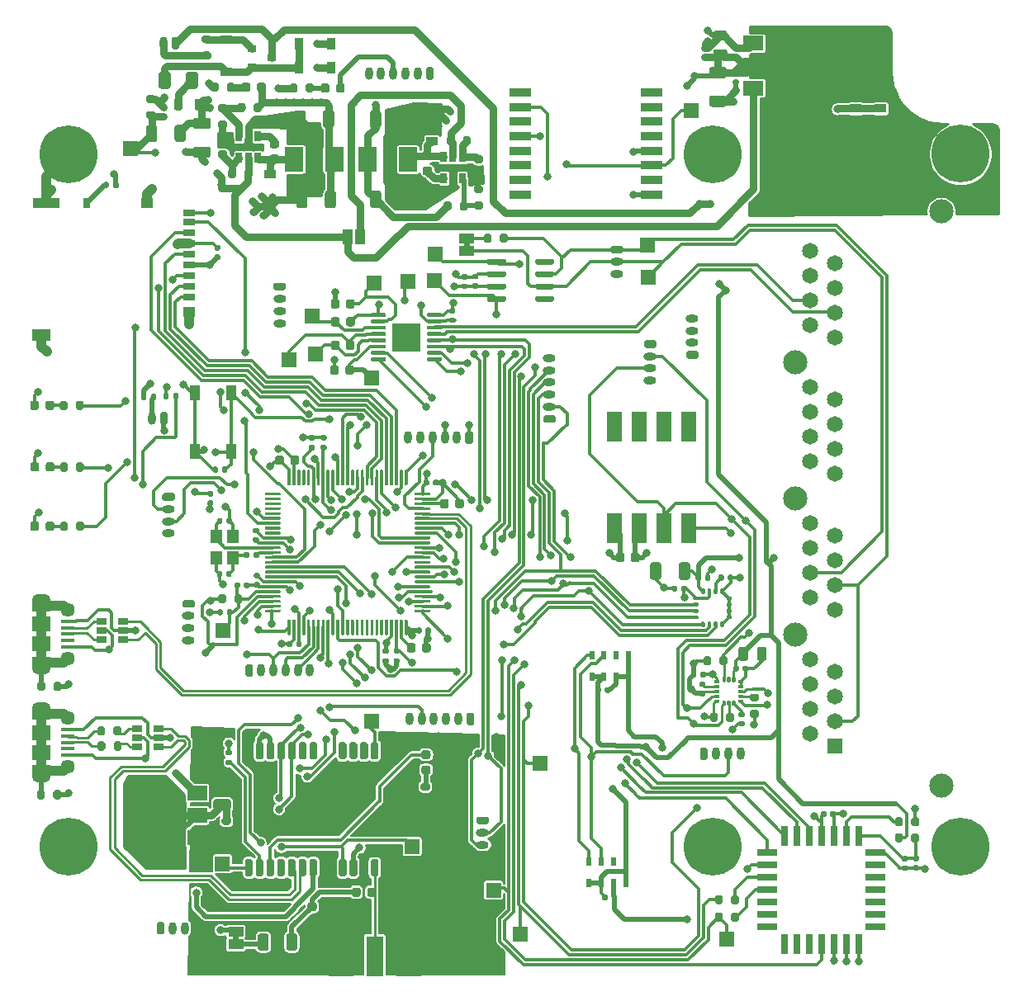
<source format=gbr>
G04 #@! TF.GenerationSoftware,KiCad,Pcbnew,(5.1.7)-1*
G04 #@! TF.CreationDate,2020-11-09T22:13:17+01:00*
G04 #@! TF.ProjectId,vario,76617269-6f2e-46b6-9963-61645f706362,v1.0*
G04 #@! TF.SameCoordinates,Original*
G04 #@! TF.FileFunction,Copper,L1,Top*
G04 #@! TF.FilePolarity,Positive*
%FSLAX46Y46*%
G04 Gerber Fmt 4.6, Leading zero omitted, Abs format (unit mm)*
G04 Created by KiCad (PCBNEW (5.1.7)-1) date 2020-11-09 22:13:17*
%MOMM*%
%LPD*%
G01*
G04 APERTURE LIST*
G04 #@! TA.AperFunction,EtchedComponent*
%ADD10C,0.100000*%
G04 #@! TD*
G04 #@! TA.AperFunction,ComponentPad*
%ADD11C,5.940000*%
G04 #@! TD*
G04 #@! TA.AperFunction,SMDPad,CuDef*
%ADD12R,1.500000X1.500000*%
G04 #@! TD*
G04 #@! TA.AperFunction,SMDPad,CuDef*
%ADD13R,2.000000X3.800000*%
G04 #@! TD*
G04 #@! TA.AperFunction,SMDPad,CuDef*
%ADD14R,2.000000X1.500000*%
G04 #@! TD*
G04 #@! TA.AperFunction,SMDPad,CuDef*
%ADD15R,1.600000X3.100000*%
G04 #@! TD*
G04 #@! TA.AperFunction,SMDPad,CuDef*
%ADD16R,1.200000X0.900000*%
G04 #@! TD*
G04 #@! TA.AperFunction,ComponentPad*
%ADD17O,1.300000X0.800000*%
G04 #@! TD*
G04 #@! TA.AperFunction,SMDPad,CuDef*
%ADD18R,2.100000X0.760000*%
G04 #@! TD*
G04 #@! TA.AperFunction,SMDPad,CuDef*
%ADD19R,0.760000X2.100000*%
G04 #@! TD*
G04 #@! TA.AperFunction,SMDPad,CuDef*
%ADD20R,3.000000X3.000000*%
G04 #@! TD*
G04 #@! TA.AperFunction,SMDPad,CuDef*
%ADD21R,0.900000X1.200000*%
G04 #@! TD*
G04 #@! TA.AperFunction,ComponentPad*
%ADD22O,0.800000X1.300000*%
G04 #@! TD*
G04 #@! TA.AperFunction,SMDPad,CuDef*
%ADD23R,0.460000X0.890000*%
G04 #@! TD*
G04 #@! TA.AperFunction,ComponentPad*
%ADD24C,0.970000*%
G04 #@! TD*
G04 #@! TA.AperFunction,SMDPad,CuDef*
%ADD25R,2.665000X4.190000*%
G04 #@! TD*
G04 #@! TA.AperFunction,SMDPad,CuDef*
%ADD26R,1.780000X4.190000*%
G04 #@! TD*
G04 #@! TA.AperFunction,SMDPad,CuDef*
%ADD27R,1.900000X1.200000*%
G04 #@! TD*
G04 #@! TA.AperFunction,ComponentPad*
%ADD28O,1.900000X1.200000*%
G04 #@! TD*
G04 #@! TA.AperFunction,SMDPad,CuDef*
%ADD29R,1.900000X1.500000*%
G04 #@! TD*
G04 #@! TA.AperFunction,ComponentPad*
%ADD30C,1.450000*%
G04 #@! TD*
G04 #@! TA.AperFunction,SMDPad,CuDef*
%ADD31R,1.350000X0.400000*%
G04 #@! TD*
G04 #@! TA.AperFunction,SMDPad,CuDef*
%ADD32R,1.200000X0.700000*%
G04 #@! TD*
G04 #@! TA.AperFunction,SMDPad,CuDef*
%ADD33R,1.200000X1.000000*%
G04 #@! TD*
G04 #@! TA.AperFunction,SMDPad,CuDef*
%ADD34R,0.800000X1.000000*%
G04 #@! TD*
G04 #@! TA.AperFunction,SMDPad,CuDef*
%ADD35R,2.800000X1.000000*%
G04 #@! TD*
G04 #@! TA.AperFunction,SMDPad,CuDef*
%ADD36R,1.900000X1.300000*%
G04 #@! TD*
G04 #@! TA.AperFunction,SMDPad,CuDef*
%ADD37R,1.500000X1.000000*%
G04 #@! TD*
G04 #@! TA.AperFunction,SMDPad,CuDef*
%ADD38R,1.900000X2.500000*%
G04 #@! TD*
G04 #@! TA.AperFunction,SMDPad,CuDef*
%ADD39R,0.900000X0.800000*%
G04 #@! TD*
G04 #@! TA.AperFunction,SMDPad,CuDef*
%ADD40R,1.000000X1.500000*%
G04 #@! TD*
G04 #@! TA.AperFunction,SMDPad,CuDef*
%ADD41R,0.650000X1.060000*%
G04 #@! TD*
G04 #@! TA.AperFunction,SMDPad,CuDef*
%ADD42R,0.550000X0.950000*%
G04 #@! TD*
G04 #@! TA.AperFunction,SMDPad,CuDef*
%ADD43R,2.200000X0.900000*%
G04 #@! TD*
G04 #@! TA.AperFunction,SMDPad,CuDef*
%ADD44R,1.060000X0.650000*%
G04 #@! TD*
G04 #@! TA.AperFunction,SMDPad,CuDef*
%ADD45R,1.200000X1.400000*%
G04 #@! TD*
G04 #@! TA.AperFunction,ComponentPad*
%ADD46R,1.650000X1.650000*%
G04 #@! TD*
G04 #@! TA.AperFunction,ComponentPad*
%ADD47C,1.650000*%
G04 #@! TD*
G04 #@! TA.AperFunction,ComponentPad*
%ADD48C,2.475000*%
G04 #@! TD*
G04 #@! TA.AperFunction,ViaPad*
%ADD49C,0.800000*%
G04 #@! TD*
G04 #@! TA.AperFunction,Conductor*
%ADD50C,0.250000*%
G04 #@! TD*
G04 #@! TA.AperFunction,Conductor*
%ADD51C,0.300000*%
G04 #@! TD*
G04 #@! TA.AperFunction,Conductor*
%ADD52C,0.500000*%
G04 #@! TD*
G04 #@! TA.AperFunction,Conductor*
%ADD53C,0.750000*%
G04 #@! TD*
G04 #@! TA.AperFunction,Conductor*
%ADD54C,1.000000*%
G04 #@! TD*
G04 #@! TA.AperFunction,Conductor*
%ADD55C,0.261120*%
G04 #@! TD*
G04 #@! TA.AperFunction,Conductor*
%ADD56C,0.261112*%
G04 #@! TD*
G04 #@! TA.AperFunction,Conductor*
%ADD57C,0.200000*%
G04 #@! TD*
G04 #@! TA.AperFunction,Conductor*
%ADD58C,0.100000*%
G04 #@! TD*
G04 #@! TA.AperFunction,Conductor*
%ADD59C,0.254000*%
G04 #@! TD*
G04 APERTURE END LIST*
D10*
G36*
X174730000Y-58020000D02*
G01*
X174730000Y-57520000D01*
X175330000Y-57520000D01*
X175330000Y-58020000D01*
X174730000Y-58020000D01*
G37*
G36*
X151631200Y-128651200D02*
G01*
X151631200Y-129151200D01*
X151031200Y-129151200D01*
X151031200Y-128651200D01*
X151631200Y-128651200D01*
G37*
D11*
X200220000Y-119570000D03*
X200220000Y-48480000D03*
X134180000Y-119570000D03*
X225620000Y-119570000D03*
X225620000Y-48450000D03*
X134180000Y-48480000D03*
D12*
X193580000Y-61130000D03*
D13*
X210710000Y-39390000D03*
D14*
X204410000Y-39390000D03*
X204410000Y-41690000D03*
X204410000Y-37090000D03*
D15*
X190160000Y-86835000D03*
X197780000Y-76435000D03*
X192700000Y-86835000D03*
X195240000Y-76435000D03*
X195240000Y-86835000D03*
X192700000Y-76435000D03*
X197780000Y-86835000D03*
X190160000Y-76435000D03*
G04 #@! TA.AperFunction,SMDPad,CuDef*
G36*
G01*
X189863000Y-124905000D02*
X189863000Y-124565000D01*
G75*
G02*
X190003000Y-124425000I140000J0D01*
G01*
X190283000Y-124425000D01*
G75*
G02*
X190423000Y-124565000I0J-140000D01*
G01*
X190423000Y-124905000D01*
G75*
G02*
X190283000Y-125045000I-140000J0D01*
G01*
X190003000Y-125045000D01*
G75*
G02*
X189863000Y-124905000I0J140000D01*
G01*
G37*
G04 #@! TD.AperFunction*
G04 #@! TA.AperFunction,SMDPad,CuDef*
G36*
G01*
X188903000Y-124905000D02*
X188903000Y-124565000D01*
G75*
G02*
X189043000Y-124425000I140000J0D01*
G01*
X189323000Y-124425000D01*
G75*
G02*
X189463000Y-124565000I0J-140000D01*
G01*
X189463000Y-124905000D01*
G75*
G02*
X189323000Y-125045000I-140000J0D01*
G01*
X189043000Y-125045000D01*
G75*
G02*
X188903000Y-124905000I0J140000D01*
G01*
G37*
G04 #@! TD.AperFunction*
D16*
X171400000Y-47150000D03*
X171400000Y-43850000D03*
G04 #@! TA.AperFunction,ComponentPad*
G36*
G01*
X183940000Y-76050000D02*
X183040000Y-76050000D01*
G75*
G02*
X182840000Y-75850000I0J200000D01*
G01*
X182840000Y-75450000D01*
G75*
G02*
X183040000Y-75250000I200000J0D01*
G01*
X183940000Y-75250000D01*
G75*
G02*
X184140000Y-75450000I0J-200000D01*
G01*
X184140000Y-75850000D01*
G75*
G02*
X183940000Y-76050000I-200000J0D01*
G01*
G37*
G04 #@! TD.AperFunction*
D17*
X183490000Y-74400000D03*
X183490000Y-73150000D03*
X183490000Y-71900000D03*
X183490000Y-70650000D03*
X183490000Y-69400000D03*
D18*
X216940000Y-123950000D03*
X216940000Y-122680000D03*
X216940000Y-121410000D03*
X216940000Y-120140000D03*
D19*
X215200000Y-118400000D03*
X213930000Y-118400000D03*
X212660000Y-118400000D03*
X211390000Y-118400000D03*
X210120000Y-118400000D03*
X208850000Y-118400000D03*
X207580000Y-118400000D03*
D18*
X205840000Y-120140000D03*
X205840000Y-121410000D03*
X205840000Y-122680000D03*
X205840000Y-123950000D03*
X205840000Y-125220000D03*
X205840000Y-126490000D03*
X205840000Y-127760000D03*
D19*
X207580000Y-129500000D03*
X208850000Y-129500000D03*
X210120000Y-129500000D03*
X211390000Y-129500000D03*
X212660000Y-129500000D03*
X213930000Y-129500000D03*
X215200000Y-129500000D03*
D18*
X216940000Y-127760000D03*
X216940000Y-126490000D03*
X216940000Y-125220000D03*
G04 #@! TA.AperFunction,SMDPad,CuDef*
G36*
G01*
X152873900Y-122589700D02*
X152473900Y-122589700D01*
G75*
G02*
X152273900Y-122389700I0J200000D01*
G01*
X152273900Y-120989700D01*
G75*
G02*
X152473900Y-120789700I200000J0D01*
G01*
X152873900Y-120789700D01*
G75*
G02*
X153073900Y-120989700I0J-200000D01*
G01*
X153073900Y-122389700D01*
G75*
G02*
X152873900Y-122589700I-200000J0D01*
G01*
G37*
G04 #@! TD.AperFunction*
G04 #@! TA.AperFunction,SMDPad,CuDef*
G36*
G01*
X153973900Y-122589700D02*
X153573900Y-122589700D01*
G75*
G02*
X153373900Y-122389700I0J200000D01*
G01*
X153373900Y-120989700D01*
G75*
G02*
X153573900Y-120789700I200000J0D01*
G01*
X153973900Y-120789700D01*
G75*
G02*
X154173900Y-120989700I0J-200000D01*
G01*
X154173900Y-122389700D01*
G75*
G02*
X153973900Y-122589700I-200000J0D01*
G01*
G37*
G04 #@! TD.AperFunction*
G04 #@! TA.AperFunction,SMDPad,CuDef*
G36*
G01*
X155073900Y-122589700D02*
X154673900Y-122589700D01*
G75*
G02*
X154473900Y-122389700I0J200000D01*
G01*
X154473900Y-120989700D01*
G75*
G02*
X154673900Y-120789700I200000J0D01*
G01*
X155073900Y-120789700D01*
G75*
G02*
X155273900Y-120989700I0J-200000D01*
G01*
X155273900Y-122389700D01*
G75*
G02*
X155073900Y-122589700I-200000J0D01*
G01*
G37*
G04 #@! TD.AperFunction*
G04 #@! TA.AperFunction,SMDPad,CuDef*
G36*
G01*
X156173900Y-122589700D02*
X155773900Y-122589700D01*
G75*
G02*
X155573900Y-122389700I0J200000D01*
G01*
X155573900Y-120989700D01*
G75*
G02*
X155773900Y-120789700I200000J0D01*
G01*
X156173900Y-120789700D01*
G75*
G02*
X156373900Y-120989700I0J-200000D01*
G01*
X156373900Y-122389700D01*
G75*
G02*
X156173900Y-122589700I-200000J0D01*
G01*
G37*
G04 #@! TD.AperFunction*
G04 #@! TA.AperFunction,SMDPad,CuDef*
G36*
G01*
X157273900Y-122589700D02*
X156873900Y-122589700D01*
G75*
G02*
X156673900Y-122389700I0J200000D01*
G01*
X156673900Y-120989700D01*
G75*
G02*
X156873900Y-120789700I200000J0D01*
G01*
X157273900Y-120789700D01*
G75*
G02*
X157473900Y-120989700I0J-200000D01*
G01*
X157473900Y-122389700D01*
G75*
G02*
X157273900Y-122589700I-200000J0D01*
G01*
G37*
G04 #@! TD.AperFunction*
G04 #@! TA.AperFunction,SMDPad,CuDef*
G36*
G01*
X158373900Y-122589700D02*
X157973900Y-122589700D01*
G75*
G02*
X157773900Y-122389700I0J200000D01*
G01*
X157773900Y-120989700D01*
G75*
G02*
X157973900Y-120789700I200000J0D01*
G01*
X158373900Y-120789700D01*
G75*
G02*
X158573900Y-120989700I0J-200000D01*
G01*
X158573900Y-122389700D01*
G75*
G02*
X158373900Y-122589700I-200000J0D01*
G01*
G37*
G04 #@! TD.AperFunction*
G04 #@! TA.AperFunction,SMDPad,CuDef*
G36*
G01*
X159473900Y-122589700D02*
X159073900Y-122589700D01*
G75*
G02*
X158873900Y-122389700I0J200000D01*
G01*
X158873900Y-120989700D01*
G75*
G02*
X159073900Y-120789700I200000J0D01*
G01*
X159473900Y-120789700D01*
G75*
G02*
X159673900Y-120989700I0J-200000D01*
G01*
X159673900Y-122389700D01*
G75*
G02*
X159473900Y-122589700I-200000J0D01*
G01*
G37*
G04 #@! TD.AperFunction*
G04 #@! TA.AperFunction,SMDPad,CuDef*
G36*
G01*
X162473900Y-122589700D02*
X162073900Y-122589700D01*
G75*
G02*
X161873900Y-122389700I0J200000D01*
G01*
X161873900Y-120989700D01*
G75*
G02*
X162073900Y-120789700I200000J0D01*
G01*
X162473900Y-120789700D01*
G75*
G02*
X162673900Y-120989700I0J-200000D01*
G01*
X162673900Y-122389700D01*
G75*
G02*
X162473900Y-122589700I-200000J0D01*
G01*
G37*
G04 #@! TD.AperFunction*
G04 #@! TA.AperFunction,SMDPad,CuDef*
G36*
G01*
X163573900Y-122589700D02*
X163173900Y-122589700D01*
G75*
G02*
X162973900Y-122389700I0J200000D01*
G01*
X162973900Y-120989700D01*
G75*
G02*
X163173900Y-120789700I200000J0D01*
G01*
X163573900Y-120789700D01*
G75*
G02*
X163773900Y-120989700I0J-200000D01*
G01*
X163773900Y-122389700D01*
G75*
G02*
X163573900Y-122589700I-200000J0D01*
G01*
G37*
G04 #@! TD.AperFunction*
G04 #@! TA.AperFunction,SMDPad,CuDef*
G36*
G01*
X164673900Y-122589700D02*
X164273900Y-122589700D01*
G75*
G02*
X164073900Y-122389700I0J200000D01*
G01*
X164073900Y-120989700D01*
G75*
G02*
X164273900Y-120789700I200000J0D01*
G01*
X164673900Y-120789700D01*
G75*
G02*
X164873900Y-120989700I0J-200000D01*
G01*
X164873900Y-122389700D01*
G75*
G02*
X164673900Y-122589700I-200000J0D01*
G01*
G37*
G04 #@! TD.AperFunction*
G04 #@! TA.AperFunction,SMDPad,CuDef*
G36*
G01*
X165773900Y-122589700D02*
X165373900Y-122589700D01*
G75*
G02*
X165173900Y-122389700I0J200000D01*
G01*
X165173900Y-120989700D01*
G75*
G02*
X165373900Y-120789700I200000J0D01*
G01*
X165773900Y-120789700D01*
G75*
G02*
X165973900Y-120989700I0J-200000D01*
G01*
X165973900Y-122389700D01*
G75*
G02*
X165773900Y-122589700I-200000J0D01*
G01*
G37*
G04 #@! TD.AperFunction*
G04 #@! TA.AperFunction,SMDPad,CuDef*
G36*
G01*
X166873900Y-122589700D02*
X166473900Y-122589700D01*
G75*
G02*
X166273900Y-122389700I0J200000D01*
G01*
X166273900Y-120989700D01*
G75*
G02*
X166473900Y-120789700I200000J0D01*
G01*
X166873900Y-120789700D01*
G75*
G02*
X167073900Y-120989700I0J-200000D01*
G01*
X167073900Y-122389700D01*
G75*
G02*
X166873900Y-122589700I-200000J0D01*
G01*
G37*
G04 #@! TD.AperFunction*
G04 #@! TA.AperFunction,SMDPad,CuDef*
G36*
G01*
X166873900Y-110589700D02*
X166473900Y-110589700D01*
G75*
G02*
X166273900Y-110389700I0J200000D01*
G01*
X166273900Y-108989700D01*
G75*
G02*
X166473900Y-108789700I200000J0D01*
G01*
X166873900Y-108789700D01*
G75*
G02*
X167073900Y-108989700I0J-200000D01*
G01*
X167073900Y-110389700D01*
G75*
G02*
X166873900Y-110589700I-200000J0D01*
G01*
G37*
G04 #@! TD.AperFunction*
G04 #@! TA.AperFunction,SMDPad,CuDef*
G36*
G01*
X165773900Y-110589700D02*
X165373900Y-110589700D01*
G75*
G02*
X165173900Y-110389700I0J200000D01*
G01*
X165173900Y-108989700D01*
G75*
G02*
X165373900Y-108789700I200000J0D01*
G01*
X165773900Y-108789700D01*
G75*
G02*
X165973900Y-108989700I0J-200000D01*
G01*
X165973900Y-110389700D01*
G75*
G02*
X165773900Y-110589700I-200000J0D01*
G01*
G37*
G04 #@! TD.AperFunction*
G04 #@! TA.AperFunction,SMDPad,CuDef*
G36*
G01*
X164673900Y-110589700D02*
X164273900Y-110589700D01*
G75*
G02*
X164073900Y-110389700I0J200000D01*
G01*
X164073900Y-108989700D01*
G75*
G02*
X164273900Y-108789700I200000J0D01*
G01*
X164673900Y-108789700D01*
G75*
G02*
X164873900Y-108989700I0J-200000D01*
G01*
X164873900Y-110389700D01*
G75*
G02*
X164673900Y-110589700I-200000J0D01*
G01*
G37*
G04 #@! TD.AperFunction*
G04 #@! TA.AperFunction,SMDPad,CuDef*
G36*
G01*
X163573900Y-110589700D02*
X163173900Y-110589700D01*
G75*
G02*
X162973900Y-110389700I0J200000D01*
G01*
X162973900Y-108989700D01*
G75*
G02*
X163173900Y-108789700I200000J0D01*
G01*
X163573900Y-108789700D01*
G75*
G02*
X163773900Y-108989700I0J-200000D01*
G01*
X163773900Y-110389700D01*
G75*
G02*
X163573900Y-110589700I-200000J0D01*
G01*
G37*
G04 #@! TD.AperFunction*
G04 #@! TA.AperFunction,SMDPad,CuDef*
G36*
G01*
X162473900Y-110589700D02*
X162073900Y-110589700D01*
G75*
G02*
X161873900Y-110389700I0J200000D01*
G01*
X161873900Y-108989700D01*
G75*
G02*
X162073900Y-108789700I200000J0D01*
G01*
X162473900Y-108789700D01*
G75*
G02*
X162673900Y-108989700I0J-200000D01*
G01*
X162673900Y-110389700D01*
G75*
G02*
X162473900Y-110589700I-200000J0D01*
G01*
G37*
G04 #@! TD.AperFunction*
G04 #@! TA.AperFunction,SMDPad,CuDef*
G36*
G01*
X159473900Y-110589700D02*
X159073900Y-110589700D01*
G75*
G02*
X158873900Y-110389700I0J200000D01*
G01*
X158873900Y-108989700D01*
G75*
G02*
X159073900Y-108789700I200000J0D01*
G01*
X159473900Y-108789700D01*
G75*
G02*
X159673900Y-108989700I0J-200000D01*
G01*
X159673900Y-110389700D01*
G75*
G02*
X159473900Y-110589700I-200000J0D01*
G01*
G37*
G04 #@! TD.AperFunction*
G04 #@! TA.AperFunction,SMDPad,CuDef*
G36*
G01*
X158373900Y-110589700D02*
X157973900Y-110589700D01*
G75*
G02*
X157773900Y-110389700I0J200000D01*
G01*
X157773900Y-108989700D01*
G75*
G02*
X157973900Y-108789700I200000J0D01*
G01*
X158373900Y-108789700D01*
G75*
G02*
X158573900Y-108989700I0J-200000D01*
G01*
X158573900Y-110389700D01*
G75*
G02*
X158373900Y-110589700I-200000J0D01*
G01*
G37*
G04 #@! TD.AperFunction*
G04 #@! TA.AperFunction,SMDPad,CuDef*
G36*
G01*
X157273900Y-110589700D02*
X156873900Y-110589700D01*
G75*
G02*
X156673900Y-110389700I0J200000D01*
G01*
X156673900Y-108989700D01*
G75*
G02*
X156873900Y-108789700I200000J0D01*
G01*
X157273900Y-108789700D01*
G75*
G02*
X157473900Y-108989700I0J-200000D01*
G01*
X157473900Y-110389700D01*
G75*
G02*
X157273900Y-110589700I-200000J0D01*
G01*
G37*
G04 #@! TD.AperFunction*
G04 #@! TA.AperFunction,SMDPad,CuDef*
G36*
G01*
X156173900Y-110589700D02*
X155773900Y-110589700D01*
G75*
G02*
X155573900Y-110389700I0J200000D01*
G01*
X155573900Y-108989700D01*
G75*
G02*
X155773900Y-108789700I200000J0D01*
G01*
X156173900Y-108789700D01*
G75*
G02*
X156373900Y-108989700I0J-200000D01*
G01*
X156373900Y-110389700D01*
G75*
G02*
X156173900Y-110589700I-200000J0D01*
G01*
G37*
G04 #@! TD.AperFunction*
G04 #@! TA.AperFunction,SMDPad,CuDef*
G36*
G01*
X155073900Y-110589700D02*
X154673900Y-110589700D01*
G75*
G02*
X154473900Y-110389700I0J200000D01*
G01*
X154473900Y-108989700D01*
G75*
G02*
X154673900Y-108789700I200000J0D01*
G01*
X155073900Y-108789700D01*
G75*
G02*
X155273900Y-108989700I0J-200000D01*
G01*
X155273900Y-110389700D01*
G75*
G02*
X155073900Y-110589700I-200000J0D01*
G01*
G37*
G04 #@! TD.AperFunction*
G04 #@! TA.AperFunction,SMDPad,CuDef*
G36*
G01*
X153973900Y-110589700D02*
X153573900Y-110589700D01*
G75*
G02*
X153373900Y-110389700I0J200000D01*
G01*
X153373900Y-108989700D01*
G75*
G02*
X153573900Y-108789700I200000J0D01*
G01*
X153973900Y-108789700D01*
G75*
G02*
X154173900Y-108989700I0J-200000D01*
G01*
X154173900Y-110389700D01*
G75*
G02*
X153973900Y-110589700I-200000J0D01*
G01*
G37*
G04 #@! TD.AperFunction*
G04 #@! TA.AperFunction,SMDPad,CuDef*
G36*
G01*
X152873900Y-110589700D02*
X152473900Y-110589700D01*
G75*
G02*
X152273900Y-110389700I0J200000D01*
G01*
X152273900Y-108989700D01*
G75*
G02*
X152473900Y-108789700I200000J0D01*
G01*
X152873900Y-108789700D01*
G75*
G02*
X153073900Y-108989700I0J-200000D01*
G01*
X153073900Y-110389700D01*
G75*
G02*
X152873900Y-110589700I-200000J0D01*
G01*
G37*
G04 #@! TD.AperFunction*
D12*
X156810000Y-69600000D03*
G04 #@! TA.AperFunction,SMDPad,CuDef*
G36*
G01*
X165181000Y-65077500D02*
X165181000Y-64877500D01*
G75*
G02*
X165281000Y-64777500I100000J0D01*
G01*
X166631000Y-64777500D01*
G75*
G02*
X166731000Y-64877500I0J-100000D01*
G01*
X166731000Y-65077500D01*
G75*
G02*
X166631000Y-65177500I-100000J0D01*
G01*
X165281000Y-65177500D01*
G75*
G02*
X165181000Y-65077500I0J100000D01*
G01*
G37*
G04 #@! TD.AperFunction*
G04 #@! TA.AperFunction,SMDPad,CuDef*
G36*
G01*
X165181000Y-65727500D02*
X165181000Y-65527500D01*
G75*
G02*
X165281000Y-65427500I100000J0D01*
G01*
X166631000Y-65427500D01*
G75*
G02*
X166731000Y-65527500I0J-100000D01*
G01*
X166731000Y-65727500D01*
G75*
G02*
X166631000Y-65827500I-100000J0D01*
G01*
X165281000Y-65827500D01*
G75*
G02*
X165181000Y-65727500I0J100000D01*
G01*
G37*
G04 #@! TD.AperFunction*
G04 #@! TA.AperFunction,SMDPad,CuDef*
G36*
G01*
X165181000Y-66377500D02*
X165181000Y-66177500D01*
G75*
G02*
X165281000Y-66077500I100000J0D01*
G01*
X166631000Y-66077500D01*
G75*
G02*
X166731000Y-66177500I0J-100000D01*
G01*
X166731000Y-66377500D01*
G75*
G02*
X166631000Y-66477500I-100000J0D01*
G01*
X165281000Y-66477500D01*
G75*
G02*
X165181000Y-66377500I0J100000D01*
G01*
G37*
G04 #@! TD.AperFunction*
G04 #@! TA.AperFunction,SMDPad,CuDef*
G36*
G01*
X165181000Y-67027500D02*
X165181000Y-66827500D01*
G75*
G02*
X165281000Y-66727500I100000J0D01*
G01*
X166631000Y-66727500D01*
G75*
G02*
X166731000Y-66827500I0J-100000D01*
G01*
X166731000Y-67027500D01*
G75*
G02*
X166631000Y-67127500I-100000J0D01*
G01*
X165281000Y-67127500D01*
G75*
G02*
X165181000Y-67027500I0J100000D01*
G01*
G37*
G04 #@! TD.AperFunction*
G04 #@! TA.AperFunction,SMDPad,CuDef*
G36*
G01*
X165181000Y-67677500D02*
X165181000Y-67477500D01*
G75*
G02*
X165281000Y-67377500I100000J0D01*
G01*
X166631000Y-67377500D01*
G75*
G02*
X166731000Y-67477500I0J-100000D01*
G01*
X166731000Y-67677500D01*
G75*
G02*
X166631000Y-67777500I-100000J0D01*
G01*
X165281000Y-67777500D01*
G75*
G02*
X165181000Y-67677500I0J100000D01*
G01*
G37*
G04 #@! TD.AperFunction*
G04 #@! TA.AperFunction,SMDPad,CuDef*
G36*
G01*
X165181000Y-68327500D02*
X165181000Y-68127500D01*
G75*
G02*
X165281000Y-68027500I100000J0D01*
G01*
X166631000Y-68027500D01*
G75*
G02*
X166731000Y-68127500I0J-100000D01*
G01*
X166731000Y-68327500D01*
G75*
G02*
X166631000Y-68427500I-100000J0D01*
G01*
X165281000Y-68427500D01*
G75*
G02*
X165181000Y-68327500I0J100000D01*
G01*
G37*
G04 #@! TD.AperFunction*
G04 #@! TA.AperFunction,SMDPad,CuDef*
G36*
G01*
X165181000Y-68977500D02*
X165181000Y-68777500D01*
G75*
G02*
X165281000Y-68677500I100000J0D01*
G01*
X166631000Y-68677500D01*
G75*
G02*
X166731000Y-68777500I0J-100000D01*
G01*
X166731000Y-68977500D01*
G75*
G02*
X166631000Y-69077500I-100000J0D01*
G01*
X165281000Y-69077500D01*
G75*
G02*
X165181000Y-68977500I0J100000D01*
G01*
G37*
G04 #@! TD.AperFunction*
G04 #@! TA.AperFunction,SMDPad,CuDef*
G36*
G01*
X165181000Y-69627500D02*
X165181000Y-69427500D01*
G75*
G02*
X165281000Y-69327500I100000J0D01*
G01*
X166631000Y-69327500D01*
G75*
G02*
X166731000Y-69427500I0J-100000D01*
G01*
X166731000Y-69627500D01*
G75*
G02*
X166631000Y-69727500I-100000J0D01*
G01*
X165281000Y-69727500D01*
G75*
G02*
X165181000Y-69627500I0J100000D01*
G01*
G37*
G04 #@! TD.AperFunction*
G04 #@! TA.AperFunction,SMDPad,CuDef*
G36*
G01*
X170931000Y-69627500D02*
X170931000Y-69427500D01*
G75*
G02*
X171031000Y-69327500I100000J0D01*
G01*
X172381000Y-69327500D01*
G75*
G02*
X172481000Y-69427500I0J-100000D01*
G01*
X172481000Y-69627500D01*
G75*
G02*
X172381000Y-69727500I-100000J0D01*
G01*
X171031000Y-69727500D01*
G75*
G02*
X170931000Y-69627500I0J100000D01*
G01*
G37*
G04 #@! TD.AperFunction*
G04 #@! TA.AperFunction,SMDPad,CuDef*
G36*
G01*
X170931000Y-68977500D02*
X170931000Y-68777500D01*
G75*
G02*
X171031000Y-68677500I100000J0D01*
G01*
X172381000Y-68677500D01*
G75*
G02*
X172481000Y-68777500I0J-100000D01*
G01*
X172481000Y-68977500D01*
G75*
G02*
X172381000Y-69077500I-100000J0D01*
G01*
X171031000Y-69077500D01*
G75*
G02*
X170931000Y-68977500I0J100000D01*
G01*
G37*
G04 #@! TD.AperFunction*
G04 #@! TA.AperFunction,SMDPad,CuDef*
G36*
G01*
X170931000Y-68327500D02*
X170931000Y-68127500D01*
G75*
G02*
X171031000Y-68027500I100000J0D01*
G01*
X172381000Y-68027500D01*
G75*
G02*
X172481000Y-68127500I0J-100000D01*
G01*
X172481000Y-68327500D01*
G75*
G02*
X172381000Y-68427500I-100000J0D01*
G01*
X171031000Y-68427500D01*
G75*
G02*
X170931000Y-68327500I0J100000D01*
G01*
G37*
G04 #@! TD.AperFunction*
G04 #@! TA.AperFunction,SMDPad,CuDef*
G36*
G01*
X170931000Y-67677500D02*
X170931000Y-67477500D01*
G75*
G02*
X171031000Y-67377500I100000J0D01*
G01*
X172381000Y-67377500D01*
G75*
G02*
X172481000Y-67477500I0J-100000D01*
G01*
X172481000Y-67677500D01*
G75*
G02*
X172381000Y-67777500I-100000J0D01*
G01*
X171031000Y-67777500D01*
G75*
G02*
X170931000Y-67677500I0J100000D01*
G01*
G37*
G04 #@! TD.AperFunction*
G04 #@! TA.AperFunction,SMDPad,CuDef*
G36*
G01*
X170931000Y-67027500D02*
X170931000Y-66827500D01*
G75*
G02*
X171031000Y-66727500I100000J0D01*
G01*
X172381000Y-66727500D01*
G75*
G02*
X172481000Y-66827500I0J-100000D01*
G01*
X172481000Y-67027500D01*
G75*
G02*
X172381000Y-67127500I-100000J0D01*
G01*
X171031000Y-67127500D01*
G75*
G02*
X170931000Y-67027500I0J100000D01*
G01*
G37*
G04 #@! TD.AperFunction*
G04 #@! TA.AperFunction,SMDPad,CuDef*
G36*
G01*
X170931000Y-66377500D02*
X170931000Y-66177500D01*
G75*
G02*
X171031000Y-66077500I100000J0D01*
G01*
X172381000Y-66077500D01*
G75*
G02*
X172481000Y-66177500I0J-100000D01*
G01*
X172481000Y-66377500D01*
G75*
G02*
X172381000Y-66477500I-100000J0D01*
G01*
X171031000Y-66477500D01*
G75*
G02*
X170931000Y-66377500I0J100000D01*
G01*
G37*
G04 #@! TD.AperFunction*
G04 #@! TA.AperFunction,SMDPad,CuDef*
G36*
G01*
X170931000Y-65727500D02*
X170931000Y-65527500D01*
G75*
G02*
X171031000Y-65427500I100000J0D01*
G01*
X172381000Y-65427500D01*
G75*
G02*
X172481000Y-65527500I0J-100000D01*
G01*
X172481000Y-65727500D01*
G75*
G02*
X172381000Y-65827500I-100000J0D01*
G01*
X171031000Y-65827500D01*
G75*
G02*
X170931000Y-65727500I0J100000D01*
G01*
G37*
G04 #@! TD.AperFunction*
G04 #@! TA.AperFunction,SMDPad,CuDef*
G36*
G01*
X170931000Y-65077500D02*
X170931000Y-64877500D01*
G75*
G02*
X171031000Y-64777500I100000J0D01*
G01*
X172381000Y-64777500D01*
G75*
G02*
X172481000Y-64877500I0J-100000D01*
G01*
X172481000Y-65077500D01*
G75*
G02*
X172381000Y-65177500I-100000J0D01*
G01*
X171031000Y-65177500D01*
G75*
G02*
X170931000Y-65077500I0J100000D01*
G01*
G37*
G04 #@! TD.AperFunction*
D20*
X168831000Y-67252500D03*
G04 #@! TA.AperFunction,SMDPad,CuDef*
G36*
G01*
X161968500Y-67838500D02*
X161968500Y-68338500D01*
G75*
G02*
X161743500Y-68563500I-225000J0D01*
G01*
X161293500Y-68563500D01*
G75*
G02*
X161068500Y-68338500I0J225000D01*
G01*
X161068500Y-67838500D01*
G75*
G02*
X161293500Y-67613500I225000J0D01*
G01*
X161743500Y-67613500D01*
G75*
G02*
X161968500Y-67838500I0J-225000D01*
G01*
G37*
G04 #@! TD.AperFunction*
G04 #@! TA.AperFunction,SMDPad,CuDef*
G36*
G01*
X163518500Y-67838500D02*
X163518500Y-68338500D01*
G75*
G02*
X163293500Y-68563500I-225000J0D01*
G01*
X162843500Y-68563500D01*
G75*
G02*
X162618500Y-68338500I0J225000D01*
G01*
X162618500Y-67838500D01*
G75*
G02*
X162843500Y-67613500I225000J0D01*
G01*
X163293500Y-67613500D01*
G75*
G02*
X163518500Y-67838500I0J-225000D01*
G01*
G37*
G04 #@! TD.AperFunction*
G04 #@! TA.AperFunction,SMDPad,CuDef*
G36*
G01*
X156925000Y-80130000D02*
X156925000Y-79630000D01*
G75*
G02*
X157150000Y-79405000I225000J0D01*
G01*
X157600000Y-79405000D01*
G75*
G02*
X157825000Y-79630000I0J-225000D01*
G01*
X157825000Y-80130000D01*
G75*
G02*
X157600000Y-80355000I-225000J0D01*
G01*
X157150000Y-80355000D01*
G75*
G02*
X156925000Y-80130000I0J225000D01*
G01*
G37*
G04 #@! TD.AperFunction*
G04 #@! TA.AperFunction,SMDPad,CuDef*
G36*
G01*
X155375000Y-80130000D02*
X155375000Y-79630000D01*
G75*
G02*
X155600000Y-79405000I225000J0D01*
G01*
X156050000Y-79405000D01*
G75*
G02*
X156275000Y-79630000I0J-225000D01*
G01*
X156275000Y-80130000D01*
G75*
G02*
X156050000Y-80355000I-225000J0D01*
G01*
X155600000Y-80355000D01*
G75*
G02*
X155375000Y-80130000I0J225000D01*
G01*
G37*
G04 #@! TD.AperFunction*
G04 #@! TA.AperFunction,SMDPad,CuDef*
G36*
G01*
X153560000Y-87380000D02*
X153220000Y-87380000D01*
G75*
G02*
X153080000Y-87240000I0J140000D01*
G01*
X153080000Y-86960000D01*
G75*
G02*
X153220000Y-86820000I140000J0D01*
G01*
X153560000Y-86820000D01*
G75*
G02*
X153700000Y-86960000I0J-140000D01*
G01*
X153700000Y-87240000D01*
G75*
G02*
X153560000Y-87380000I-140000J0D01*
G01*
G37*
G04 #@! TD.AperFunction*
G04 #@! TA.AperFunction,SMDPad,CuDef*
G36*
G01*
X153560000Y-88340000D02*
X153220000Y-88340000D01*
G75*
G02*
X153080000Y-88200000I0J140000D01*
G01*
X153080000Y-87920000D01*
G75*
G02*
X153220000Y-87780000I140000J0D01*
G01*
X153560000Y-87780000D01*
G75*
G02*
X153700000Y-87920000I0J-140000D01*
G01*
X153700000Y-88200000D01*
G75*
G02*
X153560000Y-88340000I-140000J0D01*
G01*
G37*
G04 #@! TD.AperFunction*
G04 #@! TA.AperFunction,SMDPad,CuDef*
G36*
G01*
X168876000Y-99378500D02*
X168876000Y-98878500D01*
G75*
G02*
X169101000Y-98653500I225000J0D01*
G01*
X169551000Y-98653500D01*
G75*
G02*
X169776000Y-98878500I0J-225000D01*
G01*
X169776000Y-99378500D01*
G75*
G02*
X169551000Y-99603500I-225000J0D01*
G01*
X169101000Y-99603500D01*
G75*
G02*
X168876000Y-99378500I0J225000D01*
G01*
G37*
G04 #@! TD.AperFunction*
G04 #@! TA.AperFunction,SMDPad,CuDef*
G36*
G01*
X170426000Y-99378500D02*
X170426000Y-98878500D01*
G75*
G02*
X170651000Y-98653500I225000J0D01*
G01*
X171101000Y-98653500D01*
G75*
G02*
X171326000Y-98878500I0J-225000D01*
G01*
X171326000Y-99378500D01*
G75*
G02*
X171101000Y-99603500I-225000J0D01*
G01*
X170651000Y-99603500D01*
G75*
G02*
X170426000Y-99378500I0J225000D01*
G01*
G37*
G04 #@! TD.AperFunction*
G04 #@! TA.AperFunction,SMDPad,CuDef*
G36*
G01*
X153310000Y-92390000D02*
X153650000Y-92390000D01*
G75*
G02*
X153790000Y-92530000I0J-140000D01*
G01*
X153790000Y-92810000D01*
G75*
G02*
X153650000Y-92950000I-140000J0D01*
G01*
X153310000Y-92950000D01*
G75*
G02*
X153170000Y-92810000I0J140000D01*
G01*
X153170000Y-92530000D01*
G75*
G02*
X153310000Y-92390000I140000J0D01*
G01*
G37*
G04 #@! TD.AperFunction*
G04 #@! TA.AperFunction,SMDPad,CuDef*
G36*
G01*
X153310000Y-91430000D02*
X153650000Y-91430000D01*
G75*
G02*
X153790000Y-91570000I0J-140000D01*
G01*
X153790000Y-91850000D01*
G75*
G02*
X153650000Y-91990000I-140000J0D01*
G01*
X153310000Y-91990000D01*
G75*
G02*
X153170000Y-91850000I0J140000D01*
G01*
X153170000Y-91570000D01*
G75*
G02*
X153310000Y-91430000I140000J0D01*
G01*
G37*
G04 #@! TD.AperFunction*
G04 #@! TA.AperFunction,SMDPad,CuDef*
G36*
G01*
X173817500Y-84583000D02*
X173817500Y-84083000D01*
G75*
G02*
X174042500Y-83858000I225000J0D01*
G01*
X174492500Y-83858000D01*
G75*
G02*
X174717500Y-84083000I0J-225000D01*
G01*
X174717500Y-84583000D01*
G75*
G02*
X174492500Y-84808000I-225000J0D01*
G01*
X174042500Y-84808000D01*
G75*
G02*
X173817500Y-84583000I0J225000D01*
G01*
G37*
G04 #@! TD.AperFunction*
G04 #@! TA.AperFunction,SMDPad,CuDef*
G36*
G01*
X172267500Y-84583000D02*
X172267500Y-84083000D01*
G75*
G02*
X172492500Y-83858000I225000J0D01*
G01*
X172942500Y-83858000D01*
G75*
G02*
X173167500Y-84083000I0J-225000D01*
G01*
X173167500Y-84583000D01*
G75*
G02*
X172942500Y-84808000I-225000J0D01*
G01*
X172492500Y-84808000D01*
G75*
G02*
X172267500Y-84583000I0J225000D01*
G01*
G37*
G04 #@! TD.AperFunction*
G04 #@! TA.AperFunction,SMDPad,CuDef*
G36*
G01*
X158075000Y-98577500D02*
X158075000Y-98917500D01*
G75*
G02*
X157935000Y-99057500I-140000J0D01*
G01*
X157655000Y-99057500D01*
G75*
G02*
X157515000Y-98917500I0J140000D01*
G01*
X157515000Y-98577500D01*
G75*
G02*
X157655000Y-98437500I140000J0D01*
G01*
X157935000Y-98437500D01*
G75*
G02*
X158075000Y-98577500I0J-140000D01*
G01*
G37*
G04 #@! TD.AperFunction*
G04 #@! TA.AperFunction,SMDPad,CuDef*
G36*
G01*
X157115000Y-98577500D02*
X157115000Y-98917500D01*
G75*
G02*
X156975000Y-99057500I-140000J0D01*
G01*
X156695000Y-99057500D01*
G75*
G02*
X156555000Y-98917500I0J140000D01*
G01*
X156555000Y-98577500D01*
G75*
G02*
X156695000Y-98437500I140000J0D01*
G01*
X156975000Y-98437500D01*
G75*
G02*
X157115000Y-98577500I0J-140000D01*
G01*
G37*
G04 #@! TD.AperFunction*
G04 #@! TA.AperFunction,SMDPad,CuDef*
G36*
G01*
X170794000Y-97520500D02*
X170794000Y-97180500D01*
G75*
G02*
X170934000Y-97040500I140000J0D01*
G01*
X171214000Y-97040500D01*
G75*
G02*
X171354000Y-97180500I0J-140000D01*
G01*
X171354000Y-97520500D01*
G75*
G02*
X171214000Y-97660500I-140000J0D01*
G01*
X170934000Y-97660500D01*
G75*
G02*
X170794000Y-97520500I0J140000D01*
G01*
G37*
G04 #@! TD.AperFunction*
G04 #@! TA.AperFunction,SMDPad,CuDef*
G36*
G01*
X169834000Y-97520500D02*
X169834000Y-97180500D01*
G75*
G02*
X169974000Y-97040500I140000J0D01*
G01*
X170254000Y-97040500D01*
G75*
G02*
X170394000Y-97180500I0J-140000D01*
G01*
X170394000Y-97520500D01*
G75*
G02*
X170254000Y-97660500I-140000J0D01*
G01*
X169974000Y-97660500D01*
G75*
G02*
X169834000Y-97520500I0J140000D01*
G01*
G37*
G04 #@! TD.AperFunction*
G04 #@! TA.AperFunction,SMDPad,CuDef*
G36*
G01*
X149502500Y-80670500D02*
X149502500Y-81010500D01*
G75*
G02*
X149362500Y-81150500I-140000J0D01*
G01*
X149082500Y-81150500D01*
G75*
G02*
X148942500Y-81010500I0J140000D01*
G01*
X148942500Y-80670500D01*
G75*
G02*
X149082500Y-80530500I140000J0D01*
G01*
X149362500Y-80530500D01*
G75*
G02*
X149502500Y-80670500I0J-140000D01*
G01*
G37*
G04 #@! TD.AperFunction*
G04 #@! TA.AperFunction,SMDPad,CuDef*
G36*
G01*
X150462500Y-80670500D02*
X150462500Y-81010500D01*
G75*
G02*
X150322500Y-81150500I-140000J0D01*
G01*
X150042500Y-81150500D01*
G75*
G02*
X149902500Y-81010500I0J140000D01*
G01*
X149902500Y-80670500D01*
G75*
G02*
X150042500Y-80530500I140000J0D01*
G01*
X150322500Y-80530500D01*
G75*
G02*
X150462500Y-80670500I0J-140000D01*
G01*
G37*
G04 #@! TD.AperFunction*
G04 #@! TA.AperFunction,SMDPad,CuDef*
G36*
G01*
X170596000Y-82344000D02*
X170596000Y-82004000D01*
G75*
G02*
X170736000Y-81864000I140000J0D01*
G01*
X171016000Y-81864000D01*
G75*
G02*
X171156000Y-82004000I0J-140000D01*
G01*
X171156000Y-82344000D01*
G75*
G02*
X171016000Y-82484000I-140000J0D01*
G01*
X170736000Y-82484000D01*
G75*
G02*
X170596000Y-82344000I0J140000D01*
G01*
G37*
G04 #@! TD.AperFunction*
G04 #@! TA.AperFunction,SMDPad,CuDef*
G36*
G01*
X171556000Y-82344000D02*
X171556000Y-82004000D01*
G75*
G02*
X171696000Y-81864000I140000J0D01*
G01*
X171976000Y-81864000D01*
G75*
G02*
X172116000Y-82004000I0J-140000D01*
G01*
X172116000Y-82344000D01*
G75*
G02*
X171976000Y-82484000I-140000J0D01*
G01*
X171696000Y-82484000D01*
G75*
G02*
X171556000Y-82344000I0J140000D01*
G01*
G37*
G04 #@! TD.AperFunction*
G04 #@! TA.AperFunction,SMDPad,CuDef*
G36*
G01*
X147199999Y-44740000D02*
X148500001Y-44740000D01*
G75*
G02*
X148750000Y-44989999I0J-249999D01*
G01*
X148750000Y-45640001D01*
G75*
G02*
X148500001Y-45890000I-249999J0D01*
G01*
X147199999Y-45890000D01*
G75*
G02*
X146950000Y-45640001I0J249999D01*
G01*
X146950000Y-44989999D01*
G75*
G02*
X147199999Y-44740000I249999J0D01*
G01*
G37*
G04 #@! TD.AperFunction*
G04 #@! TA.AperFunction,SMDPad,CuDef*
G36*
G01*
X147199999Y-47690000D02*
X148500001Y-47690000D01*
G75*
G02*
X148750000Y-47939999I0J-249999D01*
G01*
X148750000Y-48590001D01*
G75*
G02*
X148500001Y-48840000I-249999J0D01*
G01*
X147199999Y-48840000D01*
G75*
G02*
X146950000Y-48590001I0J249999D01*
G01*
X146950000Y-47939999D01*
G75*
G02*
X147199999Y-47690000I249999J0D01*
G01*
G37*
G04 #@! TD.AperFunction*
G04 #@! TA.AperFunction,SMDPad,CuDef*
G36*
G01*
X144080000Y-44920000D02*
X143740000Y-44920000D01*
G75*
G02*
X143600000Y-44780000I0J140000D01*
G01*
X143600000Y-44500000D01*
G75*
G02*
X143740000Y-44360000I140000J0D01*
G01*
X144080000Y-44360000D01*
G75*
G02*
X144220000Y-44500000I0J-140000D01*
G01*
X144220000Y-44780000D01*
G75*
G02*
X144080000Y-44920000I-140000J0D01*
G01*
G37*
G04 #@! TD.AperFunction*
G04 #@! TA.AperFunction,SMDPad,CuDef*
G36*
G01*
X144080000Y-43960000D02*
X143740000Y-43960000D01*
G75*
G02*
X143600000Y-43820000I0J140000D01*
G01*
X143600000Y-43540000D01*
G75*
G02*
X143740000Y-43400000I140000J0D01*
G01*
X144080000Y-43400000D01*
G75*
G02*
X144220000Y-43540000I0J-140000D01*
G01*
X144220000Y-43820000D01*
G75*
G02*
X144080000Y-43960000I-140000J0D01*
G01*
G37*
G04 #@! TD.AperFunction*
G04 #@! TA.AperFunction,SMDPad,CuDef*
G36*
G01*
X149410500Y-86271000D02*
X149410500Y-85931000D01*
G75*
G02*
X149550500Y-85791000I140000J0D01*
G01*
X149830500Y-85791000D01*
G75*
G02*
X149970500Y-85931000I0J-140000D01*
G01*
X149970500Y-86271000D01*
G75*
G02*
X149830500Y-86411000I-140000J0D01*
G01*
X149550500Y-86411000D01*
G75*
G02*
X149410500Y-86271000I0J140000D01*
G01*
G37*
G04 #@! TD.AperFunction*
G04 #@! TA.AperFunction,SMDPad,CuDef*
G36*
G01*
X150370500Y-86271000D02*
X150370500Y-85931000D01*
G75*
G02*
X150510500Y-85791000I140000J0D01*
G01*
X150790500Y-85791000D01*
G75*
G02*
X150930500Y-85931000I0J-140000D01*
G01*
X150930500Y-86271000D01*
G75*
G02*
X150790500Y-86411000I-140000J0D01*
G01*
X150510500Y-86411000D01*
G75*
G02*
X150370500Y-86271000I0J140000D01*
G01*
G37*
G04 #@! TD.AperFunction*
G04 #@! TA.AperFunction,SMDPad,CuDef*
G36*
G01*
X155530000Y-47865000D02*
X155030000Y-47865000D01*
G75*
G02*
X154805000Y-47640000I0J225000D01*
G01*
X154805000Y-47190000D01*
G75*
G02*
X155030000Y-46965000I225000J0D01*
G01*
X155530000Y-46965000D01*
G75*
G02*
X155755000Y-47190000I0J-225000D01*
G01*
X155755000Y-47640000D01*
G75*
G02*
X155530000Y-47865000I-225000J0D01*
G01*
G37*
G04 #@! TD.AperFunction*
G04 #@! TA.AperFunction,SMDPad,CuDef*
G36*
G01*
X155530000Y-49415000D02*
X155030000Y-49415000D01*
G75*
G02*
X154805000Y-49190000I0J225000D01*
G01*
X154805000Y-48740000D01*
G75*
G02*
X155030000Y-48515000I225000J0D01*
G01*
X155530000Y-48515000D01*
G75*
G02*
X155755000Y-48740000I0J-225000D01*
G01*
X155755000Y-49190000D01*
G75*
G02*
X155530000Y-49415000I-225000J0D01*
G01*
G37*
G04 #@! TD.AperFunction*
G04 #@! TA.AperFunction,SMDPad,CuDef*
G36*
G01*
X149942500Y-91392000D02*
X149942500Y-91732000D01*
G75*
G02*
X149802500Y-91872000I-140000J0D01*
G01*
X149522500Y-91872000D01*
G75*
G02*
X149382500Y-91732000I0J140000D01*
G01*
X149382500Y-91392000D01*
G75*
G02*
X149522500Y-91252000I140000J0D01*
G01*
X149802500Y-91252000D01*
G75*
G02*
X149942500Y-91392000I0J-140000D01*
G01*
G37*
G04 #@! TD.AperFunction*
G04 #@! TA.AperFunction,SMDPad,CuDef*
G36*
G01*
X150902500Y-91392000D02*
X150902500Y-91732000D01*
G75*
G02*
X150762500Y-91872000I-140000J0D01*
G01*
X150482500Y-91872000D01*
G75*
G02*
X150342500Y-91732000I0J140000D01*
G01*
X150342500Y-91392000D01*
G75*
G02*
X150482500Y-91252000I140000J0D01*
G01*
X150762500Y-91252000D01*
G75*
G02*
X150902500Y-91392000I0J-140000D01*
G01*
G37*
G04 #@! TD.AperFunction*
G04 #@! TA.AperFunction,SMDPad,CuDef*
G36*
G01*
X150970000Y-95310000D02*
X150970000Y-95650000D01*
G75*
G02*
X150830000Y-95790000I-140000J0D01*
G01*
X150550000Y-95790000D01*
G75*
G02*
X150410000Y-95650000I0J140000D01*
G01*
X150410000Y-95310000D01*
G75*
G02*
X150550000Y-95170000I140000J0D01*
G01*
X150830000Y-95170000D01*
G75*
G02*
X150970000Y-95310000I0J-140000D01*
G01*
G37*
G04 #@! TD.AperFunction*
G04 #@! TA.AperFunction,SMDPad,CuDef*
G36*
G01*
X150010000Y-95310000D02*
X150010000Y-95650000D01*
G75*
G02*
X149870000Y-95790000I-140000J0D01*
G01*
X149590000Y-95790000D01*
G75*
G02*
X149450000Y-95650000I0J140000D01*
G01*
X149450000Y-95310000D01*
G75*
G02*
X149590000Y-95170000I140000J0D01*
G01*
X149870000Y-95170000D01*
G75*
G02*
X150010000Y-95310000I0J-140000D01*
G01*
G37*
G04 #@! TD.AperFunction*
G04 #@! TA.AperFunction,SMDPad,CuDef*
G36*
G01*
X161610000Y-52469999D02*
X161610000Y-53770001D01*
G75*
G02*
X161360001Y-54020000I-249999J0D01*
G01*
X160709999Y-54020000D01*
G75*
G02*
X160460000Y-53770001I0J249999D01*
G01*
X160460000Y-52469999D01*
G75*
G02*
X160709999Y-52220000I249999J0D01*
G01*
X161360001Y-52220000D01*
G75*
G02*
X161610000Y-52469999I0J-249999D01*
G01*
G37*
G04 #@! TD.AperFunction*
G04 #@! TA.AperFunction,SMDPad,CuDef*
G36*
G01*
X158660000Y-52469999D02*
X158660000Y-53770001D01*
G75*
G02*
X158410001Y-54020000I-249999J0D01*
G01*
X157759999Y-54020000D01*
G75*
G02*
X157510000Y-53770001I0J249999D01*
G01*
X157510000Y-52469999D01*
G75*
G02*
X157759999Y-52220000I249999J0D01*
G01*
X158410001Y-52220000D01*
G75*
G02*
X158660000Y-52469999I0J-249999D01*
G01*
G37*
G04 #@! TD.AperFunction*
G04 #@! TA.AperFunction,SMDPad,CuDef*
G36*
G01*
X152170000Y-92880000D02*
X152170000Y-92540000D01*
G75*
G02*
X152310000Y-92400000I140000J0D01*
G01*
X152590000Y-92400000D01*
G75*
G02*
X152730000Y-92540000I0J-140000D01*
G01*
X152730000Y-92880000D01*
G75*
G02*
X152590000Y-93020000I-140000J0D01*
G01*
X152310000Y-93020000D01*
G75*
G02*
X152170000Y-92880000I0J140000D01*
G01*
G37*
G04 #@! TD.AperFunction*
G04 #@! TA.AperFunction,SMDPad,CuDef*
G36*
G01*
X151210000Y-92880000D02*
X151210000Y-92540000D01*
G75*
G02*
X151350000Y-92400000I140000J0D01*
G01*
X151630000Y-92400000D01*
G75*
G02*
X151770000Y-92540000I0J-140000D01*
G01*
X151770000Y-92880000D01*
G75*
G02*
X151630000Y-93020000I-140000J0D01*
G01*
X151350000Y-93020000D01*
G75*
G02*
X151210000Y-92880000I0J140000D01*
G01*
G37*
G04 #@! TD.AperFunction*
G04 #@! TA.AperFunction,SMDPad,CuDef*
G36*
G01*
X161410000Y-44229999D02*
X161410000Y-45530001D01*
G75*
G02*
X161160001Y-45780000I-249999J0D01*
G01*
X160509999Y-45780000D01*
G75*
G02*
X160260000Y-45530001I0J249999D01*
G01*
X160260000Y-44229999D01*
G75*
G02*
X160509999Y-43980000I249999J0D01*
G01*
X161160001Y-43980000D01*
G75*
G02*
X161410000Y-44229999I0J-249999D01*
G01*
G37*
G04 #@! TD.AperFunction*
G04 #@! TA.AperFunction,SMDPad,CuDef*
G36*
G01*
X158460000Y-44229999D02*
X158460000Y-45530001D01*
G75*
G02*
X158210001Y-45780000I-249999J0D01*
G01*
X157559999Y-45780000D01*
G75*
G02*
X157310000Y-45530001I0J249999D01*
G01*
X157310000Y-44229999D01*
G75*
G02*
X157559999Y-43980000I249999J0D01*
G01*
X158210001Y-43980000D01*
G75*
G02*
X158460000Y-44229999I0J-249999D01*
G01*
G37*
G04 #@! TD.AperFunction*
G04 #@! TA.AperFunction,SMDPad,CuDef*
G36*
G01*
X198000000Y-102030000D02*
X198000000Y-101690000D01*
G75*
G02*
X198140000Y-101550000I140000J0D01*
G01*
X198420000Y-101550000D01*
G75*
G02*
X198560000Y-101690000I0J-140000D01*
G01*
X198560000Y-102030000D01*
G75*
G02*
X198420000Y-102170000I-140000J0D01*
G01*
X198140000Y-102170000D01*
G75*
G02*
X198000000Y-102030000I0J140000D01*
G01*
G37*
G04 #@! TD.AperFunction*
G04 #@! TA.AperFunction,SMDPad,CuDef*
G36*
G01*
X198960000Y-102030000D02*
X198960000Y-101690000D01*
G75*
G02*
X199100000Y-101550000I140000J0D01*
G01*
X199380000Y-101550000D01*
G75*
G02*
X199520000Y-101690000I0J-140000D01*
G01*
X199520000Y-102030000D01*
G75*
G02*
X199380000Y-102170000I-140000J0D01*
G01*
X199100000Y-102170000D01*
G75*
G02*
X198960000Y-102030000I0J140000D01*
G01*
G37*
G04 #@! TD.AperFunction*
G04 #@! TA.AperFunction,SMDPad,CuDef*
G36*
G01*
X199320000Y-103140000D02*
X198980000Y-103140000D01*
G75*
G02*
X198840000Y-103000000I0J140000D01*
G01*
X198840000Y-102720000D01*
G75*
G02*
X198980000Y-102580000I140000J0D01*
G01*
X199320000Y-102580000D01*
G75*
G02*
X199460000Y-102720000I0J-140000D01*
G01*
X199460000Y-103000000D01*
G75*
G02*
X199320000Y-103140000I-140000J0D01*
G01*
G37*
G04 #@! TD.AperFunction*
G04 #@! TA.AperFunction,SMDPad,CuDef*
G36*
G01*
X199320000Y-104100000D02*
X198980000Y-104100000D01*
G75*
G02*
X198840000Y-103960000I0J140000D01*
G01*
X198840000Y-103680000D01*
G75*
G02*
X198980000Y-103540000I140000J0D01*
G01*
X199320000Y-103540000D01*
G75*
G02*
X199460000Y-103680000I0J-140000D01*
G01*
X199460000Y-103960000D01*
G75*
G02*
X199320000Y-104100000I-140000J0D01*
G01*
G37*
G04 #@! TD.AperFunction*
G04 #@! TA.AperFunction,SMDPad,CuDef*
G36*
G01*
X202330000Y-91750000D02*
X202330000Y-92090000D01*
G75*
G02*
X202190000Y-92230000I-140000J0D01*
G01*
X201910000Y-92230000D01*
G75*
G02*
X201770000Y-92090000I0J140000D01*
G01*
X201770000Y-91750000D01*
G75*
G02*
X201910000Y-91610000I140000J0D01*
G01*
X202190000Y-91610000D01*
G75*
G02*
X202330000Y-91750000I0J-140000D01*
G01*
G37*
G04 #@! TD.AperFunction*
G04 #@! TA.AperFunction,SMDPad,CuDef*
G36*
G01*
X201370000Y-91750000D02*
X201370000Y-92090000D01*
G75*
G02*
X201230000Y-92230000I-140000J0D01*
G01*
X200950000Y-92230000D01*
G75*
G02*
X200810000Y-92090000I0J140000D01*
G01*
X200810000Y-91750000D01*
G75*
G02*
X200950000Y-91610000I140000J0D01*
G01*
X201230000Y-91610000D01*
G75*
G02*
X201370000Y-91750000I0J-140000D01*
G01*
G37*
G04 #@! TD.AperFunction*
G04 #@! TA.AperFunction,SMDPad,CuDef*
G36*
G01*
X203360000Y-106250000D02*
X203020000Y-106250000D01*
G75*
G02*
X202880000Y-106110000I0J140000D01*
G01*
X202880000Y-105830000D01*
G75*
G02*
X203020000Y-105690000I140000J0D01*
G01*
X203360000Y-105690000D01*
G75*
G02*
X203500000Y-105830000I0J-140000D01*
G01*
X203500000Y-106110000D01*
G75*
G02*
X203360000Y-106250000I-140000J0D01*
G01*
G37*
G04 #@! TD.AperFunction*
G04 #@! TA.AperFunction,SMDPad,CuDef*
G36*
G01*
X203360000Y-107210000D02*
X203020000Y-107210000D01*
G75*
G02*
X202880000Y-107070000I0J140000D01*
G01*
X202880000Y-106790000D01*
G75*
G02*
X203020000Y-106650000I140000J0D01*
G01*
X203360000Y-106650000D01*
G75*
G02*
X203500000Y-106790000I0J-140000D01*
G01*
X203500000Y-107070000D01*
G75*
G02*
X203360000Y-107210000I-140000J0D01*
G01*
G37*
G04 #@! TD.AperFunction*
G04 #@! TA.AperFunction,SMDPad,CuDef*
G36*
G01*
X170710000Y-48200000D02*
X171210000Y-48200000D01*
G75*
G02*
X171435000Y-48425000I0J-225000D01*
G01*
X171435000Y-48875000D01*
G75*
G02*
X171210000Y-49100000I-225000J0D01*
G01*
X170710000Y-49100000D01*
G75*
G02*
X170485000Y-48875000I0J225000D01*
G01*
X170485000Y-48425000D01*
G75*
G02*
X170710000Y-48200000I225000J0D01*
G01*
G37*
G04 #@! TD.AperFunction*
G04 #@! TA.AperFunction,SMDPad,CuDef*
G36*
G01*
X170710000Y-49750000D02*
X171210000Y-49750000D01*
G75*
G02*
X171435000Y-49975000I0J-225000D01*
G01*
X171435000Y-50425000D01*
G75*
G02*
X171210000Y-50650000I-225000J0D01*
G01*
X170710000Y-50650000D01*
G75*
G02*
X170485000Y-50425000I0J225000D01*
G01*
X170485000Y-49975000D01*
G75*
G02*
X170710000Y-49750000I225000J0D01*
G01*
G37*
G04 #@! TD.AperFunction*
G04 #@! TA.AperFunction,SMDPad,CuDef*
G36*
G01*
X199430000Y-92110000D02*
X199430000Y-91770000D01*
G75*
G02*
X199570000Y-91630000I140000J0D01*
G01*
X199850000Y-91630000D01*
G75*
G02*
X199990000Y-91770000I0J-140000D01*
G01*
X199990000Y-92110000D01*
G75*
G02*
X199850000Y-92250000I-140000J0D01*
G01*
X199570000Y-92250000D01*
G75*
G02*
X199430000Y-92110000I0J140000D01*
G01*
G37*
G04 #@! TD.AperFunction*
G04 #@! TA.AperFunction,SMDPad,CuDef*
G36*
G01*
X198470000Y-92110000D02*
X198470000Y-91770000D01*
G75*
G02*
X198610000Y-91630000I140000J0D01*
G01*
X198890000Y-91630000D01*
G75*
G02*
X199030000Y-91770000I0J-140000D01*
G01*
X199030000Y-92110000D01*
G75*
G02*
X198890000Y-92250000I-140000J0D01*
G01*
X198610000Y-92250000D01*
G75*
G02*
X198470000Y-92110000I0J140000D01*
G01*
G37*
G04 #@! TD.AperFunction*
G04 #@! TA.AperFunction,SMDPad,CuDef*
G36*
G01*
X194955000Y-90609999D02*
X194955000Y-91910001D01*
G75*
G02*
X194705001Y-92160000I-249999J0D01*
G01*
X194054999Y-92160000D01*
G75*
G02*
X193805000Y-91910001I0J249999D01*
G01*
X193805000Y-90609999D01*
G75*
G02*
X194054999Y-90360000I249999J0D01*
G01*
X194705001Y-90360000D01*
G75*
G02*
X194955000Y-90609999I0J-249999D01*
G01*
G37*
G04 #@! TD.AperFunction*
G04 #@! TA.AperFunction,SMDPad,CuDef*
G36*
G01*
X197905000Y-90609999D02*
X197905000Y-91910001D01*
G75*
G02*
X197655001Y-92160000I-249999J0D01*
G01*
X197004999Y-92160000D01*
G75*
G02*
X196755000Y-91910001I0J249999D01*
G01*
X196755000Y-90609999D01*
G75*
G02*
X197004999Y-90360000I249999J0D01*
G01*
X197655001Y-90360000D01*
G75*
G02*
X197905000Y-90609999I0J-249999D01*
G01*
G37*
G04 #@! TD.AperFunction*
G04 #@! TA.AperFunction,SMDPad,CuDef*
G36*
G01*
X168032000Y-53750001D02*
X168032000Y-52449999D01*
G75*
G02*
X168281999Y-52200000I249999J0D01*
G01*
X168932001Y-52200000D01*
G75*
G02*
X169182000Y-52449999I0J-249999D01*
G01*
X169182000Y-53750001D01*
G75*
G02*
X168932001Y-54000000I-249999J0D01*
G01*
X168281999Y-54000000D01*
G75*
G02*
X168032000Y-53750001I0J249999D01*
G01*
G37*
G04 #@! TD.AperFunction*
G04 #@! TA.AperFunction,SMDPad,CuDef*
G36*
G01*
X165082000Y-53750001D02*
X165082000Y-52449999D01*
G75*
G02*
X165331999Y-52200000I249999J0D01*
G01*
X165982001Y-52200000D01*
G75*
G02*
X166232000Y-52449999I0J-249999D01*
G01*
X166232000Y-53750001D01*
G75*
G02*
X165982001Y-54000000I-249999J0D01*
G01*
X165331999Y-54000000D01*
G75*
G02*
X165082000Y-53750001I0J249999D01*
G01*
G37*
G04 #@! TD.AperFunction*
G04 #@! TA.AperFunction,SMDPad,CuDef*
G36*
G01*
X202340000Y-101430000D02*
X202340000Y-101090000D01*
G75*
G02*
X202480000Y-100950000I140000J0D01*
G01*
X202760000Y-100950000D01*
G75*
G02*
X202900000Y-101090000I0J-140000D01*
G01*
X202900000Y-101430000D01*
G75*
G02*
X202760000Y-101570000I-140000J0D01*
G01*
X202480000Y-101570000D01*
G75*
G02*
X202340000Y-101430000I0J140000D01*
G01*
G37*
G04 #@! TD.AperFunction*
G04 #@! TA.AperFunction,SMDPad,CuDef*
G36*
G01*
X203300000Y-101430000D02*
X203300000Y-101090000D01*
G75*
G02*
X203440000Y-100950000I140000J0D01*
G01*
X203720000Y-100950000D01*
G75*
G02*
X203860000Y-101090000I0J-140000D01*
G01*
X203860000Y-101430000D01*
G75*
G02*
X203720000Y-101570000I-140000J0D01*
G01*
X203440000Y-101570000D01*
G75*
G02*
X203300000Y-101430000I0J140000D01*
G01*
G37*
G04 #@! TD.AperFunction*
G04 #@! TA.AperFunction,SMDPad,CuDef*
G36*
G01*
X220110000Y-121060000D02*
X219770000Y-121060000D01*
G75*
G02*
X219630000Y-120920000I0J140000D01*
G01*
X219630000Y-120640000D01*
G75*
G02*
X219770000Y-120500000I140000J0D01*
G01*
X220110000Y-120500000D01*
G75*
G02*
X220250000Y-120640000I0J-140000D01*
G01*
X220250000Y-120920000D01*
G75*
G02*
X220110000Y-121060000I-140000J0D01*
G01*
G37*
G04 #@! TD.AperFunction*
G04 #@! TA.AperFunction,SMDPad,CuDef*
G36*
G01*
X220110000Y-122020000D02*
X219770000Y-122020000D01*
G75*
G02*
X219630000Y-121880000I0J140000D01*
G01*
X219630000Y-121600000D01*
G75*
G02*
X219770000Y-121460000I140000J0D01*
G01*
X220110000Y-121460000D01*
G75*
G02*
X220250000Y-121600000I0J-140000D01*
G01*
X220250000Y-121880000D01*
G75*
G02*
X220110000Y-122020000I-140000J0D01*
G01*
G37*
G04 #@! TD.AperFunction*
G04 #@! TA.AperFunction,SMDPad,CuDef*
G36*
G01*
X168030000Y-45550001D02*
X168030000Y-44249999D01*
G75*
G02*
X168279999Y-44000000I249999J0D01*
G01*
X168930001Y-44000000D01*
G75*
G02*
X169180000Y-44249999I0J-249999D01*
G01*
X169180000Y-45550001D01*
G75*
G02*
X168930001Y-45800000I-249999J0D01*
G01*
X168279999Y-45800000D01*
G75*
G02*
X168030000Y-45550001I0J249999D01*
G01*
G37*
G04 #@! TD.AperFunction*
G04 #@! TA.AperFunction,SMDPad,CuDef*
G36*
G01*
X165080000Y-45550001D02*
X165080000Y-44249999D01*
G75*
G02*
X165329999Y-44000000I249999J0D01*
G01*
X165980001Y-44000000D01*
G75*
G02*
X166230000Y-44249999I0J-249999D01*
G01*
X166230000Y-45550001D01*
G75*
G02*
X165980001Y-45800000I-249999J0D01*
G01*
X165329999Y-45800000D01*
G75*
G02*
X165080000Y-45550001I0J249999D01*
G01*
G37*
G04 #@! TD.AperFunction*
G04 #@! TA.AperFunction,SMDPad,CuDef*
G36*
G01*
X202860000Y-100215000D02*
X202860000Y-99265000D01*
G75*
G02*
X203110000Y-99015000I250000J0D01*
G01*
X203610000Y-99015000D01*
G75*
G02*
X203860000Y-99265000I0J-250000D01*
G01*
X203860000Y-100215000D01*
G75*
G02*
X203610000Y-100465000I-250000J0D01*
G01*
X203110000Y-100465000D01*
G75*
G02*
X202860000Y-100215000I0J250000D01*
G01*
G37*
G04 #@! TD.AperFunction*
G04 #@! TA.AperFunction,SMDPad,CuDef*
G36*
G01*
X204760000Y-100215000D02*
X204760000Y-99265000D01*
G75*
G02*
X205010000Y-99015000I250000J0D01*
G01*
X205510000Y-99015000D01*
G75*
G02*
X205760000Y-99265000I0J-250000D01*
G01*
X205760000Y-100215000D01*
G75*
G02*
X205510000Y-100465000I-250000J0D01*
G01*
X205010000Y-100465000D01*
G75*
G02*
X204760000Y-100215000I0J250000D01*
G01*
G37*
G04 #@! TD.AperFunction*
G04 #@! TA.AperFunction,SMDPad,CuDef*
G36*
G01*
X174930000Y-61350000D02*
X174590000Y-61350000D01*
G75*
G02*
X174450000Y-61210000I0J140000D01*
G01*
X174450000Y-60930000D01*
G75*
G02*
X174590000Y-60790000I140000J0D01*
G01*
X174930000Y-60790000D01*
G75*
G02*
X175070000Y-60930000I0J-140000D01*
G01*
X175070000Y-61210000D01*
G75*
G02*
X174930000Y-61350000I-140000J0D01*
G01*
G37*
G04 #@! TD.AperFunction*
G04 #@! TA.AperFunction,SMDPad,CuDef*
G36*
G01*
X174930000Y-62310000D02*
X174590000Y-62310000D01*
G75*
G02*
X174450000Y-62170000I0J140000D01*
G01*
X174450000Y-61890000D01*
G75*
G02*
X174590000Y-61750000I140000J0D01*
G01*
X174930000Y-61750000D01*
G75*
G02*
X175070000Y-61890000I0J-140000D01*
G01*
X175070000Y-62170000D01*
G75*
G02*
X174930000Y-62310000I-140000J0D01*
G01*
G37*
G04 #@! TD.AperFunction*
G04 #@! TA.AperFunction,SMDPad,CuDef*
G36*
G01*
X176060000Y-62280000D02*
X175720000Y-62280000D01*
G75*
G02*
X175580000Y-62140000I0J140000D01*
G01*
X175580000Y-61860000D01*
G75*
G02*
X175720000Y-61720000I140000J0D01*
G01*
X176060000Y-61720000D01*
G75*
G02*
X176200000Y-61860000I0J-140000D01*
G01*
X176200000Y-62140000D01*
G75*
G02*
X176060000Y-62280000I-140000J0D01*
G01*
G37*
G04 #@! TD.AperFunction*
G04 #@! TA.AperFunction,SMDPad,CuDef*
G36*
G01*
X176060000Y-61320000D02*
X175720000Y-61320000D01*
G75*
G02*
X175580000Y-61180000I0J140000D01*
G01*
X175580000Y-60900000D01*
G75*
G02*
X175720000Y-60760000I140000J0D01*
G01*
X176060000Y-60760000D01*
G75*
G02*
X176200000Y-60900000I0J-140000D01*
G01*
X176200000Y-61180000D01*
G75*
G02*
X176060000Y-61320000I-140000J0D01*
G01*
G37*
G04 #@! TD.AperFunction*
G04 #@! TA.AperFunction,SMDPad,CuDef*
G36*
G01*
X188202500Y-103639500D02*
X188202500Y-103299500D01*
G75*
G02*
X188342500Y-103159500I140000J0D01*
G01*
X188622500Y-103159500D01*
G75*
G02*
X188762500Y-103299500I0J-140000D01*
G01*
X188762500Y-103639500D01*
G75*
G02*
X188622500Y-103779500I-140000J0D01*
G01*
X188342500Y-103779500D01*
G75*
G02*
X188202500Y-103639500I0J140000D01*
G01*
G37*
G04 #@! TD.AperFunction*
G04 #@! TA.AperFunction,SMDPad,CuDef*
G36*
G01*
X189162500Y-103639500D02*
X189162500Y-103299500D01*
G75*
G02*
X189302500Y-103159500I140000J0D01*
G01*
X189582500Y-103159500D01*
G75*
G02*
X189722500Y-103299500I0J-140000D01*
G01*
X189722500Y-103639500D01*
G75*
G02*
X189582500Y-103779500I-140000J0D01*
G01*
X189302500Y-103779500D01*
G75*
G02*
X189162500Y-103639500I0J140000D01*
G01*
G37*
G04 #@! TD.AperFunction*
G04 #@! TA.AperFunction,SMDPad,CuDef*
G36*
G01*
X158904400Y-125235200D02*
X159404400Y-125235200D01*
G75*
G02*
X159629400Y-125460200I0J-225000D01*
G01*
X159629400Y-125910200D01*
G75*
G02*
X159404400Y-126135200I-225000J0D01*
G01*
X158904400Y-126135200D01*
G75*
G02*
X158679400Y-125910200I0J225000D01*
G01*
X158679400Y-125460200D01*
G75*
G02*
X158904400Y-125235200I225000J0D01*
G01*
G37*
G04 #@! TD.AperFunction*
G04 #@! TA.AperFunction,SMDPad,CuDef*
G36*
G01*
X158904400Y-126785200D02*
X159404400Y-126785200D01*
G75*
G02*
X159629400Y-127010200I0J-225000D01*
G01*
X159629400Y-127460200D01*
G75*
G02*
X159404400Y-127685200I-225000J0D01*
G01*
X158904400Y-127685200D01*
G75*
G02*
X158679400Y-127460200I0J225000D01*
G01*
X158679400Y-127010200D01*
G75*
G02*
X158904400Y-126785200I225000J0D01*
G01*
G37*
G04 #@! TD.AperFunction*
G04 #@! TA.AperFunction,SMDPad,CuDef*
G36*
G01*
X163531500Y-65425500D02*
X163531500Y-65925500D01*
G75*
G02*
X163306500Y-66150500I-225000J0D01*
G01*
X162856500Y-66150500D01*
G75*
G02*
X162631500Y-65925500I0J225000D01*
G01*
X162631500Y-65425500D01*
G75*
G02*
X162856500Y-65200500I225000J0D01*
G01*
X163306500Y-65200500D01*
G75*
G02*
X163531500Y-65425500I0J-225000D01*
G01*
G37*
G04 #@! TD.AperFunction*
G04 #@! TA.AperFunction,SMDPad,CuDef*
G36*
G01*
X161981500Y-65425500D02*
X161981500Y-65925500D01*
G75*
G02*
X161756500Y-66150500I-225000J0D01*
G01*
X161306500Y-66150500D01*
G75*
G02*
X161081500Y-65925500I0J225000D01*
G01*
X161081500Y-65425500D01*
G75*
G02*
X161306500Y-65200500I225000J0D01*
G01*
X161756500Y-65200500D01*
G75*
G02*
X161981500Y-65425500I0J-225000D01*
G01*
G37*
G04 #@! TD.AperFunction*
G04 #@! TA.AperFunction,SMDPad,CuDef*
G36*
G01*
X149610000Y-59320000D02*
X149270000Y-59320000D01*
G75*
G02*
X149130000Y-59180000I0J140000D01*
G01*
X149130000Y-58900000D01*
G75*
G02*
X149270000Y-58760000I140000J0D01*
G01*
X149610000Y-58760000D01*
G75*
G02*
X149750000Y-58900000I0J-140000D01*
G01*
X149750000Y-59180000D01*
G75*
G02*
X149610000Y-59320000I-140000J0D01*
G01*
G37*
G04 #@! TD.AperFunction*
G04 #@! TA.AperFunction,SMDPad,CuDef*
G36*
G01*
X149610000Y-58360000D02*
X149270000Y-58360000D01*
G75*
G02*
X149130000Y-58220000I0J140000D01*
G01*
X149130000Y-57940000D01*
G75*
G02*
X149270000Y-57800000I140000J0D01*
G01*
X149610000Y-57800000D01*
G75*
G02*
X149750000Y-57940000I0J-140000D01*
G01*
X149750000Y-58220000D01*
G75*
G02*
X149610000Y-58360000I-140000J0D01*
G01*
G37*
G04 #@! TD.AperFunction*
G04 #@! TA.AperFunction,SMDPad,CuDef*
G36*
G01*
X173363000Y-64280500D02*
X173703000Y-64280500D01*
G75*
G02*
X173843000Y-64420500I0J-140000D01*
G01*
X173843000Y-64700500D01*
G75*
G02*
X173703000Y-64840500I-140000J0D01*
G01*
X173363000Y-64840500D01*
G75*
G02*
X173223000Y-64700500I0J140000D01*
G01*
X173223000Y-64420500D01*
G75*
G02*
X173363000Y-64280500I140000J0D01*
G01*
G37*
G04 #@! TD.AperFunction*
G04 #@! TA.AperFunction,SMDPad,CuDef*
G36*
G01*
X173363000Y-65240500D02*
X173703000Y-65240500D01*
G75*
G02*
X173843000Y-65380500I0J-140000D01*
G01*
X173843000Y-65660500D01*
G75*
G02*
X173703000Y-65800500I-140000J0D01*
G01*
X173363000Y-65800500D01*
G75*
G02*
X173223000Y-65660500I0J140000D01*
G01*
X173223000Y-65380500D01*
G75*
G02*
X173363000Y-65240500I140000J0D01*
G01*
G37*
G04 #@! TD.AperFunction*
G04 #@! TA.AperFunction,SMDPad,CuDef*
G36*
G01*
X163518500Y-63584000D02*
X163518500Y-64084000D01*
G75*
G02*
X163293500Y-64309000I-225000J0D01*
G01*
X162843500Y-64309000D01*
G75*
G02*
X162618500Y-64084000I0J225000D01*
G01*
X162618500Y-63584000D01*
G75*
G02*
X162843500Y-63359000I225000J0D01*
G01*
X163293500Y-63359000D01*
G75*
G02*
X163518500Y-63584000I0J-225000D01*
G01*
G37*
G04 #@! TD.AperFunction*
G04 #@! TA.AperFunction,SMDPad,CuDef*
G36*
G01*
X161968500Y-63584000D02*
X161968500Y-64084000D01*
G75*
G02*
X161743500Y-64309000I-225000J0D01*
G01*
X161293500Y-64309000D01*
G75*
G02*
X161068500Y-64084000I0J225000D01*
G01*
X161068500Y-63584000D01*
G75*
G02*
X161293500Y-63359000I225000J0D01*
G01*
X161743500Y-63359000D01*
G75*
G02*
X161968500Y-63584000I0J-225000D01*
G01*
G37*
G04 #@! TD.AperFunction*
G04 #@! TA.AperFunction,SMDPad,CuDef*
G36*
G01*
X161905000Y-70378500D02*
X161905000Y-70878500D01*
G75*
G02*
X161680000Y-71103500I-225000J0D01*
G01*
X161230000Y-71103500D01*
G75*
G02*
X161005000Y-70878500I0J225000D01*
G01*
X161005000Y-70378500D01*
G75*
G02*
X161230000Y-70153500I225000J0D01*
G01*
X161680000Y-70153500D01*
G75*
G02*
X161905000Y-70378500I0J-225000D01*
G01*
G37*
G04 #@! TD.AperFunction*
G04 #@! TA.AperFunction,SMDPad,CuDef*
G36*
G01*
X163455000Y-70378500D02*
X163455000Y-70878500D01*
G75*
G02*
X163230000Y-71103500I-225000J0D01*
G01*
X162780000Y-71103500D01*
G75*
G02*
X162555000Y-70878500I0J225000D01*
G01*
X162555000Y-70378500D01*
G75*
G02*
X162780000Y-70153500I225000J0D01*
G01*
X163230000Y-70153500D01*
G75*
G02*
X163455000Y-70378500I0J-225000D01*
G01*
G37*
G04 #@! TD.AperFunction*
D16*
X150340000Y-36740000D03*
X150340000Y-40040000D03*
D21*
X157810000Y-37140000D03*
X161110000Y-37140000D03*
X157800000Y-39600000D03*
X161100000Y-39600000D03*
D16*
X154860000Y-53790000D03*
X154860000Y-50490000D03*
G04 #@! TA.AperFunction,SMDPad,CuDef*
G36*
G01*
X153510000Y-41866250D02*
X153510000Y-41353750D01*
G75*
G02*
X153728750Y-41135000I218750J0D01*
G01*
X154166250Y-41135000D01*
G75*
G02*
X154385000Y-41353750I0J-218750D01*
G01*
X154385000Y-41866250D01*
G75*
G02*
X154166250Y-42085000I-218750J0D01*
G01*
X153728750Y-42085000D01*
G75*
G02*
X153510000Y-41866250I0J218750D01*
G01*
G37*
G04 #@! TD.AperFunction*
G04 #@! TA.AperFunction,SMDPad,CuDef*
G36*
G01*
X151935000Y-41866250D02*
X151935000Y-41353750D01*
G75*
G02*
X152153750Y-41135000I218750J0D01*
G01*
X152591250Y-41135000D01*
G75*
G02*
X152810000Y-41353750I0J-218750D01*
G01*
X152810000Y-41866250D01*
G75*
G02*
X152591250Y-42085000I-218750J0D01*
G01*
X152153750Y-42085000D01*
G75*
G02*
X151935000Y-41866250I0J218750D01*
G01*
G37*
G04 #@! TD.AperFunction*
G04 #@! TA.AperFunction,SMDPad,CuDef*
G36*
G01*
X161625500Y-41960250D02*
X161625500Y-41447750D01*
G75*
G02*
X161844250Y-41229000I218750J0D01*
G01*
X162281750Y-41229000D01*
G75*
G02*
X162500500Y-41447750I0J-218750D01*
G01*
X162500500Y-41960250D01*
G75*
G02*
X162281750Y-42179000I-218750J0D01*
G01*
X161844250Y-42179000D01*
G75*
G02*
X161625500Y-41960250I0J218750D01*
G01*
G37*
G04 #@! TD.AperFunction*
G04 #@! TA.AperFunction,SMDPad,CuDef*
G36*
G01*
X160050500Y-41960250D02*
X160050500Y-41447750D01*
G75*
G02*
X160269250Y-41229000I218750J0D01*
G01*
X160706750Y-41229000D01*
G75*
G02*
X160925500Y-41447750I0J-218750D01*
G01*
X160925500Y-41960250D01*
G75*
G02*
X160706750Y-42179000I-218750J0D01*
G01*
X160269250Y-42179000D01*
G75*
G02*
X160050500Y-41960250I0J218750D01*
G01*
G37*
G04 #@! TD.AperFunction*
G04 #@! TA.AperFunction,SMDPad,CuDef*
G36*
G01*
X131830000Y-74506250D02*
X131830000Y-73993750D01*
G75*
G02*
X132048750Y-73775000I218750J0D01*
G01*
X132486250Y-73775000D01*
G75*
G02*
X132705000Y-73993750I0J-218750D01*
G01*
X132705000Y-74506250D01*
G75*
G02*
X132486250Y-74725000I-218750J0D01*
G01*
X132048750Y-74725000D01*
G75*
G02*
X131830000Y-74506250I0J218750D01*
G01*
G37*
G04 #@! TD.AperFunction*
G04 #@! TA.AperFunction,SMDPad,CuDef*
G36*
G01*
X130255000Y-74506250D02*
X130255000Y-73993750D01*
G75*
G02*
X130473750Y-73775000I218750J0D01*
G01*
X130911250Y-73775000D01*
G75*
G02*
X131130000Y-73993750I0J-218750D01*
G01*
X131130000Y-74506250D01*
G75*
G02*
X130911250Y-74725000I-218750J0D01*
G01*
X130473750Y-74725000D01*
G75*
G02*
X130255000Y-74506250I0J218750D01*
G01*
G37*
G04 #@! TD.AperFunction*
G04 #@! TA.AperFunction,SMDPad,CuDef*
G36*
G01*
X130275000Y-80826250D02*
X130275000Y-80313750D01*
G75*
G02*
X130493750Y-80095000I218750J0D01*
G01*
X130931250Y-80095000D01*
G75*
G02*
X131150000Y-80313750I0J-218750D01*
G01*
X131150000Y-80826250D01*
G75*
G02*
X130931250Y-81045000I-218750J0D01*
G01*
X130493750Y-81045000D01*
G75*
G02*
X130275000Y-80826250I0J218750D01*
G01*
G37*
G04 #@! TD.AperFunction*
G04 #@! TA.AperFunction,SMDPad,CuDef*
G36*
G01*
X131850000Y-80826250D02*
X131850000Y-80313750D01*
G75*
G02*
X132068750Y-80095000I218750J0D01*
G01*
X132506250Y-80095000D01*
G75*
G02*
X132725000Y-80313750I0J-218750D01*
G01*
X132725000Y-80826250D01*
G75*
G02*
X132506250Y-81045000I-218750J0D01*
G01*
X132068750Y-81045000D01*
G75*
G02*
X131850000Y-80826250I0J218750D01*
G01*
G37*
G04 #@! TD.AperFunction*
G04 #@! TA.AperFunction,SMDPad,CuDef*
G36*
G01*
X171081950Y-112102500D02*
X170569450Y-112102500D01*
G75*
G02*
X170350700Y-111883750I0J218750D01*
G01*
X170350700Y-111446250D01*
G75*
G02*
X170569450Y-111227500I218750J0D01*
G01*
X171081950Y-111227500D01*
G75*
G02*
X171300700Y-111446250I0J-218750D01*
G01*
X171300700Y-111883750D01*
G75*
G02*
X171081950Y-112102500I-218750J0D01*
G01*
G37*
G04 #@! TD.AperFunction*
G04 #@! TA.AperFunction,SMDPad,CuDef*
G36*
G01*
X171081950Y-110527500D02*
X170569450Y-110527500D01*
G75*
G02*
X170350700Y-110308750I0J218750D01*
G01*
X170350700Y-109871250D01*
G75*
G02*
X170569450Y-109652500I218750J0D01*
G01*
X171081950Y-109652500D01*
G75*
G02*
X171300700Y-109871250I0J-218750D01*
G01*
X171300700Y-110308750D01*
G75*
G02*
X171081950Y-110527500I-218750J0D01*
G01*
G37*
G04 #@! TD.AperFunction*
G04 #@! TA.AperFunction,SMDPad,CuDef*
G36*
G01*
X130262500Y-86906250D02*
X130262500Y-86393750D01*
G75*
G02*
X130481250Y-86175000I218750J0D01*
G01*
X130918750Y-86175000D01*
G75*
G02*
X131137500Y-86393750I0J-218750D01*
G01*
X131137500Y-86906250D01*
G75*
G02*
X130918750Y-87125000I-218750J0D01*
G01*
X130481250Y-87125000D01*
G75*
G02*
X130262500Y-86906250I0J218750D01*
G01*
G37*
G04 #@! TD.AperFunction*
G04 #@! TA.AperFunction,SMDPad,CuDef*
G36*
G01*
X131837500Y-86906250D02*
X131837500Y-86393750D01*
G75*
G02*
X132056250Y-86175000I218750J0D01*
G01*
X132493750Y-86175000D01*
G75*
G02*
X132712500Y-86393750I0J-218750D01*
G01*
X132712500Y-86906250D01*
G75*
G02*
X132493750Y-87125000I-218750J0D01*
G01*
X132056250Y-87125000D01*
G75*
G02*
X131837500Y-86906250I0J218750D01*
G01*
G37*
G04 #@! TD.AperFunction*
G04 #@! TA.AperFunction,SMDPad,CuDef*
G36*
G01*
X147455000Y-40275000D02*
X147455000Y-41525000D01*
G75*
G02*
X147205000Y-41775000I-250000J0D01*
G01*
X146455000Y-41775000D01*
G75*
G02*
X146205000Y-41525000I0J250000D01*
G01*
X146205000Y-40275000D01*
G75*
G02*
X146455000Y-40025000I250000J0D01*
G01*
X147205000Y-40025000D01*
G75*
G02*
X147455000Y-40275000I0J-250000D01*
G01*
G37*
G04 #@! TD.AperFunction*
G04 #@! TA.AperFunction,SMDPad,CuDef*
G36*
G01*
X144655000Y-40275000D02*
X144655000Y-41525000D01*
G75*
G02*
X144405000Y-41775000I-250000J0D01*
G01*
X143655000Y-41775000D01*
G75*
G02*
X143405000Y-41525000I0J250000D01*
G01*
X143405000Y-40275000D01*
G75*
G02*
X143655000Y-40025000I250000J0D01*
G01*
X144405000Y-40025000D01*
G75*
G02*
X144655000Y-40275000I0J-250000D01*
G01*
G37*
G04 #@! TD.AperFunction*
G04 #@! TA.AperFunction,SMDPad,CuDef*
G36*
G01*
X147980000Y-42998750D02*
X147980000Y-43761250D01*
G75*
G02*
X147761250Y-43980000I-218750J0D01*
G01*
X147323750Y-43980000D01*
G75*
G02*
X147105000Y-43761250I0J218750D01*
G01*
X147105000Y-42998750D01*
G75*
G02*
X147323750Y-42780000I218750J0D01*
G01*
X147761250Y-42780000D01*
G75*
G02*
X147980000Y-42998750I0J-218750D01*
G01*
G37*
G04 #@! TD.AperFunction*
G04 #@! TA.AperFunction,SMDPad,CuDef*
G36*
G01*
X145855000Y-42998750D02*
X145855000Y-43761250D01*
G75*
G02*
X145636250Y-43980000I-218750J0D01*
G01*
X145198750Y-43980000D01*
G75*
G02*
X144980000Y-43761250I0J218750D01*
G01*
X144980000Y-42998750D01*
G75*
G02*
X145198750Y-42780000I218750J0D01*
G01*
X145636250Y-42780000D01*
G75*
G02*
X145855000Y-42998750I0J-218750D01*
G01*
G37*
G04 #@! TD.AperFunction*
D22*
X142702000Y-75570000D03*
G04 #@! TA.AperFunction,ComponentPad*
G36*
G01*
X144352000Y-75120000D02*
X144352000Y-76020000D01*
G75*
G02*
X144152000Y-76220000I-200000J0D01*
G01*
X143752000Y-76220000D01*
G75*
G02*
X143552000Y-76020000I0J200000D01*
G01*
X143552000Y-75120000D01*
G75*
G02*
X143752000Y-74920000I200000J0D01*
G01*
X144152000Y-74920000D01*
G75*
G02*
X144352000Y-75120000I0J-200000D01*
G01*
G37*
G04 #@! TD.AperFunction*
G04 #@! TA.AperFunction,ComponentPad*
G36*
G01*
X152290000Y-101900000D02*
X152290000Y-101000000D01*
G75*
G02*
X152490000Y-100800000I200000J0D01*
G01*
X152890000Y-100800000D01*
G75*
G02*
X153090000Y-101000000I0J-200000D01*
G01*
X153090000Y-101900000D01*
G75*
G02*
X152890000Y-102100000I-200000J0D01*
G01*
X152490000Y-102100000D01*
G75*
G02*
X152290000Y-101900000I0J200000D01*
G01*
G37*
G04 #@! TD.AperFunction*
X153940000Y-101450000D03*
X155190000Y-101450000D03*
X156440000Y-101450000D03*
X157690000Y-101450000D03*
X158940000Y-101450000D03*
G04 #@! TA.AperFunction,ComponentPad*
G36*
G01*
X143210000Y-128340000D02*
X143210000Y-127440000D01*
G75*
G02*
X143410000Y-127240000I200000J0D01*
G01*
X143810000Y-127240000D01*
G75*
G02*
X144010000Y-127440000I0J-200000D01*
G01*
X144010000Y-128340000D01*
G75*
G02*
X143810000Y-128540000I-200000J0D01*
G01*
X143410000Y-128540000D01*
G75*
G02*
X143210000Y-128340000I0J200000D01*
G01*
G37*
G04 #@! TD.AperFunction*
X144860000Y-127890000D03*
X146110000Y-127890000D03*
X147360000Y-127890000D03*
G04 #@! TA.AperFunction,ComponentPad*
G36*
G01*
X155370000Y-61670000D02*
X156270000Y-61670000D01*
G75*
G02*
X156470000Y-61870000I0J-200000D01*
G01*
X156470000Y-62270000D01*
G75*
G02*
X156270000Y-62470000I-200000J0D01*
G01*
X155370000Y-62470000D01*
G75*
G02*
X155170000Y-62270000I0J200000D01*
G01*
X155170000Y-61870000D01*
G75*
G02*
X155370000Y-61670000I200000J0D01*
G01*
G37*
G04 #@! TD.AperFunction*
D17*
X155820000Y-63320000D03*
X155820000Y-64570000D03*
X155820000Y-65820000D03*
G04 #@! TA.AperFunction,ComponentPad*
G36*
G01*
X145560000Y-36630000D02*
X145560000Y-37530000D01*
G75*
G02*
X145360000Y-37730000I-200000J0D01*
G01*
X144960000Y-37730000D01*
G75*
G02*
X144760000Y-37530000I0J200000D01*
G01*
X144760000Y-36630000D01*
G75*
G02*
X144960000Y-36430000I200000J0D01*
G01*
X145360000Y-36430000D01*
G75*
G02*
X145560000Y-36630000I0J-200000D01*
G01*
G37*
G04 #@! TD.AperFunction*
D22*
X143910000Y-37080000D03*
D17*
X176640000Y-120600000D03*
X176640000Y-119350000D03*
X176640000Y-118100000D03*
G04 #@! TA.AperFunction,ComponentPad*
G36*
G01*
X176190000Y-116450000D02*
X177090000Y-116450000D01*
G75*
G02*
X177290000Y-116650000I0J-200000D01*
G01*
X177290000Y-117050000D01*
G75*
G02*
X177090000Y-117250000I-200000J0D01*
G01*
X176190000Y-117250000D01*
G75*
G02*
X175990000Y-117050000I0J200000D01*
G01*
X175990000Y-116650000D01*
G75*
G02*
X176190000Y-116450000I200000J0D01*
G01*
G37*
G04 #@! TD.AperFunction*
G04 #@! TA.AperFunction,ComponentPad*
G36*
G01*
X146050000Y-94200000D02*
X146950000Y-94200000D01*
G75*
G02*
X147150000Y-94400000I0J-200000D01*
G01*
X147150000Y-94800000D01*
G75*
G02*
X146950000Y-95000000I-200000J0D01*
G01*
X146050000Y-95000000D01*
G75*
G02*
X145850000Y-94800000I0J200000D01*
G01*
X145850000Y-94400000D01*
G75*
G02*
X146050000Y-94200000I200000J0D01*
G01*
G37*
G04 #@! TD.AperFunction*
X146500000Y-95850000D03*
X146500000Y-97100000D03*
X146500000Y-98350000D03*
X193810000Y-71700000D03*
X193810000Y-70450000D03*
X193810000Y-69200000D03*
G04 #@! TA.AperFunction,ComponentPad*
G36*
G01*
X193360000Y-67550000D02*
X194260000Y-67550000D01*
G75*
G02*
X194460000Y-67750000I0J-200000D01*
G01*
X194460000Y-68150000D01*
G75*
G02*
X194260000Y-68350000I-200000J0D01*
G01*
X193360000Y-68350000D01*
G75*
G02*
X193160000Y-68150000I0J200000D01*
G01*
X193160000Y-67750000D01*
G75*
G02*
X193360000Y-67550000I200000J0D01*
G01*
G37*
G04 #@! TD.AperFunction*
G04 #@! TA.AperFunction,ComponentPad*
G36*
G01*
X189940000Y-57890000D02*
X190840000Y-57890000D01*
G75*
G02*
X191040000Y-58090000I0J-200000D01*
G01*
X191040000Y-58490000D01*
G75*
G02*
X190840000Y-58690000I-200000J0D01*
G01*
X189940000Y-58690000D01*
G75*
G02*
X189740000Y-58490000I0J200000D01*
G01*
X189740000Y-58090000D01*
G75*
G02*
X189940000Y-57890000I200000J0D01*
G01*
G37*
G04 #@! TD.AperFunction*
X190390000Y-59540000D03*
X190390000Y-60790000D03*
G04 #@! TA.AperFunction,ComponentPad*
G36*
G01*
X198580000Y-69480000D02*
X197680000Y-69480000D01*
G75*
G02*
X197480000Y-69280000I0J200000D01*
G01*
X197480000Y-68880000D01*
G75*
G02*
X197680000Y-68680000I200000J0D01*
G01*
X198580000Y-68680000D01*
G75*
G02*
X198780000Y-68880000I0J-200000D01*
G01*
X198780000Y-69280000D01*
G75*
G02*
X198580000Y-69480000I-200000J0D01*
G01*
G37*
G04 #@! TD.AperFunction*
X198130000Y-67830000D03*
X198130000Y-66580000D03*
X198130000Y-65330000D03*
D22*
X169130000Y-106440000D03*
X170380000Y-106440000D03*
X171630000Y-106440000D03*
X172880000Y-106440000D03*
X174130000Y-106440000D03*
G04 #@! TA.AperFunction,ComponentPad*
G36*
G01*
X175780000Y-105990000D02*
X175780000Y-106890000D01*
G75*
G02*
X175580000Y-107090000I-200000J0D01*
G01*
X175180000Y-107090000D01*
G75*
G02*
X174980000Y-106890000I0J200000D01*
G01*
X174980000Y-105990000D01*
G75*
G02*
X175180000Y-105790000I200000J0D01*
G01*
X175580000Y-105790000D01*
G75*
G02*
X175780000Y-105990000I0J-200000D01*
G01*
G37*
G04 #@! TD.AperFunction*
X164970000Y-40200000D03*
X166220000Y-40200000D03*
X167470000Y-40200000D03*
X168720000Y-40200000D03*
X169970000Y-40200000D03*
G04 #@! TA.AperFunction,ComponentPad*
G36*
G01*
X171620000Y-39750000D02*
X171620000Y-40650000D01*
G75*
G02*
X171420000Y-40850000I-200000J0D01*
G01*
X171020000Y-40850000D01*
G75*
G02*
X170820000Y-40650000I0J200000D01*
G01*
X170820000Y-39750000D01*
G75*
G02*
X171020000Y-39550000I200000J0D01*
G01*
X171420000Y-39550000D01*
G75*
G02*
X171620000Y-39750000I0J-200000D01*
G01*
G37*
G04 #@! TD.AperFunction*
X203070000Y-110000000D03*
X201820000Y-110000000D03*
X200570000Y-110000000D03*
G04 #@! TA.AperFunction,ComponentPad*
G36*
G01*
X198920000Y-110450000D02*
X198920000Y-109550000D01*
G75*
G02*
X199120000Y-109350000I200000J0D01*
G01*
X199520000Y-109350000D01*
G75*
G02*
X199720000Y-109550000I0J-200000D01*
G01*
X199720000Y-110450000D01*
G75*
G02*
X199520000Y-110650000I-200000J0D01*
G01*
X199120000Y-110650000D01*
G75*
G02*
X198920000Y-110450000I0J200000D01*
G01*
G37*
G04 #@! TD.AperFunction*
D17*
X144440000Y-87390000D03*
X144440000Y-86140000D03*
X144440000Y-84890000D03*
G04 #@! TA.AperFunction,ComponentPad*
G36*
G01*
X143990000Y-83240000D02*
X144890000Y-83240000D01*
G75*
G02*
X145090000Y-83440000I0J-200000D01*
G01*
X145090000Y-83840000D01*
G75*
G02*
X144890000Y-84040000I-200000J0D01*
G01*
X143990000Y-84040000D01*
G75*
G02*
X143790000Y-83840000I0J200000D01*
G01*
X143790000Y-83440000D01*
G75*
G02*
X143990000Y-83240000I200000J0D01*
G01*
G37*
G04 #@! TD.AperFunction*
G04 #@! TA.AperFunction,ComponentPad*
G36*
G01*
X175660000Y-77100000D02*
X175660000Y-78000000D01*
G75*
G02*
X175460000Y-78200000I-200000J0D01*
G01*
X175060000Y-78200000D01*
G75*
G02*
X174860000Y-78000000I0J200000D01*
G01*
X174860000Y-77100000D01*
G75*
G02*
X175060000Y-76900000I200000J0D01*
G01*
X175460000Y-76900000D01*
G75*
G02*
X175660000Y-77100000I0J-200000D01*
G01*
G37*
G04 #@! TD.AperFunction*
D22*
X174010000Y-77550000D03*
X172760000Y-77550000D03*
X171510000Y-77550000D03*
X170260000Y-77550000D03*
X169010000Y-77550000D03*
D23*
X169072500Y-128280000D03*
D24*
X169072500Y-127835000D03*
D25*
X162087500Y-130820000D03*
D26*
X165580000Y-130820000D03*
D25*
X169072500Y-130820000D03*
D23*
X162087500Y-128280000D03*
D24*
X162087500Y-127835000D03*
D27*
X131372500Y-105940000D03*
X131372500Y-111740000D03*
D28*
X131372500Y-112340000D03*
X131372500Y-105340000D03*
D29*
X131372500Y-107840000D03*
D30*
X134072500Y-111340000D03*
D31*
X134072500Y-108840000D03*
X134072500Y-109490000D03*
X134072500Y-110140000D03*
X134072500Y-107540000D03*
X134072500Y-108190000D03*
D30*
X134072500Y-106340000D03*
D29*
X131372500Y-109840000D03*
X131362500Y-98710000D03*
D30*
X134062500Y-95210000D03*
D31*
X134062500Y-97060000D03*
X134062500Y-96410000D03*
X134062500Y-99010000D03*
X134062500Y-98360000D03*
X134062500Y-97710000D03*
D30*
X134062500Y-100210000D03*
D29*
X131362500Y-96710000D03*
D28*
X131362500Y-94210000D03*
X131362500Y-101210000D03*
D27*
X131362500Y-100610000D03*
X131362500Y-94810000D03*
D32*
X146525000Y-54475000D03*
X146525000Y-55425000D03*
X146525000Y-63125000D03*
X146525000Y-62025000D03*
X146525000Y-60925000D03*
X146525000Y-59825000D03*
X146525000Y-58725000D03*
X146525000Y-57625000D03*
X146525000Y-56525000D03*
D33*
X146525000Y-64675000D03*
X142225000Y-53525000D03*
D34*
X136025000Y-53525000D03*
D35*
X131875000Y-53525000D03*
D36*
X131425000Y-67025000D03*
D37*
X175030000Y-57120000D03*
X175030000Y-58420000D03*
X151331200Y-128251200D03*
X151331200Y-129551200D03*
D38*
X161407000Y-48994500D03*
X157307000Y-48994500D03*
X168950000Y-49010000D03*
X164850000Y-49010000D03*
G04 #@! TA.AperFunction,SMDPad,CuDef*
G36*
G01*
X165695000Y-123943750D02*
X165695000Y-124456250D01*
G75*
G02*
X165476250Y-124675000I-218750J0D01*
G01*
X165038750Y-124675000D01*
G75*
G02*
X164820000Y-124456250I0J218750D01*
G01*
X164820000Y-123943750D01*
G75*
G02*
X165038750Y-123725000I218750J0D01*
G01*
X165476250Y-123725000D01*
G75*
G02*
X165695000Y-123943750I0J-218750D01*
G01*
G37*
G04 #@! TD.AperFunction*
G04 #@! TA.AperFunction,SMDPad,CuDef*
G36*
G01*
X164120000Y-123943750D02*
X164120000Y-124456250D01*
G75*
G02*
X163901250Y-124675000I-218750J0D01*
G01*
X163463750Y-124675000D01*
G75*
G02*
X163245000Y-124456250I0J218750D01*
G01*
X163245000Y-123943750D01*
G75*
G02*
X163463750Y-123725000I218750J0D01*
G01*
X163901250Y-123725000D01*
G75*
G02*
X164120000Y-123943750I0J-218750D01*
G01*
G37*
G04 #@! TD.AperFunction*
D39*
X152990000Y-37660000D03*
X152990000Y-39560000D03*
X154990000Y-38610000D03*
G04 #@! TA.AperFunction,SMDPad,CuDef*
G36*
G01*
X148045000Y-36290000D02*
X148595000Y-36290000D01*
G75*
G02*
X148795000Y-36490000I0J-200000D01*
G01*
X148795000Y-36890000D01*
G75*
G02*
X148595000Y-37090000I-200000J0D01*
G01*
X148045000Y-37090000D01*
G75*
G02*
X147845000Y-36890000I0J200000D01*
G01*
X147845000Y-36490000D01*
G75*
G02*
X148045000Y-36290000I200000J0D01*
G01*
G37*
G04 #@! TD.AperFunction*
G04 #@! TA.AperFunction,SMDPad,CuDef*
G36*
G01*
X148045000Y-37940000D02*
X148595000Y-37940000D01*
G75*
G02*
X148795000Y-38140000I0J-200000D01*
G01*
X148795000Y-38540000D01*
G75*
G02*
X148595000Y-38740000I-200000J0D01*
G01*
X148045000Y-38740000D01*
G75*
G02*
X147845000Y-38540000I0J200000D01*
G01*
X147845000Y-38140000D01*
G75*
G02*
X148045000Y-37940000I200000J0D01*
G01*
G37*
G04 #@! TD.AperFunction*
G04 #@! TA.AperFunction,SMDPad,CuDef*
G36*
G01*
X143920000Y-73495000D02*
X143920000Y-73125000D01*
G75*
G02*
X144055000Y-72990000I135000J0D01*
G01*
X144325000Y-72990000D01*
G75*
G02*
X144460000Y-73125000I0J-135000D01*
G01*
X144460000Y-73495000D01*
G75*
G02*
X144325000Y-73630000I-135000J0D01*
G01*
X144055000Y-73630000D01*
G75*
G02*
X143920000Y-73495000I0J135000D01*
G01*
G37*
G04 #@! TD.AperFunction*
G04 #@! TA.AperFunction,SMDPad,CuDef*
G36*
G01*
X144940000Y-73495000D02*
X144940000Y-73125000D01*
G75*
G02*
X145075000Y-72990000I135000J0D01*
G01*
X145345000Y-72990000D01*
G75*
G02*
X145480000Y-73125000I0J-135000D01*
G01*
X145480000Y-73495000D01*
G75*
G02*
X145345000Y-73630000I-135000J0D01*
G01*
X145075000Y-73630000D01*
G75*
G02*
X144940000Y-73495000I0J135000D01*
G01*
G37*
G04 #@! TD.AperFunction*
G04 #@! TA.AperFunction,SMDPad,CuDef*
G36*
G01*
X142650000Y-73585000D02*
X142650000Y-73215000D01*
G75*
G02*
X142785000Y-73080000I135000J0D01*
G01*
X143055000Y-73080000D01*
G75*
G02*
X143190000Y-73215000I0J-135000D01*
G01*
X143190000Y-73585000D01*
G75*
G02*
X143055000Y-73720000I-135000J0D01*
G01*
X142785000Y-73720000D01*
G75*
G02*
X142650000Y-73585000I0J135000D01*
G01*
G37*
G04 #@! TD.AperFunction*
G04 #@! TA.AperFunction,SMDPad,CuDef*
G36*
G01*
X141630000Y-73585000D02*
X141630000Y-73215000D01*
G75*
G02*
X141765000Y-73080000I135000J0D01*
G01*
X142035000Y-73080000D01*
G75*
G02*
X142170000Y-73215000I0J-135000D01*
G01*
X142170000Y-73585000D01*
G75*
G02*
X142035000Y-73720000I-135000J0D01*
G01*
X141765000Y-73720000D01*
G75*
G02*
X141630000Y-73585000I0J135000D01*
G01*
G37*
G04 #@! TD.AperFunction*
G04 #@! TA.AperFunction,SMDPad,CuDef*
G36*
G01*
X145060000Y-46985003D02*
X145060000Y-45734997D01*
G75*
G02*
X145309997Y-45485000I249997J0D01*
G01*
X145935003Y-45485000D01*
G75*
G02*
X146185000Y-45734997I0J-249997D01*
G01*
X146185000Y-46985003D01*
G75*
G02*
X145935003Y-47235000I-249997J0D01*
G01*
X145309997Y-47235000D01*
G75*
G02*
X145060000Y-46985003I0J249997D01*
G01*
G37*
G04 #@! TD.AperFunction*
G04 #@! TA.AperFunction,SMDPad,CuDef*
G36*
G01*
X142135000Y-46985003D02*
X142135000Y-45734997D01*
G75*
G02*
X142384997Y-45485000I249997J0D01*
G01*
X143010003Y-45485000D01*
G75*
G02*
X143260000Y-45734997I0J-249997D01*
G01*
X143260000Y-46985003D01*
G75*
G02*
X143010003Y-47235000I-249997J0D01*
G01*
X142384997Y-47235000D01*
G75*
G02*
X142135000Y-46985003I0J249997D01*
G01*
G37*
G04 #@! TD.AperFunction*
G04 #@! TA.AperFunction,SMDPad,CuDef*
G36*
G01*
X142335000Y-44055000D02*
X142885000Y-44055000D01*
G75*
G02*
X143085000Y-44255000I0J-200000D01*
G01*
X143085000Y-44655000D01*
G75*
G02*
X142885000Y-44855000I-200000J0D01*
G01*
X142335000Y-44855000D01*
G75*
G02*
X142135000Y-44655000I0J200000D01*
G01*
X142135000Y-44255000D01*
G75*
G02*
X142335000Y-44055000I200000J0D01*
G01*
G37*
G04 #@! TD.AperFunction*
G04 #@! TA.AperFunction,SMDPad,CuDef*
G36*
G01*
X142335000Y-42405000D02*
X142885000Y-42405000D01*
G75*
G02*
X143085000Y-42605000I0J-200000D01*
G01*
X143085000Y-43005000D01*
G75*
G02*
X142885000Y-43205000I-200000J0D01*
G01*
X142335000Y-43205000D01*
G75*
G02*
X142135000Y-43005000I0J200000D01*
G01*
X142135000Y-42605000D01*
G75*
G02*
X142335000Y-42405000I200000J0D01*
G01*
G37*
G04 #@! TD.AperFunction*
G04 #@! TA.AperFunction,SMDPad,CuDef*
G36*
G01*
X152995000Y-50235000D02*
X152995000Y-50785000D01*
G75*
G02*
X152795000Y-50985000I-200000J0D01*
G01*
X152395000Y-50985000D01*
G75*
G02*
X152195000Y-50785000I0J200000D01*
G01*
X152195000Y-50235000D01*
G75*
G02*
X152395000Y-50035000I200000J0D01*
G01*
X152795000Y-50035000D01*
G75*
G02*
X152995000Y-50235000I0J-200000D01*
G01*
G37*
G04 #@! TD.AperFunction*
G04 #@! TA.AperFunction,SMDPad,CuDef*
G36*
G01*
X151345000Y-50235000D02*
X151345000Y-50785000D01*
G75*
G02*
X151145000Y-50985000I-200000J0D01*
G01*
X150745000Y-50985000D01*
G75*
G02*
X150545000Y-50785000I0J200000D01*
G01*
X150545000Y-50235000D01*
G75*
G02*
X150745000Y-50035000I200000J0D01*
G01*
X151145000Y-50035000D01*
G75*
G02*
X151345000Y-50235000I0J-200000D01*
G01*
G37*
G04 #@! TD.AperFunction*
G04 #@! TA.AperFunction,SMDPad,CuDef*
G36*
G01*
X150235000Y-47215000D02*
X149685000Y-47215000D01*
G75*
G02*
X149485000Y-47015000I0J200000D01*
G01*
X149485000Y-46615000D01*
G75*
G02*
X149685000Y-46415000I200000J0D01*
G01*
X150235000Y-46415000D01*
G75*
G02*
X150435000Y-46615000I0J-200000D01*
G01*
X150435000Y-47015000D01*
G75*
G02*
X150235000Y-47215000I-200000J0D01*
G01*
G37*
G04 #@! TD.AperFunction*
G04 #@! TA.AperFunction,SMDPad,CuDef*
G36*
G01*
X150235000Y-48865000D02*
X149685000Y-48865000D01*
G75*
G02*
X149485000Y-48665000I0J200000D01*
G01*
X149485000Y-48265000D01*
G75*
G02*
X149685000Y-48065000I200000J0D01*
G01*
X150235000Y-48065000D01*
G75*
G02*
X150435000Y-48265000I0J-200000D01*
G01*
X150435000Y-48665000D01*
G75*
G02*
X150235000Y-48865000I-200000J0D01*
G01*
G37*
G04 #@! TD.AperFunction*
G04 #@! TA.AperFunction,SMDPad,CuDef*
G36*
G01*
X151995000Y-93825000D02*
X151995000Y-94375000D01*
G75*
G02*
X151795000Y-94575000I-200000J0D01*
G01*
X151395000Y-94575000D01*
G75*
G02*
X151195000Y-94375000I0J200000D01*
G01*
X151195000Y-93825000D01*
G75*
G02*
X151395000Y-93625000I200000J0D01*
G01*
X151795000Y-93625000D01*
G75*
G02*
X151995000Y-93825000I0J-200000D01*
G01*
G37*
G04 #@! TD.AperFunction*
G04 #@! TA.AperFunction,SMDPad,CuDef*
G36*
G01*
X150345000Y-93825000D02*
X150345000Y-94375000D01*
G75*
G02*
X150145000Y-94575000I-200000J0D01*
G01*
X149745000Y-94575000D01*
G75*
G02*
X149545000Y-94375000I0J200000D01*
G01*
X149545000Y-93825000D01*
G75*
G02*
X149745000Y-93625000I200000J0D01*
G01*
X150145000Y-93625000D01*
G75*
G02*
X150345000Y-93825000I0J-200000D01*
G01*
G37*
G04 #@! TD.AperFunction*
G04 #@! TA.AperFunction,SMDPad,CuDef*
G36*
G01*
X153975000Y-43405000D02*
X153975000Y-43955000D01*
G75*
G02*
X153775000Y-44155000I-200000J0D01*
G01*
X153375000Y-44155000D01*
G75*
G02*
X153175000Y-43955000I0J200000D01*
G01*
X153175000Y-43405000D01*
G75*
G02*
X153375000Y-43205000I200000J0D01*
G01*
X153775000Y-43205000D01*
G75*
G02*
X153975000Y-43405000I0J-200000D01*
G01*
G37*
G04 #@! TD.AperFunction*
G04 #@! TA.AperFunction,SMDPad,CuDef*
G36*
G01*
X152325000Y-43405000D02*
X152325000Y-43955000D01*
G75*
G02*
X152125000Y-44155000I-200000J0D01*
G01*
X151725000Y-44155000D01*
G75*
G02*
X151525000Y-43955000I0J200000D01*
G01*
X151525000Y-43405000D01*
G75*
G02*
X151725000Y-43205000I200000J0D01*
G01*
X152125000Y-43205000D01*
G75*
G02*
X152325000Y-43405000I0J-200000D01*
G01*
G37*
G04 #@! TD.AperFunction*
G04 #@! TA.AperFunction,SMDPad,CuDef*
G36*
G01*
X149695000Y-43365000D02*
X150245000Y-43365000D01*
G75*
G02*
X150445000Y-43565000I0J-200000D01*
G01*
X150445000Y-43965000D01*
G75*
G02*
X150245000Y-44165000I-200000J0D01*
G01*
X149695000Y-44165000D01*
G75*
G02*
X149495000Y-43965000I0J200000D01*
G01*
X149495000Y-43565000D01*
G75*
G02*
X149695000Y-43365000I200000J0D01*
G01*
G37*
G04 #@! TD.AperFunction*
G04 #@! TA.AperFunction,SMDPad,CuDef*
G36*
G01*
X149695000Y-45015000D02*
X150245000Y-45015000D01*
G75*
G02*
X150445000Y-45215000I0J-200000D01*
G01*
X150445000Y-45615000D01*
G75*
G02*
X150245000Y-45815000I-200000J0D01*
G01*
X149695000Y-45815000D01*
G75*
G02*
X149495000Y-45615000I0J200000D01*
G01*
X149495000Y-45215000D01*
G75*
G02*
X149695000Y-45015000I200000J0D01*
G01*
G37*
G04 #@! TD.AperFunction*
G04 #@! TA.AperFunction,SMDPad,CuDef*
G36*
G01*
X153720000Y-89415000D02*
X153720000Y-89785000D01*
G75*
G02*
X153585000Y-89920000I-135000J0D01*
G01*
X153315000Y-89920000D01*
G75*
G02*
X153180000Y-89785000I0J135000D01*
G01*
X153180000Y-89415000D01*
G75*
G02*
X153315000Y-89280000I135000J0D01*
G01*
X153585000Y-89280000D01*
G75*
G02*
X153720000Y-89415000I0J-135000D01*
G01*
G37*
G04 #@! TD.AperFunction*
G04 #@! TA.AperFunction,SMDPad,CuDef*
G36*
G01*
X152700000Y-89415000D02*
X152700000Y-89785000D01*
G75*
G02*
X152565000Y-89920000I-135000J0D01*
G01*
X152295000Y-89920000D01*
G75*
G02*
X152160000Y-89785000I0J135000D01*
G01*
X152160000Y-89415000D01*
G75*
G02*
X152295000Y-89280000I135000J0D01*
G01*
X152565000Y-89280000D01*
G75*
G02*
X152700000Y-89415000I0J-135000D01*
G01*
G37*
G04 #@! TD.AperFunction*
G04 #@! TA.AperFunction,SMDPad,CuDef*
G36*
G01*
X172975000Y-47375000D02*
X172975000Y-46825000D01*
G75*
G02*
X173175000Y-46625000I200000J0D01*
G01*
X173575000Y-46625000D01*
G75*
G02*
X173775000Y-46825000I0J-200000D01*
G01*
X173775000Y-47375000D01*
G75*
G02*
X173575000Y-47575000I-200000J0D01*
G01*
X173175000Y-47575000D01*
G75*
G02*
X172975000Y-47375000I0J200000D01*
G01*
G37*
G04 #@! TD.AperFunction*
G04 #@! TA.AperFunction,SMDPad,CuDef*
G36*
G01*
X174625000Y-47375000D02*
X174625000Y-46825000D01*
G75*
G02*
X174825000Y-46625000I200000J0D01*
G01*
X175225000Y-46625000D01*
G75*
G02*
X175425000Y-46825000I0J-200000D01*
G01*
X175425000Y-47375000D01*
G75*
G02*
X175225000Y-47575000I-200000J0D01*
G01*
X174825000Y-47575000D01*
G75*
G02*
X174625000Y-47375000I0J200000D01*
G01*
G37*
G04 #@! TD.AperFunction*
G04 #@! TA.AperFunction,SMDPad,CuDef*
G36*
G01*
X175925000Y-50250000D02*
X176475000Y-50250000D01*
G75*
G02*
X176675000Y-50450000I0J-200000D01*
G01*
X176675000Y-50850000D01*
G75*
G02*
X176475000Y-51050000I-200000J0D01*
G01*
X175925000Y-51050000D01*
G75*
G02*
X175725000Y-50850000I0J200000D01*
G01*
X175725000Y-50450000D01*
G75*
G02*
X175925000Y-50250000I200000J0D01*
G01*
G37*
G04 #@! TD.AperFunction*
G04 #@! TA.AperFunction,SMDPad,CuDef*
G36*
G01*
X175925000Y-48600000D02*
X176475000Y-48600000D01*
G75*
G02*
X176675000Y-48800000I0J-200000D01*
G01*
X176675000Y-49200000D01*
G75*
G02*
X176475000Y-49400000I-200000J0D01*
G01*
X175925000Y-49400000D01*
G75*
G02*
X175725000Y-49200000I0J200000D01*
G01*
X175725000Y-48800000D01*
G75*
G02*
X175925000Y-48600000I200000J0D01*
G01*
G37*
G04 #@! TD.AperFunction*
G04 #@! TA.AperFunction,SMDPad,CuDef*
G36*
G01*
X202395000Y-105975000D02*
X202395000Y-106525000D01*
G75*
G02*
X202195000Y-106725000I-200000J0D01*
G01*
X201795000Y-106725000D01*
G75*
G02*
X201595000Y-106525000I0J200000D01*
G01*
X201595000Y-105975000D01*
G75*
G02*
X201795000Y-105775000I200000J0D01*
G01*
X202195000Y-105775000D01*
G75*
G02*
X202395000Y-105975000I0J-200000D01*
G01*
G37*
G04 #@! TD.AperFunction*
G04 #@! TA.AperFunction,SMDPad,CuDef*
G36*
G01*
X200745000Y-105975000D02*
X200745000Y-106525000D01*
G75*
G02*
X200545000Y-106725000I-200000J0D01*
G01*
X200145000Y-106725000D01*
G75*
G02*
X199945000Y-106525000I0J200000D01*
G01*
X199945000Y-105975000D01*
G75*
G02*
X200145000Y-105775000I200000J0D01*
G01*
X200545000Y-105775000D01*
G75*
G02*
X200745000Y-105975000I0J-200000D01*
G01*
G37*
G04 #@! TD.AperFunction*
G04 #@! TA.AperFunction,SMDPad,CuDef*
G36*
G01*
X200451000Y-127021000D02*
X200451000Y-126471000D01*
G75*
G02*
X200651000Y-126271000I200000J0D01*
G01*
X201051000Y-126271000D01*
G75*
G02*
X201251000Y-126471000I0J-200000D01*
G01*
X201251000Y-127021000D01*
G75*
G02*
X201051000Y-127221000I-200000J0D01*
G01*
X200651000Y-127221000D01*
G75*
G02*
X200451000Y-127021000I0J200000D01*
G01*
G37*
G04 #@! TD.AperFunction*
G04 #@! TA.AperFunction,SMDPad,CuDef*
G36*
G01*
X202101000Y-127021000D02*
X202101000Y-126471000D01*
G75*
G02*
X202301000Y-126271000I200000J0D01*
G01*
X202701000Y-126271000D01*
G75*
G02*
X202901000Y-126471000I0J-200000D01*
G01*
X202901000Y-127021000D01*
G75*
G02*
X202701000Y-127221000I-200000J0D01*
G01*
X202301000Y-127221000D01*
G75*
G02*
X202101000Y-127021000I0J200000D01*
G01*
G37*
G04 #@! TD.AperFunction*
G04 #@! TA.AperFunction,SMDPad,CuDef*
G36*
G01*
X202101000Y-125243000D02*
X202101000Y-124693000D01*
G75*
G02*
X202301000Y-124493000I200000J0D01*
G01*
X202701000Y-124493000D01*
G75*
G02*
X202901000Y-124693000I0J-200000D01*
G01*
X202901000Y-125243000D01*
G75*
G02*
X202701000Y-125443000I-200000J0D01*
G01*
X202301000Y-125443000D01*
G75*
G02*
X202101000Y-125243000I0J200000D01*
G01*
G37*
G04 #@! TD.AperFunction*
G04 #@! TA.AperFunction,SMDPad,CuDef*
G36*
G01*
X200451000Y-125243000D02*
X200451000Y-124693000D01*
G75*
G02*
X200651000Y-124493000I200000J0D01*
G01*
X201051000Y-124493000D01*
G75*
G02*
X201251000Y-124693000I0J-200000D01*
G01*
X201251000Y-125243000D01*
G75*
G02*
X201051000Y-125443000I-200000J0D01*
G01*
X200651000Y-125443000D01*
G75*
G02*
X200451000Y-125243000I0J200000D01*
G01*
G37*
G04 #@! TD.AperFunction*
G04 #@! TA.AperFunction,SMDPad,CuDef*
G36*
G01*
X174300000Y-54075000D02*
X174300000Y-53525000D01*
G75*
G02*
X174500000Y-53325000I200000J0D01*
G01*
X174900000Y-53325000D01*
G75*
G02*
X175100000Y-53525000I0J-200000D01*
G01*
X175100000Y-54075000D01*
G75*
G02*
X174900000Y-54275000I-200000J0D01*
G01*
X174500000Y-54275000D01*
G75*
G02*
X174300000Y-54075000I0J200000D01*
G01*
G37*
G04 #@! TD.AperFunction*
G04 #@! TA.AperFunction,SMDPad,CuDef*
G36*
G01*
X172650000Y-54075000D02*
X172650000Y-53525000D01*
G75*
G02*
X172850000Y-53325000I200000J0D01*
G01*
X173250000Y-53325000D01*
G75*
G02*
X173450000Y-53525000I0J-200000D01*
G01*
X173450000Y-54075000D01*
G75*
G02*
X173250000Y-54275000I-200000J0D01*
G01*
X172850000Y-54275000D01*
G75*
G02*
X172650000Y-54075000I0J200000D01*
G01*
G37*
G04 #@! TD.AperFunction*
G04 #@! TA.AperFunction,SMDPad,CuDef*
G36*
G01*
X176475000Y-54125000D02*
X175925000Y-54125000D01*
G75*
G02*
X175725000Y-53925000I0J200000D01*
G01*
X175725000Y-53525000D01*
G75*
G02*
X175925000Y-53325000I200000J0D01*
G01*
X176475000Y-53325000D01*
G75*
G02*
X176675000Y-53525000I0J-200000D01*
G01*
X176675000Y-53925000D01*
G75*
G02*
X176475000Y-54125000I-200000J0D01*
G01*
G37*
G04 #@! TD.AperFunction*
G04 #@! TA.AperFunction,SMDPad,CuDef*
G36*
G01*
X176475000Y-52475000D02*
X175925000Y-52475000D01*
G75*
G02*
X175725000Y-52275000I0J200000D01*
G01*
X175725000Y-51875000D01*
G75*
G02*
X175925000Y-51675000I200000J0D01*
G01*
X176475000Y-51675000D01*
G75*
G02*
X176675000Y-51875000I0J-200000D01*
G01*
X176675000Y-52275000D01*
G75*
G02*
X176475000Y-52475000I-200000J0D01*
G01*
G37*
G04 #@! TD.AperFunction*
G04 #@! TA.AperFunction,SMDPad,CuDef*
G36*
G01*
X221380000Y-116705000D02*
X221380000Y-117255000D01*
G75*
G02*
X221180000Y-117455000I-200000J0D01*
G01*
X220780000Y-117455000D01*
G75*
G02*
X220580000Y-117255000I0J200000D01*
G01*
X220580000Y-116705000D01*
G75*
G02*
X220780000Y-116505000I200000J0D01*
G01*
X221180000Y-116505000D01*
G75*
G02*
X221380000Y-116705000I0J-200000D01*
G01*
G37*
G04 #@! TD.AperFunction*
G04 #@! TA.AperFunction,SMDPad,CuDef*
G36*
G01*
X219730000Y-116705000D02*
X219730000Y-117255000D01*
G75*
G02*
X219530000Y-117455000I-200000J0D01*
G01*
X219130000Y-117455000D01*
G75*
G02*
X218930000Y-117255000I0J200000D01*
G01*
X218930000Y-116705000D01*
G75*
G02*
X219130000Y-116505000I200000J0D01*
G01*
X219530000Y-116505000D01*
G75*
G02*
X219730000Y-116705000I0J-200000D01*
G01*
G37*
G04 #@! TD.AperFunction*
G04 #@! TA.AperFunction,SMDPad,CuDef*
G36*
G01*
X200915000Y-100723000D02*
X200915000Y-100173000D01*
G75*
G02*
X201115000Y-99973000I200000J0D01*
G01*
X201515000Y-99973000D01*
G75*
G02*
X201715000Y-100173000I0J-200000D01*
G01*
X201715000Y-100723000D01*
G75*
G02*
X201515000Y-100923000I-200000J0D01*
G01*
X201115000Y-100923000D01*
G75*
G02*
X200915000Y-100723000I0J200000D01*
G01*
G37*
G04 #@! TD.AperFunction*
G04 #@! TA.AperFunction,SMDPad,CuDef*
G36*
G01*
X199265000Y-100723000D02*
X199265000Y-100173000D01*
G75*
G02*
X199465000Y-99973000I200000J0D01*
G01*
X199865000Y-99973000D01*
G75*
G02*
X200065000Y-100173000I0J-200000D01*
G01*
X200065000Y-100723000D01*
G75*
G02*
X199865000Y-100923000I-200000J0D01*
G01*
X199465000Y-100923000D01*
G75*
G02*
X199265000Y-100723000I0J200000D01*
G01*
G37*
G04 #@! TD.AperFunction*
G04 #@! TA.AperFunction,SMDPad,CuDef*
G36*
G01*
X219720000Y-118355000D02*
X219720000Y-118905000D01*
G75*
G02*
X219520000Y-119105000I-200000J0D01*
G01*
X219120000Y-119105000D01*
G75*
G02*
X218920000Y-118905000I0J200000D01*
G01*
X218920000Y-118355000D01*
G75*
G02*
X219120000Y-118155000I200000J0D01*
G01*
X219520000Y-118155000D01*
G75*
G02*
X219720000Y-118355000I0J-200000D01*
G01*
G37*
G04 #@! TD.AperFunction*
G04 #@! TA.AperFunction,SMDPad,CuDef*
G36*
G01*
X221370000Y-118355000D02*
X221370000Y-118905000D01*
G75*
G02*
X221170000Y-119105000I-200000J0D01*
G01*
X220770000Y-119105000D01*
G75*
G02*
X220570000Y-118905000I0J200000D01*
G01*
X220570000Y-118355000D01*
G75*
G02*
X220770000Y-118155000I200000J0D01*
G01*
X221170000Y-118155000D01*
G75*
G02*
X221370000Y-118355000I0J-200000D01*
G01*
G37*
G04 #@! TD.AperFunction*
G04 #@! TA.AperFunction,SMDPad,CuDef*
G36*
G01*
X204235000Y-105480000D02*
X204785000Y-105480000D01*
G75*
G02*
X204985000Y-105680000I0J-200000D01*
G01*
X204985000Y-106080000D01*
G75*
G02*
X204785000Y-106280000I-200000J0D01*
G01*
X204235000Y-106280000D01*
G75*
G02*
X204035000Y-106080000I0J200000D01*
G01*
X204035000Y-105680000D01*
G75*
G02*
X204235000Y-105480000I200000J0D01*
G01*
G37*
G04 #@! TD.AperFunction*
G04 #@! TA.AperFunction,SMDPad,CuDef*
G36*
G01*
X204235000Y-103830000D02*
X204785000Y-103830000D01*
G75*
G02*
X204985000Y-104030000I0J-200000D01*
G01*
X204985000Y-104430000D01*
G75*
G02*
X204785000Y-104630000I-200000J0D01*
G01*
X204235000Y-104630000D01*
G75*
G02*
X204035000Y-104430000I0J200000D01*
G01*
X204035000Y-104030000D01*
G75*
G02*
X204235000Y-103830000I200000J0D01*
G01*
G37*
G04 #@! TD.AperFunction*
G04 #@! TA.AperFunction,SMDPad,CuDef*
G36*
G01*
X150805000Y-110131600D02*
X150435000Y-110131600D01*
G75*
G02*
X150300000Y-109996600I0J135000D01*
G01*
X150300000Y-109726600D01*
G75*
G02*
X150435000Y-109591600I135000J0D01*
G01*
X150805000Y-109591600D01*
G75*
G02*
X150940000Y-109726600I0J-135000D01*
G01*
X150940000Y-109996600D01*
G75*
G02*
X150805000Y-110131600I-135000J0D01*
G01*
G37*
G04 #@! TD.AperFunction*
G04 #@! TA.AperFunction,SMDPad,CuDef*
G36*
G01*
X150805000Y-111151600D02*
X150435000Y-111151600D01*
G75*
G02*
X150300000Y-111016600I0J135000D01*
G01*
X150300000Y-110746600D01*
G75*
G02*
X150435000Y-110611600I135000J0D01*
G01*
X150805000Y-110611600D01*
G75*
G02*
X150940000Y-110746600I0J-135000D01*
G01*
X150940000Y-111016600D01*
G75*
G02*
X150805000Y-111151600I-135000J0D01*
G01*
G37*
G04 #@! TD.AperFunction*
G04 #@! TA.AperFunction,SMDPad,CuDef*
G36*
G01*
X158940000Y-77297000D02*
X159310000Y-77297000D01*
G75*
G02*
X159445000Y-77432000I0J-135000D01*
G01*
X159445000Y-77702000D01*
G75*
G02*
X159310000Y-77837000I-135000J0D01*
G01*
X158940000Y-77837000D01*
G75*
G02*
X158805000Y-77702000I0J135000D01*
G01*
X158805000Y-77432000D01*
G75*
G02*
X158940000Y-77297000I135000J0D01*
G01*
G37*
G04 #@! TD.AperFunction*
G04 #@! TA.AperFunction,SMDPad,CuDef*
G36*
G01*
X158940000Y-78317000D02*
X159310000Y-78317000D01*
G75*
G02*
X159445000Y-78452000I0J-135000D01*
G01*
X159445000Y-78722000D01*
G75*
G02*
X159310000Y-78857000I-135000J0D01*
G01*
X158940000Y-78857000D01*
G75*
G02*
X158805000Y-78722000I0J135000D01*
G01*
X158805000Y-78452000D01*
G75*
G02*
X158940000Y-78317000I135000J0D01*
G01*
G37*
G04 #@! TD.AperFunction*
G04 #@! TA.AperFunction,SMDPad,CuDef*
G36*
G01*
X148775000Y-41885000D02*
X148775000Y-41335000D01*
G75*
G02*
X148975000Y-41135000I200000J0D01*
G01*
X149375000Y-41135000D01*
G75*
G02*
X149575000Y-41335000I0J-200000D01*
G01*
X149575000Y-41885000D01*
G75*
G02*
X149375000Y-42085000I-200000J0D01*
G01*
X148975000Y-42085000D01*
G75*
G02*
X148775000Y-41885000I0J200000D01*
G01*
G37*
G04 #@! TD.AperFunction*
G04 #@! TA.AperFunction,SMDPad,CuDef*
G36*
G01*
X150425000Y-41885000D02*
X150425000Y-41335000D01*
G75*
G02*
X150625000Y-41135000I200000J0D01*
G01*
X151025000Y-41135000D01*
G75*
G02*
X151225000Y-41335000I0J-200000D01*
G01*
X151225000Y-41885000D01*
G75*
G02*
X151025000Y-42085000I-200000J0D01*
G01*
X150625000Y-42085000D01*
G75*
G02*
X150425000Y-41885000I0J200000D01*
G01*
G37*
G04 #@! TD.AperFunction*
G04 #@! TA.AperFunction,SMDPad,CuDef*
G36*
G01*
X160146500Y-78317000D02*
X160516500Y-78317000D01*
G75*
G02*
X160651500Y-78452000I0J-135000D01*
G01*
X160651500Y-78722000D01*
G75*
G02*
X160516500Y-78857000I-135000J0D01*
G01*
X160146500Y-78857000D01*
G75*
G02*
X160011500Y-78722000I0J135000D01*
G01*
X160011500Y-78452000D01*
G75*
G02*
X160146500Y-78317000I135000J0D01*
G01*
G37*
G04 #@! TD.AperFunction*
G04 #@! TA.AperFunction,SMDPad,CuDef*
G36*
G01*
X160146500Y-77297000D02*
X160516500Y-77297000D01*
G75*
G02*
X160651500Y-77432000I0J-135000D01*
G01*
X160651500Y-77702000D01*
G75*
G02*
X160516500Y-77837000I-135000J0D01*
G01*
X160146500Y-77837000D01*
G75*
G02*
X160011500Y-77702000I0J135000D01*
G01*
X160011500Y-77432000D01*
G75*
G02*
X160146500Y-77297000I135000J0D01*
G01*
G37*
G04 #@! TD.AperFunction*
G04 #@! TA.AperFunction,SMDPad,CuDef*
G36*
G01*
X156844000Y-41968000D02*
X156844000Y-41418000D01*
G75*
G02*
X157044000Y-41218000I200000J0D01*
G01*
X157444000Y-41218000D01*
G75*
G02*
X157644000Y-41418000I0J-200000D01*
G01*
X157644000Y-41968000D01*
G75*
G02*
X157444000Y-42168000I-200000J0D01*
G01*
X157044000Y-42168000D01*
G75*
G02*
X156844000Y-41968000I0J200000D01*
G01*
G37*
G04 #@! TD.AperFunction*
G04 #@! TA.AperFunction,SMDPad,CuDef*
G36*
G01*
X158494000Y-41968000D02*
X158494000Y-41418000D01*
G75*
G02*
X158694000Y-41218000I200000J0D01*
G01*
X159094000Y-41218000D01*
G75*
G02*
X159294000Y-41418000I0J-200000D01*
G01*
X159294000Y-41968000D01*
G75*
G02*
X159094000Y-42168000I-200000J0D01*
G01*
X158694000Y-42168000D01*
G75*
G02*
X158494000Y-41968000I0J200000D01*
G01*
G37*
G04 #@! TD.AperFunction*
G04 #@! TA.AperFunction,SMDPad,CuDef*
G36*
G01*
X166870000Y-100734000D02*
X166500000Y-100734000D01*
G75*
G02*
X166365000Y-100599000I0J135000D01*
G01*
X166365000Y-100329000D01*
G75*
G02*
X166500000Y-100194000I135000J0D01*
G01*
X166870000Y-100194000D01*
G75*
G02*
X167005000Y-100329000I0J-135000D01*
G01*
X167005000Y-100599000D01*
G75*
G02*
X166870000Y-100734000I-135000J0D01*
G01*
G37*
G04 #@! TD.AperFunction*
G04 #@! TA.AperFunction,SMDPad,CuDef*
G36*
G01*
X166870000Y-99714000D02*
X166500000Y-99714000D01*
G75*
G02*
X166365000Y-99579000I0J135000D01*
G01*
X166365000Y-99309000D01*
G75*
G02*
X166500000Y-99174000I135000J0D01*
G01*
X166870000Y-99174000D01*
G75*
G02*
X167005000Y-99309000I0J-135000D01*
G01*
X167005000Y-99579000D01*
G75*
G02*
X166870000Y-99714000I-135000J0D01*
G01*
G37*
G04 #@! TD.AperFunction*
G04 #@! TA.AperFunction,SMDPad,CuDef*
G36*
G01*
X133280000Y-74525000D02*
X133280000Y-73975000D01*
G75*
G02*
X133480000Y-73775000I200000J0D01*
G01*
X133880000Y-73775000D01*
G75*
G02*
X134080000Y-73975000I0J-200000D01*
G01*
X134080000Y-74525000D01*
G75*
G02*
X133880000Y-74725000I-200000J0D01*
G01*
X133480000Y-74725000D01*
G75*
G02*
X133280000Y-74525000I0J200000D01*
G01*
G37*
G04 #@! TD.AperFunction*
G04 #@! TA.AperFunction,SMDPad,CuDef*
G36*
G01*
X134930000Y-74525000D02*
X134930000Y-73975000D01*
G75*
G02*
X135130000Y-73775000I200000J0D01*
G01*
X135530000Y-73775000D01*
G75*
G02*
X135730000Y-73975000I0J-200000D01*
G01*
X135730000Y-74525000D01*
G75*
G02*
X135530000Y-74725000I-200000J0D01*
G01*
X135130000Y-74725000D01*
G75*
G02*
X134930000Y-74525000I0J200000D01*
G01*
G37*
G04 #@! TD.AperFunction*
G04 #@! TA.AperFunction,SMDPad,CuDef*
G36*
G01*
X168013000Y-99714000D02*
X167643000Y-99714000D01*
G75*
G02*
X167508000Y-99579000I0J135000D01*
G01*
X167508000Y-99309000D01*
G75*
G02*
X167643000Y-99174000I135000J0D01*
G01*
X168013000Y-99174000D01*
G75*
G02*
X168148000Y-99309000I0J-135000D01*
G01*
X168148000Y-99579000D01*
G75*
G02*
X168013000Y-99714000I-135000J0D01*
G01*
G37*
G04 #@! TD.AperFunction*
G04 #@! TA.AperFunction,SMDPad,CuDef*
G36*
G01*
X168013000Y-100734000D02*
X167643000Y-100734000D01*
G75*
G02*
X167508000Y-100599000I0J135000D01*
G01*
X167508000Y-100329000D01*
G75*
G02*
X167643000Y-100194000I135000J0D01*
G01*
X168013000Y-100194000D01*
G75*
G02*
X168148000Y-100329000I0J-135000D01*
G01*
X168148000Y-100599000D01*
G75*
G02*
X168013000Y-100734000I-135000J0D01*
G01*
G37*
G04 #@! TD.AperFunction*
G04 #@! TA.AperFunction,SMDPad,CuDef*
G36*
G01*
X177545000Y-56845000D02*
X177545000Y-57395000D01*
G75*
G02*
X177345000Y-57595000I-200000J0D01*
G01*
X176945000Y-57595000D01*
G75*
G02*
X176745000Y-57395000I0J200000D01*
G01*
X176745000Y-56845000D01*
G75*
G02*
X176945000Y-56645000I200000J0D01*
G01*
X177345000Y-56645000D01*
G75*
G02*
X177545000Y-56845000I0J-200000D01*
G01*
G37*
G04 #@! TD.AperFunction*
G04 #@! TA.AperFunction,SMDPad,CuDef*
G36*
G01*
X179195000Y-56845000D02*
X179195000Y-57395000D01*
G75*
G02*
X178995000Y-57595000I-200000J0D01*
G01*
X178595000Y-57595000D01*
G75*
G02*
X178395000Y-57395000I0J200000D01*
G01*
X178395000Y-56845000D01*
G75*
G02*
X178595000Y-56645000I200000J0D01*
G01*
X178995000Y-56645000D01*
G75*
G02*
X179195000Y-56845000I0J-200000D01*
G01*
G37*
G04 #@! TD.AperFunction*
G04 #@! TA.AperFunction,SMDPad,CuDef*
G36*
G01*
X134960000Y-80855000D02*
X134960000Y-80305000D01*
G75*
G02*
X135160000Y-80105000I200000J0D01*
G01*
X135560000Y-80105000D01*
G75*
G02*
X135760000Y-80305000I0J-200000D01*
G01*
X135760000Y-80855000D01*
G75*
G02*
X135560000Y-81055000I-200000J0D01*
G01*
X135160000Y-81055000D01*
G75*
G02*
X134960000Y-80855000I0J200000D01*
G01*
G37*
G04 #@! TD.AperFunction*
G04 #@! TA.AperFunction,SMDPad,CuDef*
G36*
G01*
X133310000Y-80855000D02*
X133310000Y-80305000D01*
G75*
G02*
X133510000Y-80105000I200000J0D01*
G01*
X133910000Y-80105000D01*
G75*
G02*
X134110000Y-80305000I0J-200000D01*
G01*
X134110000Y-80855000D01*
G75*
G02*
X133910000Y-81055000I-200000J0D01*
G01*
X133510000Y-81055000D01*
G75*
G02*
X133310000Y-80855000I0J200000D01*
G01*
G37*
G04 #@! TD.AperFunction*
G04 #@! TA.AperFunction,SMDPad,CuDef*
G36*
G01*
X171037200Y-115429500D02*
X170487200Y-115429500D01*
G75*
G02*
X170287200Y-115229500I0J200000D01*
G01*
X170287200Y-114829500D01*
G75*
G02*
X170487200Y-114629500I200000J0D01*
G01*
X171037200Y-114629500D01*
G75*
G02*
X171237200Y-114829500I0J-200000D01*
G01*
X171237200Y-115229500D01*
G75*
G02*
X171037200Y-115429500I-200000J0D01*
G01*
G37*
G04 #@! TD.AperFunction*
G04 #@! TA.AperFunction,SMDPad,CuDef*
G36*
G01*
X171037200Y-113779500D02*
X170487200Y-113779500D01*
G75*
G02*
X170287200Y-113579500I0J200000D01*
G01*
X170287200Y-113179500D01*
G75*
G02*
X170487200Y-112979500I200000J0D01*
G01*
X171037200Y-112979500D01*
G75*
G02*
X171237200Y-113179500I0J-200000D01*
G01*
X171237200Y-113579500D01*
G75*
G02*
X171037200Y-113779500I-200000J0D01*
G01*
G37*
G04 #@! TD.AperFunction*
G04 #@! TA.AperFunction,SMDPad,CuDef*
G36*
G01*
X150085000Y-118150000D02*
X150635000Y-118150000D01*
G75*
G02*
X150835000Y-118350000I0J-200000D01*
G01*
X150835000Y-118750000D01*
G75*
G02*
X150635000Y-118950000I-200000J0D01*
G01*
X150085000Y-118950000D01*
G75*
G02*
X149885000Y-118750000I0J200000D01*
G01*
X149885000Y-118350000D01*
G75*
G02*
X150085000Y-118150000I200000J0D01*
G01*
G37*
G04 #@! TD.AperFunction*
G04 #@! TA.AperFunction,SMDPad,CuDef*
G36*
G01*
X150085000Y-116500000D02*
X150635000Y-116500000D01*
G75*
G02*
X150835000Y-116700000I0J-200000D01*
G01*
X150835000Y-117100000D01*
G75*
G02*
X150635000Y-117300000I-200000J0D01*
G01*
X150085000Y-117300000D01*
G75*
G02*
X149885000Y-117100000I0J200000D01*
G01*
X149885000Y-116700000D01*
G75*
G02*
X150085000Y-116500000I200000J0D01*
G01*
G37*
G04 #@! TD.AperFunction*
G04 #@! TA.AperFunction,SMDPad,CuDef*
G36*
G01*
X134960000Y-86935000D02*
X134960000Y-86385000D01*
G75*
G02*
X135160000Y-86185000I200000J0D01*
G01*
X135560000Y-86185000D01*
G75*
G02*
X135760000Y-86385000I0J-200000D01*
G01*
X135760000Y-86935000D01*
G75*
G02*
X135560000Y-87135000I-200000J0D01*
G01*
X135160000Y-87135000D01*
G75*
G02*
X134960000Y-86935000I0J200000D01*
G01*
G37*
G04 #@! TD.AperFunction*
G04 #@! TA.AperFunction,SMDPad,CuDef*
G36*
G01*
X133310000Y-86935000D02*
X133310000Y-86385000D01*
G75*
G02*
X133510000Y-86185000I200000J0D01*
G01*
X133910000Y-86185000D01*
G75*
G02*
X134110000Y-86385000I0J-200000D01*
G01*
X134110000Y-86935000D01*
G75*
G02*
X133910000Y-87135000I-200000J0D01*
G01*
X133510000Y-87135000D01*
G75*
G02*
X133310000Y-86935000I0J200000D01*
G01*
G37*
G04 #@! TD.AperFunction*
G04 #@! TA.AperFunction,SMDPad,CuDef*
G36*
G01*
X157634100Y-128692997D02*
X157634100Y-129943003D01*
G75*
G02*
X157384103Y-130193000I-249997J0D01*
G01*
X156759097Y-130193000D01*
G75*
G02*
X156509100Y-129943003I0J249997D01*
G01*
X156509100Y-128692997D01*
G75*
G02*
X156759097Y-128443000I249997J0D01*
G01*
X157384103Y-128443000D01*
G75*
G02*
X157634100Y-128692997I0J-249997D01*
G01*
G37*
G04 #@! TD.AperFunction*
G04 #@! TA.AperFunction,SMDPad,CuDef*
G36*
G01*
X154709100Y-128692997D02*
X154709100Y-129943003D01*
G75*
G02*
X154459103Y-130193000I-249997J0D01*
G01*
X153834097Y-130193000D01*
G75*
G02*
X153584100Y-129943003I0J249997D01*
G01*
X153584100Y-128692997D01*
G75*
G02*
X153834097Y-128443000I249997J0D01*
G01*
X154459103Y-128443000D01*
G75*
G02*
X154709100Y-128692997I0J-249997D01*
G01*
G37*
G04 #@! TD.AperFunction*
G04 #@! TA.AperFunction,SMDPad,CuDef*
G36*
G01*
X131760000Y-113915000D02*
X131760000Y-114465000D01*
G75*
G02*
X131560000Y-114665000I-200000J0D01*
G01*
X131160000Y-114665000D01*
G75*
G02*
X130960000Y-114465000I0J200000D01*
G01*
X130960000Y-113915000D01*
G75*
G02*
X131160000Y-113715000I200000J0D01*
G01*
X131560000Y-113715000D01*
G75*
G02*
X131760000Y-113915000I0J-200000D01*
G01*
G37*
G04 #@! TD.AperFunction*
G04 #@! TA.AperFunction,SMDPad,CuDef*
G36*
G01*
X133410000Y-113915000D02*
X133410000Y-114465000D01*
G75*
G02*
X133210000Y-114665000I-200000J0D01*
G01*
X132810000Y-114665000D01*
G75*
G02*
X132610000Y-114465000I0J200000D01*
G01*
X132610000Y-113915000D01*
G75*
G02*
X132810000Y-113715000I200000J0D01*
G01*
X133210000Y-113715000D01*
G75*
G02*
X133410000Y-113915000I0J-200000D01*
G01*
G37*
G04 #@! TD.AperFunction*
G04 #@! TA.AperFunction,SMDPad,CuDef*
G36*
G01*
X133440000Y-102805000D02*
X133440000Y-103355000D01*
G75*
G02*
X133240000Y-103555000I-200000J0D01*
G01*
X132840000Y-103555000D01*
G75*
G02*
X132640000Y-103355000I0J200000D01*
G01*
X132640000Y-102805000D01*
G75*
G02*
X132840000Y-102605000I200000J0D01*
G01*
X133240000Y-102605000D01*
G75*
G02*
X133440000Y-102805000I0J-200000D01*
G01*
G37*
G04 #@! TD.AperFunction*
G04 #@! TA.AperFunction,SMDPad,CuDef*
G36*
G01*
X131790000Y-102805000D02*
X131790000Y-103355000D01*
G75*
G02*
X131590000Y-103555000I-200000J0D01*
G01*
X131190000Y-103555000D01*
G75*
G02*
X130990000Y-103355000I0J200000D01*
G01*
X130990000Y-102805000D01*
G75*
G02*
X131190000Y-102605000I200000J0D01*
G01*
X131590000Y-102605000D01*
G75*
G02*
X131790000Y-102805000I0J-200000D01*
G01*
G37*
G04 #@! TD.AperFunction*
G04 #@! TA.AperFunction,SMDPad,CuDef*
G36*
G01*
X137155000Y-109475000D02*
X137155000Y-108925000D01*
G75*
G02*
X137355000Y-108725000I200000J0D01*
G01*
X137755000Y-108725000D01*
G75*
G02*
X137955000Y-108925000I0J-200000D01*
G01*
X137955000Y-109475000D01*
G75*
G02*
X137755000Y-109675000I-200000J0D01*
G01*
X137355000Y-109675000D01*
G75*
G02*
X137155000Y-109475000I0J200000D01*
G01*
G37*
G04 #@! TD.AperFunction*
G04 #@! TA.AperFunction,SMDPad,CuDef*
G36*
G01*
X138805000Y-109475000D02*
X138805000Y-108925000D01*
G75*
G02*
X139005000Y-108725000I200000J0D01*
G01*
X139405000Y-108725000D01*
G75*
G02*
X139605000Y-108925000I0J-200000D01*
G01*
X139605000Y-109475000D01*
G75*
G02*
X139405000Y-109675000I-200000J0D01*
G01*
X139005000Y-109675000D01*
G75*
G02*
X138805000Y-109475000I0J200000D01*
G01*
G37*
G04 #@! TD.AperFunction*
G04 #@! TA.AperFunction,SMDPad,CuDef*
G36*
G01*
X137940000Y-107375000D02*
X137940000Y-107925000D01*
G75*
G02*
X137740000Y-108125000I-200000J0D01*
G01*
X137340000Y-108125000D01*
G75*
G02*
X137140000Y-107925000I0J200000D01*
G01*
X137140000Y-107375000D01*
G75*
G02*
X137340000Y-107175000I200000J0D01*
G01*
X137740000Y-107175000D01*
G75*
G02*
X137940000Y-107375000I0J-200000D01*
G01*
G37*
G04 #@! TD.AperFunction*
G04 #@! TA.AperFunction,SMDPad,CuDef*
G36*
G01*
X139590000Y-107375000D02*
X139590000Y-107925000D01*
G75*
G02*
X139390000Y-108125000I-200000J0D01*
G01*
X138990000Y-108125000D01*
G75*
G02*
X138790000Y-107925000I0J200000D01*
G01*
X138790000Y-107375000D01*
G75*
G02*
X138990000Y-107175000I200000J0D01*
G01*
X139390000Y-107175000D01*
G75*
G02*
X139590000Y-107375000I0J-200000D01*
G01*
G37*
G04 #@! TD.AperFunction*
G04 #@! TA.AperFunction,SMDPad,CuDef*
G36*
G01*
X137750000Y-51835000D02*
X137750000Y-51465000D01*
G75*
G02*
X137885000Y-51330000I135000J0D01*
G01*
X138155000Y-51330000D01*
G75*
G02*
X138290000Y-51465000I0J-135000D01*
G01*
X138290000Y-51835000D01*
G75*
G02*
X138155000Y-51970000I-135000J0D01*
G01*
X137885000Y-51970000D01*
G75*
G02*
X137750000Y-51835000I0J135000D01*
G01*
G37*
G04 #@! TD.AperFunction*
G04 #@! TA.AperFunction,SMDPad,CuDef*
G36*
G01*
X138770000Y-51835000D02*
X138770000Y-51465000D01*
G75*
G02*
X138905000Y-51330000I135000J0D01*
G01*
X139175000Y-51330000D01*
G75*
G02*
X139310000Y-51465000I0J-135000D01*
G01*
X139310000Y-51835000D01*
G75*
G02*
X139175000Y-51970000I-135000J0D01*
G01*
X138905000Y-51970000D01*
G75*
G02*
X138770000Y-51835000I0J135000D01*
G01*
G37*
G04 #@! TD.AperFunction*
D40*
X150841500Y-72951000D03*
X150841500Y-78951000D03*
X147141500Y-72951000D03*
X147141500Y-78951000D03*
D12*
X140540000Y-47910000D03*
X215780000Y-37720000D03*
X150000000Y-97310000D03*
X180510000Y-128500000D03*
X201676000Y-129032000D03*
X177750000Y-123980000D03*
X182540000Y-110950000D03*
X171760000Y-58720000D03*
X171730000Y-61460000D03*
X169420000Y-119510000D03*
X165220000Y-106700000D03*
X193510000Y-57820000D03*
X168961000Y-61548000D03*
X159200000Y-65090000D03*
X198050000Y-43990000D03*
X159499500Y-68977500D03*
X165240000Y-71420000D03*
X165532000Y-61675000D03*
G04 #@! TA.AperFunction,SMDPad,CuDef*
G36*
G01*
X154315000Y-83425000D02*
X154315000Y-83275000D01*
G75*
G02*
X154390000Y-83200000I75000J0D01*
G01*
X155840000Y-83200000D01*
G75*
G02*
X155915000Y-83275000I0J-75000D01*
G01*
X155915000Y-83425000D01*
G75*
G02*
X155840000Y-83500000I-75000J0D01*
G01*
X154390000Y-83500000D01*
G75*
G02*
X154315000Y-83425000I0J75000D01*
G01*
G37*
G04 #@! TD.AperFunction*
G04 #@! TA.AperFunction,SMDPad,CuDef*
G36*
G01*
X154315000Y-83925000D02*
X154315000Y-83775000D01*
G75*
G02*
X154390000Y-83700000I75000J0D01*
G01*
X155840000Y-83700000D01*
G75*
G02*
X155915000Y-83775000I0J-75000D01*
G01*
X155915000Y-83925000D01*
G75*
G02*
X155840000Y-84000000I-75000J0D01*
G01*
X154390000Y-84000000D01*
G75*
G02*
X154315000Y-83925000I0J75000D01*
G01*
G37*
G04 #@! TD.AperFunction*
G04 #@! TA.AperFunction,SMDPad,CuDef*
G36*
G01*
X154315000Y-84425000D02*
X154315000Y-84275000D01*
G75*
G02*
X154390000Y-84200000I75000J0D01*
G01*
X155840000Y-84200000D01*
G75*
G02*
X155915000Y-84275000I0J-75000D01*
G01*
X155915000Y-84425000D01*
G75*
G02*
X155840000Y-84500000I-75000J0D01*
G01*
X154390000Y-84500000D01*
G75*
G02*
X154315000Y-84425000I0J75000D01*
G01*
G37*
G04 #@! TD.AperFunction*
G04 #@! TA.AperFunction,SMDPad,CuDef*
G36*
G01*
X154315000Y-84925000D02*
X154315000Y-84775000D01*
G75*
G02*
X154390000Y-84700000I75000J0D01*
G01*
X155840000Y-84700000D01*
G75*
G02*
X155915000Y-84775000I0J-75000D01*
G01*
X155915000Y-84925000D01*
G75*
G02*
X155840000Y-85000000I-75000J0D01*
G01*
X154390000Y-85000000D01*
G75*
G02*
X154315000Y-84925000I0J75000D01*
G01*
G37*
G04 #@! TD.AperFunction*
G04 #@! TA.AperFunction,SMDPad,CuDef*
G36*
G01*
X154315000Y-85425000D02*
X154315000Y-85275000D01*
G75*
G02*
X154390000Y-85200000I75000J0D01*
G01*
X155840000Y-85200000D01*
G75*
G02*
X155915000Y-85275000I0J-75000D01*
G01*
X155915000Y-85425000D01*
G75*
G02*
X155840000Y-85500000I-75000J0D01*
G01*
X154390000Y-85500000D01*
G75*
G02*
X154315000Y-85425000I0J75000D01*
G01*
G37*
G04 #@! TD.AperFunction*
G04 #@! TA.AperFunction,SMDPad,CuDef*
G36*
G01*
X154315000Y-85925000D02*
X154315000Y-85775000D01*
G75*
G02*
X154390000Y-85700000I75000J0D01*
G01*
X155840000Y-85700000D01*
G75*
G02*
X155915000Y-85775000I0J-75000D01*
G01*
X155915000Y-85925000D01*
G75*
G02*
X155840000Y-86000000I-75000J0D01*
G01*
X154390000Y-86000000D01*
G75*
G02*
X154315000Y-85925000I0J75000D01*
G01*
G37*
G04 #@! TD.AperFunction*
G04 #@! TA.AperFunction,SMDPad,CuDef*
G36*
G01*
X154315000Y-86425000D02*
X154315000Y-86275000D01*
G75*
G02*
X154390000Y-86200000I75000J0D01*
G01*
X155840000Y-86200000D01*
G75*
G02*
X155915000Y-86275000I0J-75000D01*
G01*
X155915000Y-86425000D01*
G75*
G02*
X155840000Y-86500000I-75000J0D01*
G01*
X154390000Y-86500000D01*
G75*
G02*
X154315000Y-86425000I0J75000D01*
G01*
G37*
G04 #@! TD.AperFunction*
G04 #@! TA.AperFunction,SMDPad,CuDef*
G36*
G01*
X154315000Y-86925000D02*
X154315000Y-86775000D01*
G75*
G02*
X154390000Y-86700000I75000J0D01*
G01*
X155840000Y-86700000D01*
G75*
G02*
X155915000Y-86775000I0J-75000D01*
G01*
X155915000Y-86925000D01*
G75*
G02*
X155840000Y-87000000I-75000J0D01*
G01*
X154390000Y-87000000D01*
G75*
G02*
X154315000Y-86925000I0J75000D01*
G01*
G37*
G04 #@! TD.AperFunction*
G04 #@! TA.AperFunction,SMDPad,CuDef*
G36*
G01*
X154315000Y-87425000D02*
X154315000Y-87275000D01*
G75*
G02*
X154390000Y-87200000I75000J0D01*
G01*
X155840000Y-87200000D01*
G75*
G02*
X155915000Y-87275000I0J-75000D01*
G01*
X155915000Y-87425000D01*
G75*
G02*
X155840000Y-87500000I-75000J0D01*
G01*
X154390000Y-87500000D01*
G75*
G02*
X154315000Y-87425000I0J75000D01*
G01*
G37*
G04 #@! TD.AperFunction*
G04 #@! TA.AperFunction,SMDPad,CuDef*
G36*
G01*
X154315000Y-87925000D02*
X154315000Y-87775000D01*
G75*
G02*
X154390000Y-87700000I75000J0D01*
G01*
X155840000Y-87700000D01*
G75*
G02*
X155915000Y-87775000I0J-75000D01*
G01*
X155915000Y-87925000D01*
G75*
G02*
X155840000Y-88000000I-75000J0D01*
G01*
X154390000Y-88000000D01*
G75*
G02*
X154315000Y-87925000I0J75000D01*
G01*
G37*
G04 #@! TD.AperFunction*
G04 #@! TA.AperFunction,SMDPad,CuDef*
G36*
G01*
X154315000Y-88425000D02*
X154315000Y-88275000D01*
G75*
G02*
X154390000Y-88200000I75000J0D01*
G01*
X155840000Y-88200000D01*
G75*
G02*
X155915000Y-88275000I0J-75000D01*
G01*
X155915000Y-88425000D01*
G75*
G02*
X155840000Y-88500000I-75000J0D01*
G01*
X154390000Y-88500000D01*
G75*
G02*
X154315000Y-88425000I0J75000D01*
G01*
G37*
G04 #@! TD.AperFunction*
G04 #@! TA.AperFunction,SMDPad,CuDef*
G36*
G01*
X154315000Y-88925000D02*
X154315000Y-88775000D01*
G75*
G02*
X154390000Y-88700000I75000J0D01*
G01*
X155840000Y-88700000D01*
G75*
G02*
X155915000Y-88775000I0J-75000D01*
G01*
X155915000Y-88925000D01*
G75*
G02*
X155840000Y-89000000I-75000J0D01*
G01*
X154390000Y-89000000D01*
G75*
G02*
X154315000Y-88925000I0J75000D01*
G01*
G37*
G04 #@! TD.AperFunction*
G04 #@! TA.AperFunction,SMDPad,CuDef*
G36*
G01*
X154315000Y-89425000D02*
X154315000Y-89275000D01*
G75*
G02*
X154390000Y-89200000I75000J0D01*
G01*
X155840000Y-89200000D01*
G75*
G02*
X155915000Y-89275000I0J-75000D01*
G01*
X155915000Y-89425000D01*
G75*
G02*
X155840000Y-89500000I-75000J0D01*
G01*
X154390000Y-89500000D01*
G75*
G02*
X154315000Y-89425000I0J75000D01*
G01*
G37*
G04 #@! TD.AperFunction*
G04 #@! TA.AperFunction,SMDPad,CuDef*
G36*
G01*
X154315000Y-89925000D02*
X154315000Y-89775000D01*
G75*
G02*
X154390000Y-89700000I75000J0D01*
G01*
X155840000Y-89700000D01*
G75*
G02*
X155915000Y-89775000I0J-75000D01*
G01*
X155915000Y-89925000D01*
G75*
G02*
X155840000Y-90000000I-75000J0D01*
G01*
X154390000Y-90000000D01*
G75*
G02*
X154315000Y-89925000I0J75000D01*
G01*
G37*
G04 #@! TD.AperFunction*
G04 #@! TA.AperFunction,SMDPad,CuDef*
G36*
G01*
X154315000Y-90425000D02*
X154315000Y-90275000D01*
G75*
G02*
X154390000Y-90200000I75000J0D01*
G01*
X155840000Y-90200000D01*
G75*
G02*
X155915000Y-90275000I0J-75000D01*
G01*
X155915000Y-90425000D01*
G75*
G02*
X155840000Y-90500000I-75000J0D01*
G01*
X154390000Y-90500000D01*
G75*
G02*
X154315000Y-90425000I0J75000D01*
G01*
G37*
G04 #@! TD.AperFunction*
G04 #@! TA.AperFunction,SMDPad,CuDef*
G36*
G01*
X154315000Y-90925000D02*
X154315000Y-90775000D01*
G75*
G02*
X154390000Y-90700000I75000J0D01*
G01*
X155840000Y-90700000D01*
G75*
G02*
X155915000Y-90775000I0J-75000D01*
G01*
X155915000Y-90925000D01*
G75*
G02*
X155840000Y-91000000I-75000J0D01*
G01*
X154390000Y-91000000D01*
G75*
G02*
X154315000Y-90925000I0J75000D01*
G01*
G37*
G04 #@! TD.AperFunction*
G04 #@! TA.AperFunction,SMDPad,CuDef*
G36*
G01*
X154315000Y-91425000D02*
X154315000Y-91275000D01*
G75*
G02*
X154390000Y-91200000I75000J0D01*
G01*
X155840000Y-91200000D01*
G75*
G02*
X155915000Y-91275000I0J-75000D01*
G01*
X155915000Y-91425000D01*
G75*
G02*
X155840000Y-91500000I-75000J0D01*
G01*
X154390000Y-91500000D01*
G75*
G02*
X154315000Y-91425000I0J75000D01*
G01*
G37*
G04 #@! TD.AperFunction*
G04 #@! TA.AperFunction,SMDPad,CuDef*
G36*
G01*
X154315000Y-91925000D02*
X154315000Y-91775000D01*
G75*
G02*
X154390000Y-91700000I75000J0D01*
G01*
X155840000Y-91700000D01*
G75*
G02*
X155915000Y-91775000I0J-75000D01*
G01*
X155915000Y-91925000D01*
G75*
G02*
X155840000Y-92000000I-75000J0D01*
G01*
X154390000Y-92000000D01*
G75*
G02*
X154315000Y-91925000I0J75000D01*
G01*
G37*
G04 #@! TD.AperFunction*
G04 #@! TA.AperFunction,SMDPad,CuDef*
G36*
G01*
X154315000Y-92425000D02*
X154315000Y-92275000D01*
G75*
G02*
X154390000Y-92200000I75000J0D01*
G01*
X155840000Y-92200000D01*
G75*
G02*
X155915000Y-92275000I0J-75000D01*
G01*
X155915000Y-92425000D01*
G75*
G02*
X155840000Y-92500000I-75000J0D01*
G01*
X154390000Y-92500000D01*
G75*
G02*
X154315000Y-92425000I0J75000D01*
G01*
G37*
G04 #@! TD.AperFunction*
G04 #@! TA.AperFunction,SMDPad,CuDef*
G36*
G01*
X154315000Y-92925000D02*
X154315000Y-92775000D01*
G75*
G02*
X154390000Y-92700000I75000J0D01*
G01*
X155840000Y-92700000D01*
G75*
G02*
X155915000Y-92775000I0J-75000D01*
G01*
X155915000Y-92925000D01*
G75*
G02*
X155840000Y-93000000I-75000J0D01*
G01*
X154390000Y-93000000D01*
G75*
G02*
X154315000Y-92925000I0J75000D01*
G01*
G37*
G04 #@! TD.AperFunction*
G04 #@! TA.AperFunction,SMDPad,CuDef*
G36*
G01*
X154315000Y-93425000D02*
X154315000Y-93275000D01*
G75*
G02*
X154390000Y-93200000I75000J0D01*
G01*
X155840000Y-93200000D01*
G75*
G02*
X155915000Y-93275000I0J-75000D01*
G01*
X155915000Y-93425000D01*
G75*
G02*
X155840000Y-93500000I-75000J0D01*
G01*
X154390000Y-93500000D01*
G75*
G02*
X154315000Y-93425000I0J75000D01*
G01*
G37*
G04 #@! TD.AperFunction*
G04 #@! TA.AperFunction,SMDPad,CuDef*
G36*
G01*
X154315000Y-93925000D02*
X154315000Y-93775000D01*
G75*
G02*
X154390000Y-93700000I75000J0D01*
G01*
X155840000Y-93700000D01*
G75*
G02*
X155915000Y-93775000I0J-75000D01*
G01*
X155915000Y-93925000D01*
G75*
G02*
X155840000Y-94000000I-75000J0D01*
G01*
X154390000Y-94000000D01*
G75*
G02*
X154315000Y-93925000I0J75000D01*
G01*
G37*
G04 #@! TD.AperFunction*
G04 #@! TA.AperFunction,SMDPad,CuDef*
G36*
G01*
X154315000Y-94425000D02*
X154315000Y-94275000D01*
G75*
G02*
X154390000Y-94200000I75000J0D01*
G01*
X155840000Y-94200000D01*
G75*
G02*
X155915000Y-94275000I0J-75000D01*
G01*
X155915000Y-94425000D01*
G75*
G02*
X155840000Y-94500000I-75000J0D01*
G01*
X154390000Y-94500000D01*
G75*
G02*
X154315000Y-94425000I0J75000D01*
G01*
G37*
G04 #@! TD.AperFunction*
G04 #@! TA.AperFunction,SMDPad,CuDef*
G36*
G01*
X154315000Y-94925000D02*
X154315000Y-94775000D01*
G75*
G02*
X154390000Y-94700000I75000J0D01*
G01*
X155840000Y-94700000D01*
G75*
G02*
X155915000Y-94775000I0J-75000D01*
G01*
X155915000Y-94925000D01*
G75*
G02*
X155840000Y-95000000I-75000J0D01*
G01*
X154390000Y-95000000D01*
G75*
G02*
X154315000Y-94925000I0J75000D01*
G01*
G37*
G04 #@! TD.AperFunction*
G04 #@! TA.AperFunction,SMDPad,CuDef*
G36*
G01*
X154315000Y-95425000D02*
X154315000Y-95275000D01*
G75*
G02*
X154390000Y-95200000I75000J0D01*
G01*
X155840000Y-95200000D01*
G75*
G02*
X155915000Y-95275000I0J-75000D01*
G01*
X155915000Y-95425000D01*
G75*
G02*
X155840000Y-95500000I-75000J0D01*
G01*
X154390000Y-95500000D01*
G75*
G02*
X154315000Y-95425000I0J75000D01*
G01*
G37*
G04 #@! TD.AperFunction*
G04 #@! TA.AperFunction,SMDPad,CuDef*
G36*
G01*
X156640000Y-97750000D02*
X156640000Y-96300000D01*
G75*
G02*
X156715000Y-96225000I75000J0D01*
G01*
X156865000Y-96225000D01*
G75*
G02*
X156940000Y-96300000I0J-75000D01*
G01*
X156940000Y-97750000D01*
G75*
G02*
X156865000Y-97825000I-75000J0D01*
G01*
X156715000Y-97825000D01*
G75*
G02*
X156640000Y-97750000I0J75000D01*
G01*
G37*
G04 #@! TD.AperFunction*
G04 #@! TA.AperFunction,SMDPad,CuDef*
G36*
G01*
X157140000Y-97750000D02*
X157140000Y-96300000D01*
G75*
G02*
X157215000Y-96225000I75000J0D01*
G01*
X157365000Y-96225000D01*
G75*
G02*
X157440000Y-96300000I0J-75000D01*
G01*
X157440000Y-97750000D01*
G75*
G02*
X157365000Y-97825000I-75000J0D01*
G01*
X157215000Y-97825000D01*
G75*
G02*
X157140000Y-97750000I0J75000D01*
G01*
G37*
G04 #@! TD.AperFunction*
G04 #@! TA.AperFunction,SMDPad,CuDef*
G36*
G01*
X157640000Y-97750000D02*
X157640000Y-96300000D01*
G75*
G02*
X157715000Y-96225000I75000J0D01*
G01*
X157865000Y-96225000D01*
G75*
G02*
X157940000Y-96300000I0J-75000D01*
G01*
X157940000Y-97750000D01*
G75*
G02*
X157865000Y-97825000I-75000J0D01*
G01*
X157715000Y-97825000D01*
G75*
G02*
X157640000Y-97750000I0J75000D01*
G01*
G37*
G04 #@! TD.AperFunction*
G04 #@! TA.AperFunction,SMDPad,CuDef*
G36*
G01*
X158140000Y-97750000D02*
X158140000Y-96300000D01*
G75*
G02*
X158215000Y-96225000I75000J0D01*
G01*
X158365000Y-96225000D01*
G75*
G02*
X158440000Y-96300000I0J-75000D01*
G01*
X158440000Y-97750000D01*
G75*
G02*
X158365000Y-97825000I-75000J0D01*
G01*
X158215000Y-97825000D01*
G75*
G02*
X158140000Y-97750000I0J75000D01*
G01*
G37*
G04 #@! TD.AperFunction*
G04 #@! TA.AperFunction,SMDPad,CuDef*
G36*
G01*
X158640000Y-97750000D02*
X158640000Y-96300000D01*
G75*
G02*
X158715000Y-96225000I75000J0D01*
G01*
X158865000Y-96225000D01*
G75*
G02*
X158940000Y-96300000I0J-75000D01*
G01*
X158940000Y-97750000D01*
G75*
G02*
X158865000Y-97825000I-75000J0D01*
G01*
X158715000Y-97825000D01*
G75*
G02*
X158640000Y-97750000I0J75000D01*
G01*
G37*
G04 #@! TD.AperFunction*
G04 #@! TA.AperFunction,SMDPad,CuDef*
G36*
G01*
X159140000Y-97750000D02*
X159140000Y-96300000D01*
G75*
G02*
X159215000Y-96225000I75000J0D01*
G01*
X159365000Y-96225000D01*
G75*
G02*
X159440000Y-96300000I0J-75000D01*
G01*
X159440000Y-97750000D01*
G75*
G02*
X159365000Y-97825000I-75000J0D01*
G01*
X159215000Y-97825000D01*
G75*
G02*
X159140000Y-97750000I0J75000D01*
G01*
G37*
G04 #@! TD.AperFunction*
G04 #@! TA.AperFunction,SMDPad,CuDef*
G36*
G01*
X159640000Y-97750000D02*
X159640000Y-96300000D01*
G75*
G02*
X159715000Y-96225000I75000J0D01*
G01*
X159865000Y-96225000D01*
G75*
G02*
X159940000Y-96300000I0J-75000D01*
G01*
X159940000Y-97750000D01*
G75*
G02*
X159865000Y-97825000I-75000J0D01*
G01*
X159715000Y-97825000D01*
G75*
G02*
X159640000Y-97750000I0J75000D01*
G01*
G37*
G04 #@! TD.AperFunction*
G04 #@! TA.AperFunction,SMDPad,CuDef*
G36*
G01*
X160140000Y-97750000D02*
X160140000Y-96300000D01*
G75*
G02*
X160215000Y-96225000I75000J0D01*
G01*
X160365000Y-96225000D01*
G75*
G02*
X160440000Y-96300000I0J-75000D01*
G01*
X160440000Y-97750000D01*
G75*
G02*
X160365000Y-97825000I-75000J0D01*
G01*
X160215000Y-97825000D01*
G75*
G02*
X160140000Y-97750000I0J75000D01*
G01*
G37*
G04 #@! TD.AperFunction*
G04 #@! TA.AperFunction,SMDPad,CuDef*
G36*
G01*
X160640000Y-97750000D02*
X160640000Y-96300000D01*
G75*
G02*
X160715000Y-96225000I75000J0D01*
G01*
X160865000Y-96225000D01*
G75*
G02*
X160940000Y-96300000I0J-75000D01*
G01*
X160940000Y-97750000D01*
G75*
G02*
X160865000Y-97825000I-75000J0D01*
G01*
X160715000Y-97825000D01*
G75*
G02*
X160640000Y-97750000I0J75000D01*
G01*
G37*
G04 #@! TD.AperFunction*
G04 #@! TA.AperFunction,SMDPad,CuDef*
G36*
G01*
X161140000Y-97750000D02*
X161140000Y-96300000D01*
G75*
G02*
X161215000Y-96225000I75000J0D01*
G01*
X161365000Y-96225000D01*
G75*
G02*
X161440000Y-96300000I0J-75000D01*
G01*
X161440000Y-97750000D01*
G75*
G02*
X161365000Y-97825000I-75000J0D01*
G01*
X161215000Y-97825000D01*
G75*
G02*
X161140000Y-97750000I0J75000D01*
G01*
G37*
G04 #@! TD.AperFunction*
G04 #@! TA.AperFunction,SMDPad,CuDef*
G36*
G01*
X161640000Y-97750000D02*
X161640000Y-96300000D01*
G75*
G02*
X161715000Y-96225000I75000J0D01*
G01*
X161865000Y-96225000D01*
G75*
G02*
X161940000Y-96300000I0J-75000D01*
G01*
X161940000Y-97750000D01*
G75*
G02*
X161865000Y-97825000I-75000J0D01*
G01*
X161715000Y-97825000D01*
G75*
G02*
X161640000Y-97750000I0J75000D01*
G01*
G37*
G04 #@! TD.AperFunction*
G04 #@! TA.AperFunction,SMDPad,CuDef*
G36*
G01*
X162140000Y-97750000D02*
X162140000Y-96300000D01*
G75*
G02*
X162215000Y-96225000I75000J0D01*
G01*
X162365000Y-96225000D01*
G75*
G02*
X162440000Y-96300000I0J-75000D01*
G01*
X162440000Y-97750000D01*
G75*
G02*
X162365000Y-97825000I-75000J0D01*
G01*
X162215000Y-97825000D01*
G75*
G02*
X162140000Y-97750000I0J75000D01*
G01*
G37*
G04 #@! TD.AperFunction*
G04 #@! TA.AperFunction,SMDPad,CuDef*
G36*
G01*
X162640000Y-97750000D02*
X162640000Y-96300000D01*
G75*
G02*
X162715000Y-96225000I75000J0D01*
G01*
X162865000Y-96225000D01*
G75*
G02*
X162940000Y-96300000I0J-75000D01*
G01*
X162940000Y-97750000D01*
G75*
G02*
X162865000Y-97825000I-75000J0D01*
G01*
X162715000Y-97825000D01*
G75*
G02*
X162640000Y-97750000I0J75000D01*
G01*
G37*
G04 #@! TD.AperFunction*
G04 #@! TA.AperFunction,SMDPad,CuDef*
G36*
G01*
X163140000Y-97750000D02*
X163140000Y-96300000D01*
G75*
G02*
X163215000Y-96225000I75000J0D01*
G01*
X163365000Y-96225000D01*
G75*
G02*
X163440000Y-96300000I0J-75000D01*
G01*
X163440000Y-97750000D01*
G75*
G02*
X163365000Y-97825000I-75000J0D01*
G01*
X163215000Y-97825000D01*
G75*
G02*
X163140000Y-97750000I0J75000D01*
G01*
G37*
G04 #@! TD.AperFunction*
G04 #@! TA.AperFunction,SMDPad,CuDef*
G36*
G01*
X163640000Y-97750000D02*
X163640000Y-96300000D01*
G75*
G02*
X163715000Y-96225000I75000J0D01*
G01*
X163865000Y-96225000D01*
G75*
G02*
X163940000Y-96300000I0J-75000D01*
G01*
X163940000Y-97750000D01*
G75*
G02*
X163865000Y-97825000I-75000J0D01*
G01*
X163715000Y-97825000D01*
G75*
G02*
X163640000Y-97750000I0J75000D01*
G01*
G37*
G04 #@! TD.AperFunction*
G04 #@! TA.AperFunction,SMDPad,CuDef*
G36*
G01*
X164140000Y-97750000D02*
X164140000Y-96300000D01*
G75*
G02*
X164215000Y-96225000I75000J0D01*
G01*
X164365000Y-96225000D01*
G75*
G02*
X164440000Y-96300000I0J-75000D01*
G01*
X164440000Y-97750000D01*
G75*
G02*
X164365000Y-97825000I-75000J0D01*
G01*
X164215000Y-97825000D01*
G75*
G02*
X164140000Y-97750000I0J75000D01*
G01*
G37*
G04 #@! TD.AperFunction*
G04 #@! TA.AperFunction,SMDPad,CuDef*
G36*
G01*
X164640000Y-97750000D02*
X164640000Y-96300000D01*
G75*
G02*
X164715000Y-96225000I75000J0D01*
G01*
X164865000Y-96225000D01*
G75*
G02*
X164940000Y-96300000I0J-75000D01*
G01*
X164940000Y-97750000D01*
G75*
G02*
X164865000Y-97825000I-75000J0D01*
G01*
X164715000Y-97825000D01*
G75*
G02*
X164640000Y-97750000I0J75000D01*
G01*
G37*
G04 #@! TD.AperFunction*
G04 #@! TA.AperFunction,SMDPad,CuDef*
G36*
G01*
X165140000Y-97750000D02*
X165140000Y-96300000D01*
G75*
G02*
X165215000Y-96225000I75000J0D01*
G01*
X165365000Y-96225000D01*
G75*
G02*
X165440000Y-96300000I0J-75000D01*
G01*
X165440000Y-97750000D01*
G75*
G02*
X165365000Y-97825000I-75000J0D01*
G01*
X165215000Y-97825000D01*
G75*
G02*
X165140000Y-97750000I0J75000D01*
G01*
G37*
G04 #@! TD.AperFunction*
G04 #@! TA.AperFunction,SMDPad,CuDef*
G36*
G01*
X165640000Y-97750000D02*
X165640000Y-96300000D01*
G75*
G02*
X165715000Y-96225000I75000J0D01*
G01*
X165865000Y-96225000D01*
G75*
G02*
X165940000Y-96300000I0J-75000D01*
G01*
X165940000Y-97750000D01*
G75*
G02*
X165865000Y-97825000I-75000J0D01*
G01*
X165715000Y-97825000D01*
G75*
G02*
X165640000Y-97750000I0J75000D01*
G01*
G37*
G04 #@! TD.AperFunction*
G04 #@! TA.AperFunction,SMDPad,CuDef*
G36*
G01*
X166140000Y-97750000D02*
X166140000Y-96300000D01*
G75*
G02*
X166215000Y-96225000I75000J0D01*
G01*
X166365000Y-96225000D01*
G75*
G02*
X166440000Y-96300000I0J-75000D01*
G01*
X166440000Y-97750000D01*
G75*
G02*
X166365000Y-97825000I-75000J0D01*
G01*
X166215000Y-97825000D01*
G75*
G02*
X166140000Y-97750000I0J75000D01*
G01*
G37*
G04 #@! TD.AperFunction*
G04 #@! TA.AperFunction,SMDPad,CuDef*
G36*
G01*
X166640000Y-97750000D02*
X166640000Y-96300000D01*
G75*
G02*
X166715000Y-96225000I75000J0D01*
G01*
X166865000Y-96225000D01*
G75*
G02*
X166940000Y-96300000I0J-75000D01*
G01*
X166940000Y-97750000D01*
G75*
G02*
X166865000Y-97825000I-75000J0D01*
G01*
X166715000Y-97825000D01*
G75*
G02*
X166640000Y-97750000I0J75000D01*
G01*
G37*
G04 #@! TD.AperFunction*
G04 #@! TA.AperFunction,SMDPad,CuDef*
G36*
G01*
X167140000Y-97750000D02*
X167140000Y-96300000D01*
G75*
G02*
X167215000Y-96225000I75000J0D01*
G01*
X167365000Y-96225000D01*
G75*
G02*
X167440000Y-96300000I0J-75000D01*
G01*
X167440000Y-97750000D01*
G75*
G02*
X167365000Y-97825000I-75000J0D01*
G01*
X167215000Y-97825000D01*
G75*
G02*
X167140000Y-97750000I0J75000D01*
G01*
G37*
G04 #@! TD.AperFunction*
G04 #@! TA.AperFunction,SMDPad,CuDef*
G36*
G01*
X167640000Y-97750000D02*
X167640000Y-96300000D01*
G75*
G02*
X167715000Y-96225000I75000J0D01*
G01*
X167865000Y-96225000D01*
G75*
G02*
X167940000Y-96300000I0J-75000D01*
G01*
X167940000Y-97750000D01*
G75*
G02*
X167865000Y-97825000I-75000J0D01*
G01*
X167715000Y-97825000D01*
G75*
G02*
X167640000Y-97750000I0J75000D01*
G01*
G37*
G04 #@! TD.AperFunction*
G04 #@! TA.AperFunction,SMDPad,CuDef*
G36*
G01*
X168140000Y-97750000D02*
X168140000Y-96300000D01*
G75*
G02*
X168215000Y-96225000I75000J0D01*
G01*
X168365000Y-96225000D01*
G75*
G02*
X168440000Y-96300000I0J-75000D01*
G01*
X168440000Y-97750000D01*
G75*
G02*
X168365000Y-97825000I-75000J0D01*
G01*
X168215000Y-97825000D01*
G75*
G02*
X168140000Y-97750000I0J75000D01*
G01*
G37*
G04 #@! TD.AperFunction*
G04 #@! TA.AperFunction,SMDPad,CuDef*
G36*
G01*
X168640000Y-97750000D02*
X168640000Y-96300000D01*
G75*
G02*
X168715000Y-96225000I75000J0D01*
G01*
X168865000Y-96225000D01*
G75*
G02*
X168940000Y-96300000I0J-75000D01*
G01*
X168940000Y-97750000D01*
G75*
G02*
X168865000Y-97825000I-75000J0D01*
G01*
X168715000Y-97825000D01*
G75*
G02*
X168640000Y-97750000I0J75000D01*
G01*
G37*
G04 #@! TD.AperFunction*
G04 #@! TA.AperFunction,SMDPad,CuDef*
G36*
G01*
X169665000Y-95425000D02*
X169665000Y-95275000D01*
G75*
G02*
X169740000Y-95200000I75000J0D01*
G01*
X171190000Y-95200000D01*
G75*
G02*
X171265000Y-95275000I0J-75000D01*
G01*
X171265000Y-95425000D01*
G75*
G02*
X171190000Y-95500000I-75000J0D01*
G01*
X169740000Y-95500000D01*
G75*
G02*
X169665000Y-95425000I0J75000D01*
G01*
G37*
G04 #@! TD.AperFunction*
G04 #@! TA.AperFunction,SMDPad,CuDef*
G36*
G01*
X169665000Y-94925000D02*
X169665000Y-94775000D01*
G75*
G02*
X169740000Y-94700000I75000J0D01*
G01*
X171190000Y-94700000D01*
G75*
G02*
X171265000Y-94775000I0J-75000D01*
G01*
X171265000Y-94925000D01*
G75*
G02*
X171190000Y-95000000I-75000J0D01*
G01*
X169740000Y-95000000D01*
G75*
G02*
X169665000Y-94925000I0J75000D01*
G01*
G37*
G04 #@! TD.AperFunction*
G04 #@! TA.AperFunction,SMDPad,CuDef*
G36*
G01*
X169665000Y-94425000D02*
X169665000Y-94275000D01*
G75*
G02*
X169740000Y-94200000I75000J0D01*
G01*
X171190000Y-94200000D01*
G75*
G02*
X171265000Y-94275000I0J-75000D01*
G01*
X171265000Y-94425000D01*
G75*
G02*
X171190000Y-94500000I-75000J0D01*
G01*
X169740000Y-94500000D01*
G75*
G02*
X169665000Y-94425000I0J75000D01*
G01*
G37*
G04 #@! TD.AperFunction*
G04 #@! TA.AperFunction,SMDPad,CuDef*
G36*
G01*
X169665000Y-93925000D02*
X169665000Y-93775000D01*
G75*
G02*
X169740000Y-93700000I75000J0D01*
G01*
X171190000Y-93700000D01*
G75*
G02*
X171265000Y-93775000I0J-75000D01*
G01*
X171265000Y-93925000D01*
G75*
G02*
X171190000Y-94000000I-75000J0D01*
G01*
X169740000Y-94000000D01*
G75*
G02*
X169665000Y-93925000I0J75000D01*
G01*
G37*
G04 #@! TD.AperFunction*
G04 #@! TA.AperFunction,SMDPad,CuDef*
G36*
G01*
X169665000Y-93425000D02*
X169665000Y-93275000D01*
G75*
G02*
X169740000Y-93200000I75000J0D01*
G01*
X171190000Y-93200000D01*
G75*
G02*
X171265000Y-93275000I0J-75000D01*
G01*
X171265000Y-93425000D01*
G75*
G02*
X171190000Y-93500000I-75000J0D01*
G01*
X169740000Y-93500000D01*
G75*
G02*
X169665000Y-93425000I0J75000D01*
G01*
G37*
G04 #@! TD.AperFunction*
G04 #@! TA.AperFunction,SMDPad,CuDef*
G36*
G01*
X169665000Y-92925000D02*
X169665000Y-92775000D01*
G75*
G02*
X169740000Y-92700000I75000J0D01*
G01*
X171190000Y-92700000D01*
G75*
G02*
X171265000Y-92775000I0J-75000D01*
G01*
X171265000Y-92925000D01*
G75*
G02*
X171190000Y-93000000I-75000J0D01*
G01*
X169740000Y-93000000D01*
G75*
G02*
X169665000Y-92925000I0J75000D01*
G01*
G37*
G04 #@! TD.AperFunction*
G04 #@! TA.AperFunction,SMDPad,CuDef*
G36*
G01*
X169665000Y-92425000D02*
X169665000Y-92275000D01*
G75*
G02*
X169740000Y-92200000I75000J0D01*
G01*
X171190000Y-92200000D01*
G75*
G02*
X171265000Y-92275000I0J-75000D01*
G01*
X171265000Y-92425000D01*
G75*
G02*
X171190000Y-92500000I-75000J0D01*
G01*
X169740000Y-92500000D01*
G75*
G02*
X169665000Y-92425000I0J75000D01*
G01*
G37*
G04 #@! TD.AperFunction*
G04 #@! TA.AperFunction,SMDPad,CuDef*
G36*
G01*
X169665000Y-91925000D02*
X169665000Y-91775000D01*
G75*
G02*
X169740000Y-91700000I75000J0D01*
G01*
X171190000Y-91700000D01*
G75*
G02*
X171265000Y-91775000I0J-75000D01*
G01*
X171265000Y-91925000D01*
G75*
G02*
X171190000Y-92000000I-75000J0D01*
G01*
X169740000Y-92000000D01*
G75*
G02*
X169665000Y-91925000I0J75000D01*
G01*
G37*
G04 #@! TD.AperFunction*
G04 #@! TA.AperFunction,SMDPad,CuDef*
G36*
G01*
X169665000Y-91425000D02*
X169665000Y-91275000D01*
G75*
G02*
X169740000Y-91200000I75000J0D01*
G01*
X171190000Y-91200000D01*
G75*
G02*
X171265000Y-91275000I0J-75000D01*
G01*
X171265000Y-91425000D01*
G75*
G02*
X171190000Y-91500000I-75000J0D01*
G01*
X169740000Y-91500000D01*
G75*
G02*
X169665000Y-91425000I0J75000D01*
G01*
G37*
G04 #@! TD.AperFunction*
G04 #@! TA.AperFunction,SMDPad,CuDef*
G36*
G01*
X169665000Y-90925000D02*
X169665000Y-90775000D01*
G75*
G02*
X169740000Y-90700000I75000J0D01*
G01*
X171190000Y-90700000D01*
G75*
G02*
X171265000Y-90775000I0J-75000D01*
G01*
X171265000Y-90925000D01*
G75*
G02*
X171190000Y-91000000I-75000J0D01*
G01*
X169740000Y-91000000D01*
G75*
G02*
X169665000Y-90925000I0J75000D01*
G01*
G37*
G04 #@! TD.AperFunction*
G04 #@! TA.AperFunction,SMDPad,CuDef*
G36*
G01*
X169665000Y-90425000D02*
X169665000Y-90275000D01*
G75*
G02*
X169740000Y-90200000I75000J0D01*
G01*
X171190000Y-90200000D01*
G75*
G02*
X171265000Y-90275000I0J-75000D01*
G01*
X171265000Y-90425000D01*
G75*
G02*
X171190000Y-90500000I-75000J0D01*
G01*
X169740000Y-90500000D01*
G75*
G02*
X169665000Y-90425000I0J75000D01*
G01*
G37*
G04 #@! TD.AperFunction*
G04 #@! TA.AperFunction,SMDPad,CuDef*
G36*
G01*
X169665000Y-89925000D02*
X169665000Y-89775000D01*
G75*
G02*
X169740000Y-89700000I75000J0D01*
G01*
X171190000Y-89700000D01*
G75*
G02*
X171265000Y-89775000I0J-75000D01*
G01*
X171265000Y-89925000D01*
G75*
G02*
X171190000Y-90000000I-75000J0D01*
G01*
X169740000Y-90000000D01*
G75*
G02*
X169665000Y-89925000I0J75000D01*
G01*
G37*
G04 #@! TD.AperFunction*
G04 #@! TA.AperFunction,SMDPad,CuDef*
G36*
G01*
X169665000Y-89425000D02*
X169665000Y-89275000D01*
G75*
G02*
X169740000Y-89200000I75000J0D01*
G01*
X171190000Y-89200000D01*
G75*
G02*
X171265000Y-89275000I0J-75000D01*
G01*
X171265000Y-89425000D01*
G75*
G02*
X171190000Y-89500000I-75000J0D01*
G01*
X169740000Y-89500000D01*
G75*
G02*
X169665000Y-89425000I0J75000D01*
G01*
G37*
G04 #@! TD.AperFunction*
G04 #@! TA.AperFunction,SMDPad,CuDef*
G36*
G01*
X169665000Y-88925000D02*
X169665000Y-88775000D01*
G75*
G02*
X169740000Y-88700000I75000J0D01*
G01*
X171190000Y-88700000D01*
G75*
G02*
X171265000Y-88775000I0J-75000D01*
G01*
X171265000Y-88925000D01*
G75*
G02*
X171190000Y-89000000I-75000J0D01*
G01*
X169740000Y-89000000D01*
G75*
G02*
X169665000Y-88925000I0J75000D01*
G01*
G37*
G04 #@! TD.AperFunction*
G04 #@! TA.AperFunction,SMDPad,CuDef*
G36*
G01*
X169665000Y-88425000D02*
X169665000Y-88275000D01*
G75*
G02*
X169740000Y-88200000I75000J0D01*
G01*
X171190000Y-88200000D01*
G75*
G02*
X171265000Y-88275000I0J-75000D01*
G01*
X171265000Y-88425000D01*
G75*
G02*
X171190000Y-88500000I-75000J0D01*
G01*
X169740000Y-88500000D01*
G75*
G02*
X169665000Y-88425000I0J75000D01*
G01*
G37*
G04 #@! TD.AperFunction*
G04 #@! TA.AperFunction,SMDPad,CuDef*
G36*
G01*
X169665000Y-87925000D02*
X169665000Y-87775000D01*
G75*
G02*
X169740000Y-87700000I75000J0D01*
G01*
X171190000Y-87700000D01*
G75*
G02*
X171265000Y-87775000I0J-75000D01*
G01*
X171265000Y-87925000D01*
G75*
G02*
X171190000Y-88000000I-75000J0D01*
G01*
X169740000Y-88000000D01*
G75*
G02*
X169665000Y-87925000I0J75000D01*
G01*
G37*
G04 #@! TD.AperFunction*
G04 #@! TA.AperFunction,SMDPad,CuDef*
G36*
G01*
X169665000Y-87425000D02*
X169665000Y-87275000D01*
G75*
G02*
X169740000Y-87200000I75000J0D01*
G01*
X171190000Y-87200000D01*
G75*
G02*
X171265000Y-87275000I0J-75000D01*
G01*
X171265000Y-87425000D01*
G75*
G02*
X171190000Y-87500000I-75000J0D01*
G01*
X169740000Y-87500000D01*
G75*
G02*
X169665000Y-87425000I0J75000D01*
G01*
G37*
G04 #@! TD.AperFunction*
G04 #@! TA.AperFunction,SMDPad,CuDef*
G36*
G01*
X169665000Y-86925000D02*
X169665000Y-86775000D01*
G75*
G02*
X169740000Y-86700000I75000J0D01*
G01*
X171190000Y-86700000D01*
G75*
G02*
X171265000Y-86775000I0J-75000D01*
G01*
X171265000Y-86925000D01*
G75*
G02*
X171190000Y-87000000I-75000J0D01*
G01*
X169740000Y-87000000D01*
G75*
G02*
X169665000Y-86925000I0J75000D01*
G01*
G37*
G04 #@! TD.AperFunction*
G04 #@! TA.AperFunction,SMDPad,CuDef*
G36*
G01*
X169665000Y-86425000D02*
X169665000Y-86275000D01*
G75*
G02*
X169740000Y-86200000I75000J0D01*
G01*
X171190000Y-86200000D01*
G75*
G02*
X171265000Y-86275000I0J-75000D01*
G01*
X171265000Y-86425000D01*
G75*
G02*
X171190000Y-86500000I-75000J0D01*
G01*
X169740000Y-86500000D01*
G75*
G02*
X169665000Y-86425000I0J75000D01*
G01*
G37*
G04 #@! TD.AperFunction*
G04 #@! TA.AperFunction,SMDPad,CuDef*
G36*
G01*
X169665000Y-85925000D02*
X169665000Y-85775000D01*
G75*
G02*
X169740000Y-85700000I75000J0D01*
G01*
X171190000Y-85700000D01*
G75*
G02*
X171265000Y-85775000I0J-75000D01*
G01*
X171265000Y-85925000D01*
G75*
G02*
X171190000Y-86000000I-75000J0D01*
G01*
X169740000Y-86000000D01*
G75*
G02*
X169665000Y-85925000I0J75000D01*
G01*
G37*
G04 #@! TD.AperFunction*
G04 #@! TA.AperFunction,SMDPad,CuDef*
G36*
G01*
X169665000Y-85425000D02*
X169665000Y-85275000D01*
G75*
G02*
X169740000Y-85200000I75000J0D01*
G01*
X171190000Y-85200000D01*
G75*
G02*
X171265000Y-85275000I0J-75000D01*
G01*
X171265000Y-85425000D01*
G75*
G02*
X171190000Y-85500000I-75000J0D01*
G01*
X169740000Y-85500000D01*
G75*
G02*
X169665000Y-85425000I0J75000D01*
G01*
G37*
G04 #@! TD.AperFunction*
G04 #@! TA.AperFunction,SMDPad,CuDef*
G36*
G01*
X169665000Y-84925000D02*
X169665000Y-84775000D01*
G75*
G02*
X169740000Y-84700000I75000J0D01*
G01*
X171190000Y-84700000D01*
G75*
G02*
X171265000Y-84775000I0J-75000D01*
G01*
X171265000Y-84925000D01*
G75*
G02*
X171190000Y-85000000I-75000J0D01*
G01*
X169740000Y-85000000D01*
G75*
G02*
X169665000Y-84925000I0J75000D01*
G01*
G37*
G04 #@! TD.AperFunction*
G04 #@! TA.AperFunction,SMDPad,CuDef*
G36*
G01*
X169665000Y-84425000D02*
X169665000Y-84275000D01*
G75*
G02*
X169740000Y-84200000I75000J0D01*
G01*
X171190000Y-84200000D01*
G75*
G02*
X171265000Y-84275000I0J-75000D01*
G01*
X171265000Y-84425000D01*
G75*
G02*
X171190000Y-84500000I-75000J0D01*
G01*
X169740000Y-84500000D01*
G75*
G02*
X169665000Y-84425000I0J75000D01*
G01*
G37*
G04 #@! TD.AperFunction*
G04 #@! TA.AperFunction,SMDPad,CuDef*
G36*
G01*
X169665000Y-83925000D02*
X169665000Y-83775000D01*
G75*
G02*
X169740000Y-83700000I75000J0D01*
G01*
X171190000Y-83700000D01*
G75*
G02*
X171265000Y-83775000I0J-75000D01*
G01*
X171265000Y-83925000D01*
G75*
G02*
X171190000Y-84000000I-75000J0D01*
G01*
X169740000Y-84000000D01*
G75*
G02*
X169665000Y-83925000I0J75000D01*
G01*
G37*
G04 #@! TD.AperFunction*
G04 #@! TA.AperFunction,SMDPad,CuDef*
G36*
G01*
X169665000Y-83425000D02*
X169665000Y-83275000D01*
G75*
G02*
X169740000Y-83200000I75000J0D01*
G01*
X171190000Y-83200000D01*
G75*
G02*
X171265000Y-83275000I0J-75000D01*
G01*
X171265000Y-83425000D01*
G75*
G02*
X171190000Y-83500000I-75000J0D01*
G01*
X169740000Y-83500000D01*
G75*
G02*
X169665000Y-83425000I0J75000D01*
G01*
G37*
G04 #@! TD.AperFunction*
G04 #@! TA.AperFunction,SMDPad,CuDef*
G36*
G01*
X168640000Y-82400000D02*
X168640000Y-80950000D01*
G75*
G02*
X168715000Y-80875000I75000J0D01*
G01*
X168865000Y-80875000D01*
G75*
G02*
X168940000Y-80950000I0J-75000D01*
G01*
X168940000Y-82400000D01*
G75*
G02*
X168865000Y-82475000I-75000J0D01*
G01*
X168715000Y-82475000D01*
G75*
G02*
X168640000Y-82400000I0J75000D01*
G01*
G37*
G04 #@! TD.AperFunction*
G04 #@! TA.AperFunction,SMDPad,CuDef*
G36*
G01*
X168140000Y-82400000D02*
X168140000Y-80950000D01*
G75*
G02*
X168215000Y-80875000I75000J0D01*
G01*
X168365000Y-80875000D01*
G75*
G02*
X168440000Y-80950000I0J-75000D01*
G01*
X168440000Y-82400000D01*
G75*
G02*
X168365000Y-82475000I-75000J0D01*
G01*
X168215000Y-82475000D01*
G75*
G02*
X168140000Y-82400000I0J75000D01*
G01*
G37*
G04 #@! TD.AperFunction*
G04 #@! TA.AperFunction,SMDPad,CuDef*
G36*
G01*
X167640000Y-82400000D02*
X167640000Y-80950000D01*
G75*
G02*
X167715000Y-80875000I75000J0D01*
G01*
X167865000Y-80875000D01*
G75*
G02*
X167940000Y-80950000I0J-75000D01*
G01*
X167940000Y-82400000D01*
G75*
G02*
X167865000Y-82475000I-75000J0D01*
G01*
X167715000Y-82475000D01*
G75*
G02*
X167640000Y-82400000I0J75000D01*
G01*
G37*
G04 #@! TD.AperFunction*
G04 #@! TA.AperFunction,SMDPad,CuDef*
G36*
G01*
X167140000Y-82400000D02*
X167140000Y-80950000D01*
G75*
G02*
X167215000Y-80875000I75000J0D01*
G01*
X167365000Y-80875000D01*
G75*
G02*
X167440000Y-80950000I0J-75000D01*
G01*
X167440000Y-82400000D01*
G75*
G02*
X167365000Y-82475000I-75000J0D01*
G01*
X167215000Y-82475000D01*
G75*
G02*
X167140000Y-82400000I0J75000D01*
G01*
G37*
G04 #@! TD.AperFunction*
G04 #@! TA.AperFunction,SMDPad,CuDef*
G36*
G01*
X166640000Y-82400000D02*
X166640000Y-80950000D01*
G75*
G02*
X166715000Y-80875000I75000J0D01*
G01*
X166865000Y-80875000D01*
G75*
G02*
X166940000Y-80950000I0J-75000D01*
G01*
X166940000Y-82400000D01*
G75*
G02*
X166865000Y-82475000I-75000J0D01*
G01*
X166715000Y-82475000D01*
G75*
G02*
X166640000Y-82400000I0J75000D01*
G01*
G37*
G04 #@! TD.AperFunction*
G04 #@! TA.AperFunction,SMDPad,CuDef*
G36*
G01*
X166140000Y-82400000D02*
X166140000Y-80950000D01*
G75*
G02*
X166215000Y-80875000I75000J0D01*
G01*
X166365000Y-80875000D01*
G75*
G02*
X166440000Y-80950000I0J-75000D01*
G01*
X166440000Y-82400000D01*
G75*
G02*
X166365000Y-82475000I-75000J0D01*
G01*
X166215000Y-82475000D01*
G75*
G02*
X166140000Y-82400000I0J75000D01*
G01*
G37*
G04 #@! TD.AperFunction*
G04 #@! TA.AperFunction,SMDPad,CuDef*
G36*
G01*
X165640000Y-82400000D02*
X165640000Y-80950000D01*
G75*
G02*
X165715000Y-80875000I75000J0D01*
G01*
X165865000Y-80875000D01*
G75*
G02*
X165940000Y-80950000I0J-75000D01*
G01*
X165940000Y-82400000D01*
G75*
G02*
X165865000Y-82475000I-75000J0D01*
G01*
X165715000Y-82475000D01*
G75*
G02*
X165640000Y-82400000I0J75000D01*
G01*
G37*
G04 #@! TD.AperFunction*
G04 #@! TA.AperFunction,SMDPad,CuDef*
G36*
G01*
X165140000Y-82400000D02*
X165140000Y-80950000D01*
G75*
G02*
X165215000Y-80875000I75000J0D01*
G01*
X165365000Y-80875000D01*
G75*
G02*
X165440000Y-80950000I0J-75000D01*
G01*
X165440000Y-82400000D01*
G75*
G02*
X165365000Y-82475000I-75000J0D01*
G01*
X165215000Y-82475000D01*
G75*
G02*
X165140000Y-82400000I0J75000D01*
G01*
G37*
G04 #@! TD.AperFunction*
G04 #@! TA.AperFunction,SMDPad,CuDef*
G36*
G01*
X164640000Y-82400000D02*
X164640000Y-80950000D01*
G75*
G02*
X164715000Y-80875000I75000J0D01*
G01*
X164865000Y-80875000D01*
G75*
G02*
X164940000Y-80950000I0J-75000D01*
G01*
X164940000Y-82400000D01*
G75*
G02*
X164865000Y-82475000I-75000J0D01*
G01*
X164715000Y-82475000D01*
G75*
G02*
X164640000Y-82400000I0J75000D01*
G01*
G37*
G04 #@! TD.AperFunction*
G04 #@! TA.AperFunction,SMDPad,CuDef*
G36*
G01*
X164140000Y-82400000D02*
X164140000Y-80950000D01*
G75*
G02*
X164215000Y-80875000I75000J0D01*
G01*
X164365000Y-80875000D01*
G75*
G02*
X164440000Y-80950000I0J-75000D01*
G01*
X164440000Y-82400000D01*
G75*
G02*
X164365000Y-82475000I-75000J0D01*
G01*
X164215000Y-82475000D01*
G75*
G02*
X164140000Y-82400000I0J75000D01*
G01*
G37*
G04 #@! TD.AperFunction*
G04 #@! TA.AperFunction,SMDPad,CuDef*
G36*
G01*
X163640000Y-82400000D02*
X163640000Y-80950000D01*
G75*
G02*
X163715000Y-80875000I75000J0D01*
G01*
X163865000Y-80875000D01*
G75*
G02*
X163940000Y-80950000I0J-75000D01*
G01*
X163940000Y-82400000D01*
G75*
G02*
X163865000Y-82475000I-75000J0D01*
G01*
X163715000Y-82475000D01*
G75*
G02*
X163640000Y-82400000I0J75000D01*
G01*
G37*
G04 #@! TD.AperFunction*
G04 #@! TA.AperFunction,SMDPad,CuDef*
G36*
G01*
X163140000Y-82400000D02*
X163140000Y-80950000D01*
G75*
G02*
X163215000Y-80875000I75000J0D01*
G01*
X163365000Y-80875000D01*
G75*
G02*
X163440000Y-80950000I0J-75000D01*
G01*
X163440000Y-82400000D01*
G75*
G02*
X163365000Y-82475000I-75000J0D01*
G01*
X163215000Y-82475000D01*
G75*
G02*
X163140000Y-82400000I0J75000D01*
G01*
G37*
G04 #@! TD.AperFunction*
G04 #@! TA.AperFunction,SMDPad,CuDef*
G36*
G01*
X162640000Y-82400000D02*
X162640000Y-80950000D01*
G75*
G02*
X162715000Y-80875000I75000J0D01*
G01*
X162865000Y-80875000D01*
G75*
G02*
X162940000Y-80950000I0J-75000D01*
G01*
X162940000Y-82400000D01*
G75*
G02*
X162865000Y-82475000I-75000J0D01*
G01*
X162715000Y-82475000D01*
G75*
G02*
X162640000Y-82400000I0J75000D01*
G01*
G37*
G04 #@! TD.AperFunction*
G04 #@! TA.AperFunction,SMDPad,CuDef*
G36*
G01*
X162140000Y-82400000D02*
X162140000Y-80950000D01*
G75*
G02*
X162215000Y-80875000I75000J0D01*
G01*
X162365000Y-80875000D01*
G75*
G02*
X162440000Y-80950000I0J-75000D01*
G01*
X162440000Y-82400000D01*
G75*
G02*
X162365000Y-82475000I-75000J0D01*
G01*
X162215000Y-82475000D01*
G75*
G02*
X162140000Y-82400000I0J75000D01*
G01*
G37*
G04 #@! TD.AperFunction*
G04 #@! TA.AperFunction,SMDPad,CuDef*
G36*
G01*
X161640000Y-82400000D02*
X161640000Y-80950000D01*
G75*
G02*
X161715000Y-80875000I75000J0D01*
G01*
X161865000Y-80875000D01*
G75*
G02*
X161940000Y-80950000I0J-75000D01*
G01*
X161940000Y-82400000D01*
G75*
G02*
X161865000Y-82475000I-75000J0D01*
G01*
X161715000Y-82475000D01*
G75*
G02*
X161640000Y-82400000I0J75000D01*
G01*
G37*
G04 #@! TD.AperFunction*
G04 #@! TA.AperFunction,SMDPad,CuDef*
G36*
G01*
X161140000Y-82400000D02*
X161140000Y-80950000D01*
G75*
G02*
X161215000Y-80875000I75000J0D01*
G01*
X161365000Y-80875000D01*
G75*
G02*
X161440000Y-80950000I0J-75000D01*
G01*
X161440000Y-82400000D01*
G75*
G02*
X161365000Y-82475000I-75000J0D01*
G01*
X161215000Y-82475000D01*
G75*
G02*
X161140000Y-82400000I0J75000D01*
G01*
G37*
G04 #@! TD.AperFunction*
G04 #@! TA.AperFunction,SMDPad,CuDef*
G36*
G01*
X160640000Y-82400000D02*
X160640000Y-80950000D01*
G75*
G02*
X160715000Y-80875000I75000J0D01*
G01*
X160865000Y-80875000D01*
G75*
G02*
X160940000Y-80950000I0J-75000D01*
G01*
X160940000Y-82400000D01*
G75*
G02*
X160865000Y-82475000I-75000J0D01*
G01*
X160715000Y-82475000D01*
G75*
G02*
X160640000Y-82400000I0J75000D01*
G01*
G37*
G04 #@! TD.AperFunction*
G04 #@! TA.AperFunction,SMDPad,CuDef*
G36*
G01*
X160140000Y-82400000D02*
X160140000Y-80950000D01*
G75*
G02*
X160215000Y-80875000I75000J0D01*
G01*
X160365000Y-80875000D01*
G75*
G02*
X160440000Y-80950000I0J-75000D01*
G01*
X160440000Y-82400000D01*
G75*
G02*
X160365000Y-82475000I-75000J0D01*
G01*
X160215000Y-82475000D01*
G75*
G02*
X160140000Y-82400000I0J75000D01*
G01*
G37*
G04 #@! TD.AperFunction*
G04 #@! TA.AperFunction,SMDPad,CuDef*
G36*
G01*
X159640000Y-82400000D02*
X159640000Y-80950000D01*
G75*
G02*
X159715000Y-80875000I75000J0D01*
G01*
X159865000Y-80875000D01*
G75*
G02*
X159940000Y-80950000I0J-75000D01*
G01*
X159940000Y-82400000D01*
G75*
G02*
X159865000Y-82475000I-75000J0D01*
G01*
X159715000Y-82475000D01*
G75*
G02*
X159640000Y-82400000I0J75000D01*
G01*
G37*
G04 #@! TD.AperFunction*
G04 #@! TA.AperFunction,SMDPad,CuDef*
G36*
G01*
X159140000Y-82400000D02*
X159140000Y-80950000D01*
G75*
G02*
X159215000Y-80875000I75000J0D01*
G01*
X159365000Y-80875000D01*
G75*
G02*
X159440000Y-80950000I0J-75000D01*
G01*
X159440000Y-82400000D01*
G75*
G02*
X159365000Y-82475000I-75000J0D01*
G01*
X159215000Y-82475000D01*
G75*
G02*
X159140000Y-82400000I0J75000D01*
G01*
G37*
G04 #@! TD.AperFunction*
G04 #@! TA.AperFunction,SMDPad,CuDef*
G36*
G01*
X158640000Y-82400000D02*
X158640000Y-80950000D01*
G75*
G02*
X158715000Y-80875000I75000J0D01*
G01*
X158865000Y-80875000D01*
G75*
G02*
X158940000Y-80950000I0J-75000D01*
G01*
X158940000Y-82400000D01*
G75*
G02*
X158865000Y-82475000I-75000J0D01*
G01*
X158715000Y-82475000D01*
G75*
G02*
X158640000Y-82400000I0J75000D01*
G01*
G37*
G04 #@! TD.AperFunction*
G04 #@! TA.AperFunction,SMDPad,CuDef*
G36*
G01*
X158140000Y-82400000D02*
X158140000Y-80950000D01*
G75*
G02*
X158215000Y-80875000I75000J0D01*
G01*
X158365000Y-80875000D01*
G75*
G02*
X158440000Y-80950000I0J-75000D01*
G01*
X158440000Y-82400000D01*
G75*
G02*
X158365000Y-82475000I-75000J0D01*
G01*
X158215000Y-82475000D01*
G75*
G02*
X158140000Y-82400000I0J75000D01*
G01*
G37*
G04 #@! TD.AperFunction*
G04 #@! TA.AperFunction,SMDPad,CuDef*
G36*
G01*
X157640000Y-82400000D02*
X157640000Y-80950000D01*
G75*
G02*
X157715000Y-80875000I75000J0D01*
G01*
X157865000Y-80875000D01*
G75*
G02*
X157940000Y-80950000I0J-75000D01*
G01*
X157940000Y-82400000D01*
G75*
G02*
X157865000Y-82475000I-75000J0D01*
G01*
X157715000Y-82475000D01*
G75*
G02*
X157640000Y-82400000I0J75000D01*
G01*
G37*
G04 #@! TD.AperFunction*
G04 #@! TA.AperFunction,SMDPad,CuDef*
G36*
G01*
X157140000Y-82400000D02*
X157140000Y-80950000D01*
G75*
G02*
X157215000Y-80875000I75000J0D01*
G01*
X157365000Y-80875000D01*
G75*
G02*
X157440000Y-80950000I0J-75000D01*
G01*
X157440000Y-82400000D01*
G75*
G02*
X157365000Y-82475000I-75000J0D01*
G01*
X157215000Y-82475000D01*
G75*
G02*
X157140000Y-82400000I0J75000D01*
G01*
G37*
G04 #@! TD.AperFunction*
G04 #@! TA.AperFunction,SMDPad,CuDef*
G36*
G01*
X156640000Y-82400000D02*
X156640000Y-80950000D01*
G75*
G02*
X156715000Y-80875000I75000J0D01*
G01*
X156865000Y-80875000D01*
G75*
G02*
X156940000Y-80950000I0J-75000D01*
G01*
X156940000Y-82400000D01*
G75*
G02*
X156865000Y-82475000I-75000J0D01*
G01*
X156715000Y-82475000D01*
G75*
G02*
X156640000Y-82400000I0J75000D01*
G01*
G37*
G04 #@! TD.AperFunction*
D41*
X153560000Y-46650000D03*
X152610000Y-46650000D03*
X151660000Y-46650000D03*
X151660000Y-48850000D03*
X153560000Y-48850000D03*
X152610000Y-48850000D03*
X173590000Y-48750000D03*
X172640000Y-48750000D03*
X174540000Y-48750000D03*
X174540000Y-50950000D03*
X173590000Y-50950000D03*
X172640000Y-50950000D03*
G04 #@! TA.AperFunction,SMDPad,CuDef*
G36*
G01*
X198225500Y-94150500D02*
X198225500Y-93950500D01*
G75*
G02*
X198325500Y-93850500I100000J0D01*
G01*
X198675500Y-93850500D01*
G75*
G02*
X198775500Y-93950500I0J-100000D01*
G01*
X198775500Y-94150500D01*
G75*
G02*
X198675500Y-94250500I-100000J0D01*
G01*
X198325500Y-94250500D01*
G75*
G02*
X198225500Y-94150500I0J100000D01*
G01*
G37*
G04 #@! TD.AperFunction*
G04 #@! TA.AperFunction,SMDPad,CuDef*
G36*
G01*
X198225500Y-94800500D02*
X198225500Y-94600500D01*
G75*
G02*
X198325500Y-94500500I100000J0D01*
G01*
X198675500Y-94500500D01*
G75*
G02*
X198775500Y-94600500I0J-100000D01*
G01*
X198775500Y-94800500D01*
G75*
G02*
X198675500Y-94900500I-100000J0D01*
G01*
X198325500Y-94900500D01*
G75*
G02*
X198225500Y-94800500I0J100000D01*
G01*
G37*
G04 #@! TD.AperFunction*
G04 #@! TA.AperFunction,SMDPad,CuDef*
G36*
G01*
X198225500Y-95450500D02*
X198225500Y-95250500D01*
G75*
G02*
X198325500Y-95150500I100000J0D01*
G01*
X198675500Y-95150500D01*
G75*
G02*
X198775500Y-95250500I0J-100000D01*
G01*
X198775500Y-95450500D01*
G75*
G02*
X198675500Y-95550500I-100000J0D01*
G01*
X198325500Y-95550500D01*
G75*
G02*
X198225500Y-95450500I0J100000D01*
G01*
G37*
G04 #@! TD.AperFunction*
G04 #@! TA.AperFunction,SMDPad,CuDef*
G36*
G01*
X198225500Y-96100500D02*
X198225500Y-95900500D01*
G75*
G02*
X198325500Y-95800500I100000J0D01*
G01*
X198675500Y-95800500D01*
G75*
G02*
X198775500Y-95900500I0J-100000D01*
G01*
X198775500Y-96100500D01*
G75*
G02*
X198675500Y-96200500I-100000J0D01*
G01*
X198325500Y-96200500D01*
G75*
G02*
X198225500Y-96100500I0J100000D01*
G01*
G37*
G04 #@! TD.AperFunction*
G04 #@! TA.AperFunction,SMDPad,CuDef*
G36*
G01*
X199025500Y-96900500D02*
X199025500Y-96550500D01*
G75*
G02*
X199125500Y-96450500I100000J0D01*
G01*
X199325500Y-96450500D01*
G75*
G02*
X199425500Y-96550500I0J-100000D01*
G01*
X199425500Y-96900500D01*
G75*
G02*
X199325500Y-97000500I-100000J0D01*
G01*
X199125500Y-97000500D01*
G75*
G02*
X199025500Y-96900500I0J100000D01*
G01*
G37*
G04 #@! TD.AperFunction*
G04 #@! TA.AperFunction,SMDPad,CuDef*
G36*
G01*
X199675500Y-96900500D02*
X199675500Y-96550500D01*
G75*
G02*
X199775500Y-96450500I100000J0D01*
G01*
X199975500Y-96450500D01*
G75*
G02*
X200075500Y-96550500I0J-100000D01*
G01*
X200075500Y-96900500D01*
G75*
G02*
X199975500Y-97000500I-100000J0D01*
G01*
X199775500Y-97000500D01*
G75*
G02*
X199675500Y-96900500I0J100000D01*
G01*
G37*
G04 #@! TD.AperFunction*
G04 #@! TA.AperFunction,SMDPad,CuDef*
G36*
G01*
X200325500Y-96900500D02*
X200325500Y-96550500D01*
G75*
G02*
X200425500Y-96450500I100000J0D01*
G01*
X200625500Y-96450500D01*
G75*
G02*
X200725500Y-96550500I0J-100000D01*
G01*
X200725500Y-96900500D01*
G75*
G02*
X200625500Y-97000500I-100000J0D01*
G01*
X200425500Y-97000500D01*
G75*
G02*
X200325500Y-96900500I0J100000D01*
G01*
G37*
G04 #@! TD.AperFunction*
G04 #@! TA.AperFunction,SMDPad,CuDef*
G36*
G01*
X200975500Y-96900500D02*
X200975500Y-96550500D01*
G75*
G02*
X201075500Y-96450500I100000J0D01*
G01*
X201275500Y-96450500D01*
G75*
G02*
X201375500Y-96550500I0J-100000D01*
G01*
X201375500Y-96900500D01*
G75*
G02*
X201275500Y-97000500I-100000J0D01*
G01*
X201075500Y-97000500D01*
G75*
G02*
X200975500Y-96900500I0J100000D01*
G01*
G37*
G04 #@! TD.AperFunction*
G04 #@! TA.AperFunction,SMDPad,CuDef*
G36*
G01*
X201625500Y-96100500D02*
X201625500Y-95900500D01*
G75*
G02*
X201725500Y-95800500I100000J0D01*
G01*
X202075500Y-95800500D01*
G75*
G02*
X202175500Y-95900500I0J-100000D01*
G01*
X202175500Y-96100500D01*
G75*
G02*
X202075500Y-96200500I-100000J0D01*
G01*
X201725500Y-96200500D01*
G75*
G02*
X201625500Y-96100500I0J100000D01*
G01*
G37*
G04 #@! TD.AperFunction*
G04 #@! TA.AperFunction,SMDPad,CuDef*
G36*
G01*
X201625500Y-95450500D02*
X201625500Y-95250500D01*
G75*
G02*
X201725500Y-95150500I100000J0D01*
G01*
X202075500Y-95150500D01*
G75*
G02*
X202175500Y-95250500I0J-100000D01*
G01*
X202175500Y-95450500D01*
G75*
G02*
X202075500Y-95550500I-100000J0D01*
G01*
X201725500Y-95550500D01*
G75*
G02*
X201625500Y-95450500I0J100000D01*
G01*
G37*
G04 #@! TD.AperFunction*
G04 #@! TA.AperFunction,SMDPad,CuDef*
G36*
G01*
X201625500Y-94800500D02*
X201625500Y-94600500D01*
G75*
G02*
X201725500Y-94500500I100000J0D01*
G01*
X202075500Y-94500500D01*
G75*
G02*
X202175500Y-94600500I0J-100000D01*
G01*
X202175500Y-94800500D01*
G75*
G02*
X202075500Y-94900500I-100000J0D01*
G01*
X201725500Y-94900500D01*
G75*
G02*
X201625500Y-94800500I0J100000D01*
G01*
G37*
G04 #@! TD.AperFunction*
G04 #@! TA.AperFunction,SMDPad,CuDef*
G36*
G01*
X201625500Y-94150500D02*
X201625500Y-93950500D01*
G75*
G02*
X201725500Y-93850500I100000J0D01*
G01*
X202075500Y-93850500D01*
G75*
G02*
X202175500Y-93950500I0J-100000D01*
G01*
X202175500Y-94150500D01*
G75*
G02*
X202075500Y-94250500I-100000J0D01*
G01*
X201725500Y-94250500D01*
G75*
G02*
X201625500Y-94150500I0J100000D01*
G01*
G37*
G04 #@! TD.AperFunction*
G04 #@! TA.AperFunction,SMDPad,CuDef*
G36*
G01*
X200975500Y-93500500D02*
X200975500Y-93150500D01*
G75*
G02*
X201075500Y-93050500I100000J0D01*
G01*
X201275500Y-93050500D01*
G75*
G02*
X201375500Y-93150500I0J-100000D01*
G01*
X201375500Y-93500500D01*
G75*
G02*
X201275500Y-93600500I-100000J0D01*
G01*
X201075500Y-93600500D01*
G75*
G02*
X200975500Y-93500500I0J100000D01*
G01*
G37*
G04 #@! TD.AperFunction*
G04 #@! TA.AperFunction,SMDPad,CuDef*
G36*
G01*
X200325500Y-93500500D02*
X200325500Y-93150500D01*
G75*
G02*
X200425500Y-93050500I100000J0D01*
G01*
X200625500Y-93050500D01*
G75*
G02*
X200725500Y-93150500I0J-100000D01*
G01*
X200725500Y-93500500D01*
G75*
G02*
X200625500Y-93600500I-100000J0D01*
G01*
X200425500Y-93600500D01*
G75*
G02*
X200325500Y-93500500I0J100000D01*
G01*
G37*
G04 #@! TD.AperFunction*
G04 #@! TA.AperFunction,SMDPad,CuDef*
G36*
G01*
X199675500Y-93500500D02*
X199675500Y-93150500D01*
G75*
G02*
X199775500Y-93050500I100000J0D01*
G01*
X199975500Y-93050500D01*
G75*
G02*
X200075500Y-93150500I0J-100000D01*
G01*
X200075500Y-93500500D01*
G75*
G02*
X199975500Y-93600500I-100000J0D01*
G01*
X199775500Y-93600500D01*
G75*
G02*
X199675500Y-93500500I0J100000D01*
G01*
G37*
G04 #@! TD.AperFunction*
G04 #@! TA.AperFunction,SMDPad,CuDef*
G36*
G01*
X199025500Y-93500500D02*
X199025500Y-93150500D01*
G75*
G02*
X199125500Y-93050500I100000J0D01*
G01*
X199325500Y-93050500D01*
G75*
G02*
X199425500Y-93150500I0J-100000D01*
G01*
X199425500Y-93500500D01*
G75*
G02*
X199325500Y-93600500I-100000J0D01*
G01*
X199125500Y-93600500D01*
G75*
G02*
X199025500Y-93500500I0J100000D01*
G01*
G37*
G04 #@! TD.AperFunction*
G04 #@! TA.AperFunction,SMDPad,CuDef*
G36*
G01*
X200378000Y-102679500D02*
X200378000Y-102504500D01*
G75*
G02*
X200465500Y-102417000I87500J0D01*
G01*
X200840500Y-102417000D01*
G75*
G02*
X200928000Y-102504500I0J-87500D01*
G01*
X200928000Y-102679500D01*
G75*
G02*
X200840500Y-102767000I-87500J0D01*
G01*
X200465500Y-102767000D01*
G75*
G02*
X200378000Y-102679500I0J87500D01*
G01*
G37*
G04 #@! TD.AperFunction*
G04 #@! TA.AperFunction,SMDPad,CuDef*
G36*
G01*
X200378000Y-103179500D02*
X200378000Y-103004500D01*
G75*
G02*
X200465500Y-102917000I87500J0D01*
G01*
X200840500Y-102917000D01*
G75*
G02*
X200928000Y-103004500I0J-87500D01*
G01*
X200928000Y-103179500D01*
G75*
G02*
X200840500Y-103267000I-87500J0D01*
G01*
X200465500Y-103267000D01*
G75*
G02*
X200378000Y-103179500I0J87500D01*
G01*
G37*
G04 #@! TD.AperFunction*
G04 #@! TA.AperFunction,SMDPad,CuDef*
G36*
G01*
X200378000Y-103679500D02*
X200378000Y-103504500D01*
G75*
G02*
X200465500Y-103417000I87500J0D01*
G01*
X200840500Y-103417000D01*
G75*
G02*
X200928000Y-103504500I0J-87500D01*
G01*
X200928000Y-103679500D01*
G75*
G02*
X200840500Y-103767000I-87500J0D01*
G01*
X200465500Y-103767000D01*
G75*
G02*
X200378000Y-103679500I0J87500D01*
G01*
G37*
G04 #@! TD.AperFunction*
G04 #@! TA.AperFunction,SMDPad,CuDef*
G36*
G01*
X200378000Y-104179500D02*
X200378000Y-104004500D01*
G75*
G02*
X200465500Y-103917000I87500J0D01*
G01*
X200840500Y-103917000D01*
G75*
G02*
X200928000Y-104004500I0J-87500D01*
G01*
X200928000Y-104179500D01*
G75*
G02*
X200840500Y-104267000I-87500J0D01*
G01*
X200465500Y-104267000D01*
G75*
G02*
X200378000Y-104179500I0J87500D01*
G01*
G37*
G04 #@! TD.AperFunction*
G04 #@! TA.AperFunction,SMDPad,CuDef*
G36*
G01*
X200378000Y-104679500D02*
X200378000Y-104504500D01*
G75*
G02*
X200465500Y-104417000I87500J0D01*
G01*
X200840500Y-104417000D01*
G75*
G02*
X200928000Y-104504500I0J-87500D01*
G01*
X200928000Y-104679500D01*
G75*
G02*
X200840500Y-104767000I-87500J0D01*
G01*
X200465500Y-104767000D01*
G75*
G02*
X200378000Y-104679500I0J87500D01*
G01*
G37*
G04 #@! TD.AperFunction*
G04 #@! TA.AperFunction,SMDPad,CuDef*
G36*
G01*
X201203000Y-105004500D02*
X201203000Y-104629500D01*
G75*
G02*
X201290500Y-104542000I87500J0D01*
G01*
X201465500Y-104542000D01*
G75*
G02*
X201553000Y-104629500I0J-87500D01*
G01*
X201553000Y-105004500D01*
G75*
G02*
X201465500Y-105092000I-87500J0D01*
G01*
X201290500Y-105092000D01*
G75*
G02*
X201203000Y-105004500I0J87500D01*
G01*
G37*
G04 #@! TD.AperFunction*
G04 #@! TA.AperFunction,SMDPad,CuDef*
G36*
G01*
X201703000Y-105004500D02*
X201703000Y-104629500D01*
G75*
G02*
X201790500Y-104542000I87500J0D01*
G01*
X201965500Y-104542000D01*
G75*
G02*
X202053000Y-104629500I0J-87500D01*
G01*
X202053000Y-105004500D01*
G75*
G02*
X201965500Y-105092000I-87500J0D01*
G01*
X201790500Y-105092000D01*
G75*
G02*
X201703000Y-105004500I0J87500D01*
G01*
G37*
G04 #@! TD.AperFunction*
G04 #@! TA.AperFunction,SMDPad,CuDef*
G36*
G01*
X202203000Y-105004500D02*
X202203000Y-104629500D01*
G75*
G02*
X202290500Y-104542000I87500J0D01*
G01*
X202465500Y-104542000D01*
G75*
G02*
X202553000Y-104629500I0J-87500D01*
G01*
X202553000Y-105004500D01*
G75*
G02*
X202465500Y-105092000I-87500J0D01*
G01*
X202290500Y-105092000D01*
G75*
G02*
X202203000Y-105004500I0J87500D01*
G01*
G37*
G04 #@! TD.AperFunction*
G04 #@! TA.AperFunction,SMDPad,CuDef*
G36*
G01*
X202828000Y-104679500D02*
X202828000Y-104504500D01*
G75*
G02*
X202915500Y-104417000I87500J0D01*
G01*
X203290500Y-104417000D01*
G75*
G02*
X203378000Y-104504500I0J-87500D01*
G01*
X203378000Y-104679500D01*
G75*
G02*
X203290500Y-104767000I-87500J0D01*
G01*
X202915500Y-104767000D01*
G75*
G02*
X202828000Y-104679500I0J87500D01*
G01*
G37*
G04 #@! TD.AperFunction*
G04 #@! TA.AperFunction,SMDPad,CuDef*
G36*
G01*
X202828000Y-104179500D02*
X202828000Y-104004500D01*
G75*
G02*
X202915500Y-103917000I87500J0D01*
G01*
X203290500Y-103917000D01*
G75*
G02*
X203378000Y-104004500I0J-87500D01*
G01*
X203378000Y-104179500D01*
G75*
G02*
X203290500Y-104267000I-87500J0D01*
G01*
X202915500Y-104267000D01*
G75*
G02*
X202828000Y-104179500I0J87500D01*
G01*
G37*
G04 #@! TD.AperFunction*
G04 #@! TA.AperFunction,SMDPad,CuDef*
G36*
G01*
X202828000Y-103679500D02*
X202828000Y-103504500D01*
G75*
G02*
X202915500Y-103417000I87500J0D01*
G01*
X203290500Y-103417000D01*
G75*
G02*
X203378000Y-103504500I0J-87500D01*
G01*
X203378000Y-103679500D01*
G75*
G02*
X203290500Y-103767000I-87500J0D01*
G01*
X202915500Y-103767000D01*
G75*
G02*
X202828000Y-103679500I0J87500D01*
G01*
G37*
G04 #@! TD.AperFunction*
G04 #@! TA.AperFunction,SMDPad,CuDef*
G36*
G01*
X202828000Y-103179500D02*
X202828000Y-103004500D01*
G75*
G02*
X202915500Y-102917000I87500J0D01*
G01*
X203290500Y-102917000D01*
G75*
G02*
X203378000Y-103004500I0J-87500D01*
G01*
X203378000Y-103179500D01*
G75*
G02*
X203290500Y-103267000I-87500J0D01*
G01*
X202915500Y-103267000D01*
G75*
G02*
X202828000Y-103179500I0J87500D01*
G01*
G37*
G04 #@! TD.AperFunction*
G04 #@! TA.AperFunction,SMDPad,CuDef*
G36*
G01*
X202828000Y-102679500D02*
X202828000Y-102504500D01*
G75*
G02*
X202915500Y-102417000I87500J0D01*
G01*
X203290500Y-102417000D01*
G75*
G02*
X203378000Y-102504500I0J-87500D01*
G01*
X203378000Y-102679500D01*
G75*
G02*
X203290500Y-102767000I-87500J0D01*
G01*
X202915500Y-102767000D01*
G75*
G02*
X202828000Y-102679500I0J87500D01*
G01*
G37*
G04 #@! TD.AperFunction*
G04 #@! TA.AperFunction,SMDPad,CuDef*
G36*
G01*
X202203000Y-102554500D02*
X202203000Y-102179500D01*
G75*
G02*
X202290500Y-102092000I87500J0D01*
G01*
X202465500Y-102092000D01*
G75*
G02*
X202553000Y-102179500I0J-87500D01*
G01*
X202553000Y-102554500D01*
G75*
G02*
X202465500Y-102642000I-87500J0D01*
G01*
X202290500Y-102642000D01*
G75*
G02*
X202203000Y-102554500I0J87500D01*
G01*
G37*
G04 #@! TD.AperFunction*
G04 #@! TA.AperFunction,SMDPad,CuDef*
G36*
G01*
X201703000Y-102554500D02*
X201703000Y-102179500D01*
G75*
G02*
X201790500Y-102092000I87500J0D01*
G01*
X201965500Y-102092000D01*
G75*
G02*
X202053000Y-102179500I0J-87500D01*
G01*
X202053000Y-102554500D01*
G75*
G02*
X201965500Y-102642000I-87500J0D01*
G01*
X201790500Y-102642000D01*
G75*
G02*
X201703000Y-102554500I0J87500D01*
G01*
G37*
G04 #@! TD.AperFunction*
G04 #@! TA.AperFunction,SMDPad,CuDef*
G36*
G01*
X201203000Y-102554500D02*
X201203000Y-102179500D01*
G75*
G02*
X201290500Y-102092000I87500J0D01*
G01*
X201465500Y-102092000D01*
G75*
G02*
X201553000Y-102179500I0J-87500D01*
G01*
X201553000Y-102554500D01*
G75*
G02*
X201465500Y-102642000I-87500J0D01*
G01*
X201290500Y-102642000D01*
G75*
G02*
X201203000Y-102554500I0J87500D01*
G01*
G37*
G04 #@! TD.AperFunction*
D42*
X191580500Y-99897500D03*
X190330500Y-99897500D03*
X189080500Y-99897500D03*
X187830500Y-99897500D03*
X190330500Y-102047500D03*
X189080500Y-102047500D03*
X187830500Y-102047500D03*
X191580500Y-102047500D03*
G04 #@! TA.AperFunction,SMDPad,CuDef*
G36*
G01*
X177070000Y-59665000D02*
X177070000Y-59365000D01*
G75*
G02*
X177220000Y-59215000I150000J0D01*
G01*
X178870000Y-59215000D01*
G75*
G02*
X179020000Y-59365000I0J-150000D01*
G01*
X179020000Y-59665000D01*
G75*
G02*
X178870000Y-59815000I-150000J0D01*
G01*
X177220000Y-59815000D01*
G75*
G02*
X177070000Y-59665000I0J150000D01*
G01*
G37*
G04 #@! TD.AperFunction*
G04 #@! TA.AperFunction,SMDPad,CuDef*
G36*
G01*
X177070000Y-60935000D02*
X177070000Y-60635000D01*
G75*
G02*
X177220000Y-60485000I150000J0D01*
G01*
X178870000Y-60485000D01*
G75*
G02*
X179020000Y-60635000I0J-150000D01*
G01*
X179020000Y-60935000D01*
G75*
G02*
X178870000Y-61085000I-150000J0D01*
G01*
X177220000Y-61085000D01*
G75*
G02*
X177070000Y-60935000I0J150000D01*
G01*
G37*
G04 #@! TD.AperFunction*
G04 #@! TA.AperFunction,SMDPad,CuDef*
G36*
G01*
X177070000Y-62205000D02*
X177070000Y-61905000D01*
G75*
G02*
X177220000Y-61755000I150000J0D01*
G01*
X178870000Y-61755000D01*
G75*
G02*
X179020000Y-61905000I0J-150000D01*
G01*
X179020000Y-62205000D01*
G75*
G02*
X178870000Y-62355000I-150000J0D01*
G01*
X177220000Y-62355000D01*
G75*
G02*
X177070000Y-62205000I0J150000D01*
G01*
G37*
G04 #@! TD.AperFunction*
G04 #@! TA.AperFunction,SMDPad,CuDef*
G36*
G01*
X177070000Y-63475000D02*
X177070000Y-63175000D01*
G75*
G02*
X177220000Y-63025000I150000J0D01*
G01*
X178870000Y-63025000D01*
G75*
G02*
X179020000Y-63175000I0J-150000D01*
G01*
X179020000Y-63475000D01*
G75*
G02*
X178870000Y-63625000I-150000J0D01*
G01*
X177220000Y-63625000D01*
G75*
G02*
X177070000Y-63475000I0J150000D01*
G01*
G37*
G04 #@! TD.AperFunction*
G04 #@! TA.AperFunction,SMDPad,CuDef*
G36*
G01*
X182020000Y-63475000D02*
X182020000Y-63175000D01*
G75*
G02*
X182170000Y-63025000I150000J0D01*
G01*
X183820000Y-63025000D01*
G75*
G02*
X183970000Y-63175000I0J-150000D01*
G01*
X183970000Y-63475000D01*
G75*
G02*
X183820000Y-63625000I-150000J0D01*
G01*
X182170000Y-63625000D01*
G75*
G02*
X182020000Y-63475000I0J150000D01*
G01*
G37*
G04 #@! TD.AperFunction*
G04 #@! TA.AperFunction,SMDPad,CuDef*
G36*
G01*
X182020000Y-62205000D02*
X182020000Y-61905000D01*
G75*
G02*
X182170000Y-61755000I150000J0D01*
G01*
X183820000Y-61755000D01*
G75*
G02*
X183970000Y-61905000I0J-150000D01*
G01*
X183970000Y-62205000D01*
G75*
G02*
X183820000Y-62355000I-150000J0D01*
G01*
X182170000Y-62355000D01*
G75*
G02*
X182020000Y-62205000I0J150000D01*
G01*
G37*
G04 #@! TD.AperFunction*
G04 #@! TA.AperFunction,SMDPad,CuDef*
G36*
G01*
X182020000Y-60935000D02*
X182020000Y-60635000D01*
G75*
G02*
X182170000Y-60485000I150000J0D01*
G01*
X183820000Y-60485000D01*
G75*
G02*
X183970000Y-60635000I0J-150000D01*
G01*
X183970000Y-60935000D01*
G75*
G02*
X183820000Y-61085000I-150000J0D01*
G01*
X182170000Y-61085000D01*
G75*
G02*
X182020000Y-60935000I0J150000D01*
G01*
G37*
G04 #@! TD.AperFunction*
G04 #@! TA.AperFunction,SMDPad,CuDef*
G36*
G01*
X182020000Y-59665000D02*
X182020000Y-59365000D01*
G75*
G02*
X182170000Y-59215000I150000J0D01*
G01*
X183820000Y-59215000D01*
G75*
G02*
X183970000Y-59365000I0J-150000D01*
G01*
X183970000Y-59665000D01*
G75*
G02*
X183820000Y-59815000I-150000J0D01*
G01*
X182170000Y-59815000D01*
G75*
G02*
X182020000Y-59665000I0J150000D01*
G01*
G37*
G04 #@! TD.AperFunction*
D13*
X141080000Y-116320000D03*
D14*
X147380000Y-116320000D03*
X147380000Y-114020000D03*
X147380000Y-118620000D03*
D42*
X191291500Y-123234500D03*
X187541500Y-123234500D03*
X188791500Y-123234500D03*
X190041500Y-123234500D03*
X187541500Y-121084500D03*
X188791500Y-121084500D03*
X190041500Y-121084500D03*
X191291500Y-121084500D03*
D43*
X180480000Y-42130000D03*
X180480000Y-43630000D03*
X180480000Y-45130000D03*
X180480000Y-46630000D03*
X180480000Y-48130000D03*
X180480000Y-49630000D03*
X180480000Y-51130000D03*
X180480000Y-52630000D03*
X193980000Y-52630000D03*
X193980000Y-51130000D03*
X193980000Y-49630000D03*
X193980000Y-48130000D03*
X193980000Y-46630000D03*
X193980000Y-45130000D03*
X193980000Y-43630000D03*
X193980000Y-42130000D03*
D44*
X141180000Y-107410000D03*
X141180000Y-108360000D03*
X141180000Y-109310000D03*
X143380000Y-109310000D03*
X143380000Y-107410000D03*
X143380000Y-108360000D03*
X137570000Y-96410000D03*
X137570000Y-97360000D03*
X137570000Y-98310000D03*
X139770000Y-98310000D03*
X139770000Y-96410000D03*
X139770000Y-97360000D03*
D45*
X149320500Y-87731500D03*
X149320500Y-89931500D03*
X151020500Y-89931500D03*
X151020500Y-87731500D03*
D12*
X149960000Y-121290000D03*
G04 #@! TA.AperFunction,SMDPad,CuDef*
G36*
G01*
X202430000Y-39850000D02*
X202770000Y-39850000D01*
G75*
G02*
X202910000Y-39990000I0J-140000D01*
G01*
X202910000Y-40270000D01*
G75*
G02*
X202770000Y-40410000I-140000J0D01*
G01*
X202430000Y-40410000D01*
G75*
G02*
X202290000Y-40270000I0J140000D01*
G01*
X202290000Y-39990000D01*
G75*
G02*
X202430000Y-39850000I140000J0D01*
G01*
G37*
G04 #@! TD.AperFunction*
G04 #@! TA.AperFunction,SMDPad,CuDef*
G36*
G01*
X202430000Y-40810000D02*
X202770000Y-40810000D01*
G75*
G02*
X202910000Y-40950000I0J-140000D01*
G01*
X202910000Y-41230000D01*
G75*
G02*
X202770000Y-41370000I-140000J0D01*
G01*
X202430000Y-41370000D01*
G75*
G02*
X202290000Y-41230000I0J140000D01*
G01*
X202290000Y-40950000D01*
G75*
G02*
X202430000Y-40810000I140000J0D01*
G01*
G37*
G04 #@! TD.AperFunction*
G04 #@! TA.AperFunction,SMDPad,CuDef*
G36*
G01*
X202770000Y-37820000D02*
X202430000Y-37820000D01*
G75*
G02*
X202290000Y-37680000I0J140000D01*
G01*
X202290000Y-37400000D01*
G75*
G02*
X202430000Y-37260000I140000J0D01*
G01*
X202770000Y-37260000D01*
G75*
G02*
X202910000Y-37400000I0J-140000D01*
G01*
X202910000Y-37680000D01*
G75*
G02*
X202770000Y-37820000I-140000J0D01*
G01*
G37*
G04 #@! TD.AperFunction*
G04 #@! TA.AperFunction,SMDPad,CuDef*
G36*
G01*
X202770000Y-38780000D02*
X202430000Y-38780000D01*
G75*
G02*
X202290000Y-38640000I0J140000D01*
G01*
X202290000Y-38360000D01*
G75*
G02*
X202430000Y-38220000I140000J0D01*
G01*
X202770000Y-38220000D01*
G75*
G02*
X202910000Y-38360000I0J-140000D01*
G01*
X202910000Y-38640000D01*
G75*
G02*
X202770000Y-38780000I-140000J0D01*
G01*
G37*
G04 #@! TD.AperFunction*
G04 #@! TA.AperFunction,SMDPad,CuDef*
G36*
G01*
X199570000Y-38820000D02*
X199230000Y-38820000D01*
G75*
G02*
X199090000Y-38680000I0J140000D01*
G01*
X199090000Y-38400000D01*
G75*
G02*
X199230000Y-38260000I140000J0D01*
G01*
X199570000Y-38260000D01*
G75*
G02*
X199710000Y-38400000I0J-140000D01*
G01*
X199710000Y-38680000D01*
G75*
G02*
X199570000Y-38820000I-140000J0D01*
G01*
G37*
G04 #@! TD.AperFunction*
G04 #@! TA.AperFunction,SMDPad,CuDef*
G36*
G01*
X199570000Y-37860000D02*
X199230000Y-37860000D01*
G75*
G02*
X199090000Y-37720000I0J140000D01*
G01*
X199090000Y-37440000D01*
G75*
G02*
X199230000Y-37300000I140000J0D01*
G01*
X199570000Y-37300000D01*
G75*
G02*
X199710000Y-37440000I0J-140000D01*
G01*
X199710000Y-37720000D01*
G75*
G02*
X199570000Y-37860000I-140000J0D01*
G01*
G37*
G04 #@! TD.AperFunction*
G04 #@! TA.AperFunction,SMDPad,CuDef*
G36*
G01*
X201475000Y-38710000D02*
X200525000Y-38710000D01*
G75*
G02*
X200275000Y-38460000I0J250000D01*
G01*
X200275000Y-37960000D01*
G75*
G02*
X200525000Y-37710000I250000J0D01*
G01*
X201475000Y-37710000D01*
G75*
G02*
X201725000Y-37960000I0J-250000D01*
G01*
X201725000Y-38460000D01*
G75*
G02*
X201475000Y-38710000I-250000J0D01*
G01*
G37*
G04 #@! TD.AperFunction*
G04 #@! TA.AperFunction,SMDPad,CuDef*
G36*
G01*
X201475000Y-36810000D02*
X200525000Y-36810000D01*
G75*
G02*
X200275000Y-36560000I0J250000D01*
G01*
X200275000Y-36060000D01*
G75*
G02*
X200525000Y-35810000I250000J0D01*
G01*
X201475000Y-35810000D01*
G75*
G02*
X201725000Y-36060000I0J-250000D01*
G01*
X201725000Y-36560000D01*
G75*
G02*
X201475000Y-36810000I-250000J0D01*
G01*
G37*
G04 #@! TD.AperFunction*
G04 #@! TA.AperFunction,SMDPad,CuDef*
G36*
G01*
X200109999Y-42480000D02*
X201410001Y-42480000D01*
G75*
G02*
X201660000Y-42729999I0J-249999D01*
G01*
X201660000Y-43380001D01*
G75*
G02*
X201410001Y-43630000I-249999J0D01*
G01*
X200109999Y-43630000D01*
G75*
G02*
X199860000Y-43380001I0J249999D01*
G01*
X199860000Y-42729999D01*
G75*
G02*
X200109999Y-42480000I249999J0D01*
G01*
G37*
G04 #@! TD.AperFunction*
G04 #@! TA.AperFunction,SMDPad,CuDef*
G36*
G01*
X200109999Y-39530000D02*
X201410001Y-39530000D01*
G75*
G02*
X201660000Y-39779999I0J-249999D01*
G01*
X201660000Y-40430001D01*
G75*
G02*
X201410001Y-40680000I-249999J0D01*
G01*
X200109999Y-40680000D01*
G75*
G02*
X199860000Y-40430001I0J249999D01*
G01*
X199860000Y-39779999D01*
G75*
G02*
X200109999Y-39530000I249999J0D01*
G01*
G37*
G04 #@! TD.AperFunction*
G04 #@! TA.AperFunction,SMDPad,CuDef*
G36*
G01*
X197550000Y-92880000D02*
X197550000Y-93220000D01*
G75*
G02*
X197410000Y-93360000I-140000J0D01*
G01*
X197130000Y-93360000D01*
G75*
G02*
X196990000Y-93220000I0J140000D01*
G01*
X196990000Y-92880000D01*
G75*
G02*
X197130000Y-92740000I140000J0D01*
G01*
X197410000Y-92740000D01*
G75*
G02*
X197550000Y-92880000I0J-140000D01*
G01*
G37*
G04 #@! TD.AperFunction*
G04 #@! TA.AperFunction,SMDPad,CuDef*
G36*
G01*
X196590000Y-92880000D02*
X196590000Y-93220000D01*
G75*
G02*
X196450000Y-93360000I-140000J0D01*
G01*
X196170000Y-93360000D01*
G75*
G02*
X196030000Y-93220000I0J140000D01*
G01*
X196030000Y-92880000D01*
G75*
G02*
X196170000Y-92740000I140000J0D01*
G01*
X196450000Y-92740000D01*
G75*
G02*
X196590000Y-92880000I0J-140000D01*
G01*
G37*
G04 #@! TD.AperFunction*
G04 #@! TA.AperFunction,SMDPad,CuDef*
G36*
G01*
X220900000Y-121430000D02*
X221240000Y-121430000D01*
G75*
G02*
X221380000Y-121570000I0J-140000D01*
G01*
X221380000Y-121850000D01*
G75*
G02*
X221240000Y-121990000I-140000J0D01*
G01*
X220900000Y-121990000D01*
G75*
G02*
X220760000Y-121850000I0J140000D01*
G01*
X220760000Y-121570000D01*
G75*
G02*
X220900000Y-121430000I140000J0D01*
G01*
G37*
G04 #@! TD.AperFunction*
G04 #@! TA.AperFunction,SMDPad,CuDef*
G36*
G01*
X220900000Y-120470000D02*
X221240000Y-120470000D01*
G75*
G02*
X221380000Y-120610000I0J-140000D01*
G01*
X221380000Y-120890000D01*
G75*
G02*
X221240000Y-121030000I-140000J0D01*
G01*
X220900000Y-121030000D01*
G75*
G02*
X220760000Y-120890000I0J140000D01*
G01*
X220760000Y-120610000D01*
G75*
G02*
X220900000Y-120470000I140000J0D01*
G01*
G37*
G04 #@! TD.AperFunction*
G04 #@! TA.AperFunction,SMDPad,CuDef*
G36*
G01*
X212280000Y-116350000D02*
X212280000Y-116010000D01*
G75*
G02*
X212420000Y-115870000I140000J0D01*
G01*
X212700000Y-115870000D01*
G75*
G02*
X212840000Y-116010000I0J-140000D01*
G01*
X212840000Y-116350000D01*
G75*
G02*
X212700000Y-116490000I-140000J0D01*
G01*
X212420000Y-116490000D01*
G75*
G02*
X212280000Y-116350000I0J140000D01*
G01*
G37*
G04 #@! TD.AperFunction*
G04 #@! TA.AperFunction,SMDPad,CuDef*
G36*
G01*
X211320000Y-116350000D02*
X211320000Y-116010000D01*
G75*
G02*
X211460000Y-115870000I140000J0D01*
G01*
X211740000Y-115870000D01*
G75*
G02*
X211880000Y-116010000I0J-140000D01*
G01*
X211880000Y-116350000D01*
G75*
G02*
X211740000Y-116490000I-140000J0D01*
G01*
X211460000Y-116490000D01*
G75*
G02*
X211320000Y-116350000I0J140000D01*
G01*
G37*
G04 #@! TD.AperFunction*
G04 #@! TA.AperFunction,SMDPad,CuDef*
G36*
G01*
X190290000Y-90110000D02*
X190290000Y-89610000D01*
G75*
G02*
X190515000Y-89385000I225000J0D01*
G01*
X190965000Y-89385000D01*
G75*
G02*
X191190000Y-89610000I0J-225000D01*
G01*
X191190000Y-90110000D01*
G75*
G02*
X190965000Y-90335000I-225000J0D01*
G01*
X190515000Y-90335000D01*
G75*
G02*
X190290000Y-90110000I0J225000D01*
G01*
G37*
G04 #@! TD.AperFunction*
G04 #@! TA.AperFunction,SMDPad,CuDef*
G36*
G01*
X191840000Y-90110000D02*
X191840000Y-89610000D01*
G75*
G02*
X192065000Y-89385000I225000J0D01*
G01*
X192515000Y-89385000D01*
G75*
G02*
X192740000Y-89610000I0J-225000D01*
G01*
X192740000Y-90110000D01*
G75*
G02*
X192515000Y-90335000I-225000J0D01*
G01*
X192065000Y-90335000D01*
G75*
G02*
X191840000Y-90110000I0J225000D01*
G01*
G37*
G04 #@! TD.AperFunction*
G04 #@! TA.AperFunction,SMDPad,CuDef*
G36*
G01*
X150580001Y-115795000D02*
X149279999Y-115795000D01*
G75*
G02*
X149030000Y-115545001I0J249999D01*
G01*
X149030000Y-114894999D01*
G75*
G02*
X149279999Y-114645000I249999J0D01*
G01*
X150580001Y-114645000D01*
G75*
G02*
X150830000Y-114894999I0J-249999D01*
G01*
X150830000Y-115545001D01*
G75*
G02*
X150580001Y-115795000I-249999J0D01*
G01*
G37*
G04 #@! TD.AperFunction*
G04 #@! TA.AperFunction,SMDPad,CuDef*
G36*
G01*
X150580001Y-112845000D02*
X149279999Y-112845000D01*
G75*
G02*
X149030000Y-112595001I0J249999D01*
G01*
X149030000Y-111944999D01*
G75*
G02*
X149279999Y-111695000I249999J0D01*
G01*
X150580001Y-111695000D01*
G75*
G02*
X150830000Y-111944999I0J-249999D01*
G01*
X150830000Y-112595001D01*
G75*
G02*
X150580001Y-112845000I-249999J0D01*
G01*
G37*
G04 #@! TD.AperFunction*
G04 #@! TA.AperFunction,SMDPad,CuDef*
G36*
G01*
X148900000Y-84570000D02*
X148560000Y-84570000D01*
G75*
G02*
X148420000Y-84430000I0J140000D01*
G01*
X148420000Y-84150000D01*
G75*
G02*
X148560000Y-84010000I140000J0D01*
G01*
X148900000Y-84010000D01*
G75*
G02*
X149040000Y-84150000I0J-140000D01*
G01*
X149040000Y-84430000D01*
G75*
G02*
X148900000Y-84570000I-140000J0D01*
G01*
G37*
G04 #@! TD.AperFunction*
G04 #@! TA.AperFunction,SMDPad,CuDef*
G36*
G01*
X148900000Y-83610000D02*
X148560000Y-83610000D01*
G75*
G02*
X148420000Y-83470000I0J140000D01*
G01*
X148420000Y-83190000D01*
G75*
G02*
X148560000Y-83050000I140000J0D01*
G01*
X148900000Y-83050000D01*
G75*
G02*
X149040000Y-83190000I0J-140000D01*
G01*
X149040000Y-83470000D01*
G75*
G02*
X148900000Y-83610000I-140000J0D01*
G01*
G37*
G04 #@! TD.AperFunction*
D40*
X164100000Y-57000000D03*
X162800000Y-57000000D03*
D16*
X217390000Y-43790000D03*
X217390000Y-40490000D03*
X214890000Y-43790000D03*
X214890000Y-40490000D03*
D46*
X212730000Y-109200000D03*
D47*
X210190000Y-107930000D03*
X212730000Y-106660000D03*
X210190000Y-105390000D03*
X212730000Y-104120000D03*
X210190000Y-102850000D03*
X212730000Y-101580000D03*
X210190000Y-100310000D03*
X212730000Y-95230000D03*
X210190000Y-93960000D03*
X212730000Y-92690000D03*
X210190000Y-91420000D03*
X212730000Y-90150000D03*
X210190000Y-88880000D03*
X212730000Y-87610000D03*
X210190000Y-86340000D03*
X212730000Y-81260000D03*
X210190000Y-79990000D03*
X212730000Y-78720000D03*
X210190000Y-77450000D03*
X212730000Y-76180000D03*
X210190000Y-74910000D03*
X212730000Y-73640000D03*
X210190000Y-72370000D03*
X212730000Y-67290000D03*
X210190000Y-66020000D03*
X212730000Y-64750000D03*
X210190000Y-63480000D03*
X212730000Y-62210000D03*
X210190000Y-60940000D03*
X212730000Y-59670000D03*
X210190000Y-58400000D03*
D48*
X223650000Y-113260000D03*
X208670000Y-97770000D03*
X208670000Y-83800000D03*
X208670000Y-69830000D03*
X223650000Y-54340000D03*
D49*
X156120000Y-123420000D03*
X152880000Y-123480000D03*
X162960000Y-132380000D03*
X162970000Y-130830000D03*
X162990000Y-129120000D03*
X168160000Y-132390000D03*
X168160000Y-130900000D03*
X168170000Y-129220000D03*
X156050000Y-98690000D03*
X171040000Y-98170000D03*
X172530000Y-82210000D03*
X152550000Y-108050000D03*
X169450000Y-114990000D03*
X161560000Y-62670000D03*
X161450000Y-69560000D03*
X144230000Y-72360000D03*
X145990000Y-72080000D03*
X172800000Y-76280000D03*
X155699668Y-78740332D03*
X167530000Y-109060000D03*
X167020000Y-108280000D03*
X148100000Y-78800000D03*
X164630000Y-120510000D03*
X166673900Y-120536100D03*
X164490000Y-123060000D03*
X166340000Y-123230000D03*
X166340000Y-124470000D03*
X164820000Y-125310000D03*
X166350000Y-125520000D03*
X164810000Y-126720000D03*
X166320000Y-126740000D03*
X164840000Y-127940000D03*
X166320000Y-127940000D03*
X173050000Y-132260000D03*
X178020000Y-132350000D03*
X178030000Y-125700000D03*
X158740000Y-132280000D03*
X153560000Y-132220000D03*
X147420000Y-132070000D03*
X148280000Y-108190000D03*
X178020000Y-108300000D03*
X172120000Y-108180000D03*
X160580000Y-123100000D03*
X160640000Y-120420000D03*
X142590000Y-72020000D03*
X153030000Y-53290000D03*
X153170000Y-54380000D03*
X153980000Y-52810000D03*
X154190000Y-54780000D03*
X155380000Y-54520000D03*
X155100000Y-52900000D03*
X144010000Y-42690000D03*
X146225000Y-48265000D03*
X148150000Y-49230000D03*
X155700000Y-41700000D03*
X173300000Y-44100000D03*
X172900000Y-45000000D03*
X170300000Y-64000000D03*
X172110000Y-45610000D03*
X156875874Y-93192628D03*
X150050000Y-92640000D03*
X156990331Y-88049669D03*
X150275267Y-84610946D03*
X148690000Y-95520000D03*
X148700000Y-84940000D03*
X201930000Y-36870000D03*
X173870000Y-60790000D03*
X189600000Y-89380000D03*
X148610000Y-41190000D03*
X203000000Y-91920000D03*
X200160000Y-91040000D03*
X195220000Y-92970000D03*
X197590000Y-126970000D03*
X198280000Y-100700000D03*
X199680000Y-36860000D03*
X199700000Y-35810000D03*
X202590000Y-41930000D03*
X202300000Y-43100000D03*
X132400000Y-52140000D03*
X142720000Y-52080000D03*
X131940000Y-68700000D03*
X146540000Y-65950000D03*
X145320000Y-57720000D03*
X192120000Y-48280000D03*
X134220000Y-102880000D03*
X134170000Y-114050000D03*
X142040000Y-110500000D03*
X138297888Y-99287888D03*
X149150000Y-118000000D03*
X148460000Y-112250000D03*
X163300000Y-115820000D03*
X158730000Y-116960000D03*
X172960000Y-125660000D03*
X195020000Y-109340000D03*
X199340000Y-106170000D03*
X202280000Y-107530000D03*
X204470000Y-106960000D03*
X222010000Y-121820000D03*
X210670000Y-116390000D03*
X203788019Y-121841894D03*
X215220000Y-131310000D03*
X198030000Y-103400000D03*
X131030000Y-72850000D03*
X131080000Y-79170000D03*
X131100000Y-85240000D03*
X200240000Y-101860000D03*
X154160000Y-108110000D03*
X157360000Y-95160000D03*
X170890000Y-81220000D03*
X167170000Y-101290000D03*
X169440000Y-97860000D03*
X158190000Y-77550000D03*
X144010000Y-76820000D03*
X175240000Y-76270000D03*
X173620000Y-63710000D03*
X154870000Y-80500000D03*
X160100000Y-43190000D03*
X159150000Y-43190000D03*
X158220000Y-43190000D03*
X157330000Y-43190000D03*
X156410000Y-43190000D03*
X155490000Y-43190000D03*
X212990000Y-43840000D03*
X157890000Y-92780000D03*
X153456342Y-85119716D03*
X156910000Y-89050000D03*
X147120000Y-83150000D03*
X173730000Y-62050000D03*
X193460000Y-89390000D03*
X148655000Y-59825000D03*
X138830000Y-50520000D03*
X192120000Y-52670000D03*
X150617660Y-108928444D03*
X197350000Y-93950500D03*
X213630000Y-116110000D03*
X160920000Y-75630000D03*
X153110000Y-79100000D03*
X149230000Y-79040000D03*
X149430000Y-50460000D03*
X148470000Y-42940000D03*
X149860000Y-51640000D03*
X148630000Y-43760000D03*
X148720000Y-94310000D03*
X193370000Y-109260000D03*
X201550000Y-62470000D03*
X198380000Y-40480000D03*
X197635000Y-41425000D03*
X200865000Y-61785000D03*
X202960000Y-89870000D03*
X206490000Y-89890000D03*
X190010000Y-113640000D03*
X148230000Y-99640000D03*
X140960000Y-81650000D03*
X159980000Y-86490000D03*
X143080000Y-48360000D03*
X141020000Y-66300000D03*
X165720000Y-43440000D03*
X165976500Y-63897500D03*
X168643500Y-63516500D03*
X159680000Y-37140000D03*
X141080000Y-97360000D03*
X145160000Y-111960000D03*
X159700000Y-39620000D03*
X144576377Y-108370455D03*
X158570000Y-74030000D03*
X140040000Y-73780000D03*
X158470000Y-83900000D03*
X138210000Y-80640000D03*
X162960000Y-83150000D03*
X140200000Y-80050000D03*
X159400000Y-79760000D03*
X199940000Y-53570000D03*
X198840000Y-53570000D03*
X171459249Y-73510751D03*
X170818500Y-74390000D03*
X158890000Y-95280000D03*
X192455331Y-110874669D03*
X152460331Y-99830331D03*
X191237116Y-112991137D03*
X190834674Y-111434664D03*
X191440000Y-110520000D03*
X168040000Y-94000000D03*
X155770000Y-114560000D03*
X157996708Y-107301807D03*
X167990000Y-92830000D03*
X155760000Y-115690000D03*
X158703816Y-108008914D03*
X178649846Y-87990010D03*
X173135331Y-87494669D03*
X173300000Y-68500000D03*
X174207288Y-87490000D03*
X179619989Y-87490000D03*
X173588062Y-67477500D03*
X173050000Y-98170000D03*
X180570000Y-95920000D03*
X185630000Y-89820000D03*
X187555000Y-93265000D03*
X173040000Y-94834164D03*
X177932891Y-95322207D03*
X169080000Y-94360000D03*
X179810000Y-95030000D03*
X183640000Y-89650000D03*
X184891307Y-92488050D03*
X172290000Y-93920000D03*
X178862581Y-94710000D03*
X182490001Y-89770001D03*
X183696011Y-92263989D03*
X161460331Y-107729980D03*
X158660000Y-112350000D03*
X176170000Y-109990000D03*
X153640000Y-97260000D03*
X180620000Y-71230000D03*
X174370000Y-70760000D03*
X157890000Y-111510000D03*
X160580000Y-108550000D03*
X177210000Y-110210000D03*
X155050000Y-96710000D03*
X175080000Y-69900000D03*
X182010000Y-70310000D03*
X152190000Y-96371247D03*
X153550000Y-95730000D03*
X161110000Y-85000000D03*
X202140000Y-85930000D03*
X198300000Y-106920000D03*
X212640000Y-131240000D03*
X159530000Y-83875597D03*
X202110000Y-87330000D03*
X203620000Y-86120000D03*
X197560000Y-105340000D03*
X213930000Y-131310000D03*
X172580000Y-89960000D03*
X177850000Y-89310000D03*
X179991103Y-68981113D03*
X182510000Y-46600000D03*
X172220000Y-88860000D03*
X176740000Y-88750000D03*
X178520000Y-68977500D03*
X183330000Y-50750000D03*
X160810000Y-100730000D03*
X160950000Y-105229959D03*
X160030132Y-100104053D03*
X159990000Y-105520000D03*
X163530000Y-107570000D03*
X162620331Y-94590331D03*
X162330000Y-100623219D03*
X163772037Y-102788624D03*
X164075526Y-93556188D03*
X163080000Y-99837152D03*
X164581053Y-102200835D03*
X165230000Y-93650000D03*
X163830000Y-99130000D03*
X165230000Y-101440000D03*
X169390000Y-100650000D03*
X187751500Y-110291500D03*
X166772931Y-98647945D03*
X186050000Y-109480000D03*
X162210000Y-83875597D03*
X163690000Y-85440000D03*
X163700000Y-87490000D03*
X149809825Y-82920175D03*
X161121235Y-84000061D03*
X162638083Y-85489990D03*
X160954224Y-87184886D03*
X151230000Y-82400000D03*
X170468025Y-79431313D03*
X164118989Y-75450040D03*
X152190000Y-75800000D03*
X150091500Y-74780000D03*
X149741498Y-72910000D03*
X148740000Y-54510000D03*
X164550000Y-83900000D03*
X153710000Y-74780000D03*
X152331109Y-72958891D03*
X152270000Y-68850000D03*
X143379980Y-62230000D03*
X144879980Y-61360000D03*
X165300000Y-85290000D03*
X158827199Y-75127858D03*
X164020000Y-119630000D03*
X149750000Y-128100000D03*
X161750000Y-93090000D03*
X141766082Y-82400000D03*
X180910000Y-100800000D03*
X172700000Y-91590000D03*
X174207288Y-92340000D03*
X180579980Y-102900000D03*
X173750000Y-91350000D03*
X181320000Y-105080000D03*
X198628000Y-115570000D03*
X220980000Y-115640000D03*
X181620000Y-87490000D03*
X161540000Y-79532954D03*
X163820000Y-78410010D03*
X164780000Y-76250000D03*
X181740000Y-83989960D03*
X173775331Y-82394669D03*
X175530000Y-83949999D03*
X203930000Y-97640000D03*
X179920000Y-100407500D03*
X168820000Y-91340000D03*
X166800001Y-85280000D03*
X180430000Y-59790000D03*
X177100000Y-83949999D03*
X176960000Y-68990000D03*
X167730000Y-84760000D03*
X178070000Y-64890000D03*
X176320000Y-84780000D03*
X175740000Y-68977500D03*
X167386190Y-91370733D03*
X155990000Y-119570000D03*
X157690010Y-106350000D03*
X153870000Y-119120000D03*
X163040000Y-76270000D03*
X185210000Y-49530000D03*
X160900000Y-95250000D03*
X165580000Y-91720000D03*
X168239998Y-95310000D03*
X178840000Y-98820000D03*
X180260000Y-97250000D03*
X178670000Y-100407500D03*
X178579970Y-106160000D03*
X174014258Y-101574258D03*
X173855294Y-90355557D03*
X205890000Y-103760000D03*
X167890000Y-83090000D03*
X185330000Y-88120000D03*
X185060000Y-85360000D03*
X205820000Y-104970000D03*
X147290000Y-124240000D03*
X145400000Y-117330000D03*
D50*
X166258900Y-126260000D02*
X166298900Y-126300000D01*
X166160000Y-126260000D02*
X166258900Y-126260000D01*
D51*
X149320500Y-91220000D02*
X149662500Y-91562000D01*
X149320500Y-89931500D02*
X149320500Y-91220000D01*
X151020500Y-86471000D02*
X150650500Y-86101000D01*
X151020500Y-87731500D02*
X151020500Y-86471000D01*
X149031000Y-80840500D02*
X147141500Y-78951000D01*
X149222500Y-80840500D02*
X149031000Y-80840500D01*
X147141500Y-72951000D02*
X147141500Y-78951000D01*
X171706000Y-65627500D02*
X172882500Y-65627500D01*
X172989500Y-65520500D02*
X173533000Y-65520500D01*
X172882500Y-65627500D02*
X172989500Y-65520500D01*
D52*
X224389500Y-118141500D02*
X224259500Y-118271500D01*
X189480500Y-103431500D02*
X189442500Y-103469500D01*
X190041500Y-124633500D02*
X190143000Y-124735000D01*
X190041500Y-123234500D02*
X190041500Y-124633500D01*
D50*
X200653000Y-104592000D02*
X200458000Y-104592000D01*
X200280000Y-104770000D02*
X200280000Y-106250000D01*
X200458000Y-104592000D02*
X200280000Y-104770000D01*
D52*
X174270500Y-84330000D02*
X174267500Y-84333000D01*
X171872000Y-82210000D02*
X171836000Y-82174000D01*
X172530000Y-82210000D02*
X171872000Y-82210000D01*
X170876000Y-98334000D02*
X171040000Y-98170000D01*
X170876000Y-99128500D02*
X170876000Y-98334000D01*
X171040000Y-97384500D02*
X171074000Y-97350500D01*
X171040000Y-98170000D02*
X171040000Y-97384500D01*
D51*
X156835000Y-98704520D02*
X156835000Y-98747500D01*
X157290000Y-98249520D02*
X156835000Y-98704520D01*
X157290000Y-97025000D02*
X157290000Y-98249520D01*
D52*
X152673900Y-108173900D02*
X152550000Y-108050000D01*
X152673900Y-109689700D02*
X152673900Y-108173900D01*
X166673900Y-109689700D02*
X166673900Y-109096100D01*
D51*
X156777500Y-98690000D02*
X156835000Y-98747500D01*
X156050000Y-98690000D02*
X156777500Y-98690000D01*
D52*
X190143000Y-125783000D02*
X190150000Y-125790000D01*
X190143000Y-124735000D02*
X190143000Y-125783000D01*
X161518500Y-62711500D02*
X161560000Y-62670000D01*
X161518500Y-63834000D02*
X161518500Y-62711500D01*
D51*
X201900500Y-94050500D02*
X201900500Y-96000500D01*
X201900500Y-96000500D02*
X201175500Y-96725500D01*
X201900500Y-94050500D02*
X201175500Y-93325500D01*
X161455000Y-69565000D02*
X161450000Y-69560000D01*
X161455000Y-70628500D02*
X161455000Y-69565000D01*
X146861000Y-72951000D02*
X145990000Y-72080000D01*
X147141500Y-72951000D02*
X146861000Y-72951000D01*
X174267500Y-83947500D02*
X172530000Y-82210000D01*
X174267500Y-84333000D02*
X174267500Y-83947500D01*
X170465000Y-83850000D02*
X171870000Y-83850000D01*
X172530000Y-83190000D02*
X172530000Y-82210000D01*
X171870000Y-83850000D02*
X172530000Y-83190000D01*
X172760000Y-76320000D02*
X172800000Y-76280000D01*
X172760000Y-77550000D02*
X172760000Y-76320000D01*
X157290000Y-79965000D02*
X157375000Y-79880000D01*
X157290000Y-81675000D02*
X157290000Y-79965000D01*
X156235332Y-78740332D02*
X155699668Y-78740332D01*
X157375000Y-79880000D02*
X156235332Y-78740332D01*
D52*
X157254500Y-41682500D02*
X157244000Y-41693000D01*
D51*
X173533000Y-65520500D02*
X173789500Y-65520500D01*
D53*
X166983600Y-109380000D02*
X166673900Y-109689700D01*
X169489500Y-115029500D02*
X169450000Y-114990000D01*
X170762200Y-115029500D02*
X169489500Y-115029500D01*
X167303600Y-109060000D02*
X166673900Y-109689700D01*
X167530000Y-109060000D02*
X167303600Y-109060000D01*
X166673900Y-108626100D02*
X167020000Y-108280000D01*
X166673900Y-109689700D02*
X166673900Y-108626100D01*
D52*
X147949000Y-78951000D02*
X148100000Y-78800000D01*
X147141500Y-78951000D02*
X147949000Y-78951000D01*
D50*
X166565000Y-127835000D02*
X166520000Y-127790000D01*
X169072500Y-127835000D02*
X166565000Y-127835000D01*
X164645000Y-127835000D02*
X164770000Y-127960000D01*
X162087500Y-127835000D02*
X164645000Y-127835000D01*
X169072500Y-130820000D02*
X169072500Y-127835000D01*
X162087500Y-130820000D02*
X162087500Y-127835000D01*
D52*
X164473900Y-121689700D02*
X164473900Y-120506100D01*
X164928002Y-119980000D02*
X166650000Y-119980000D01*
X164473900Y-120434102D02*
X164928002Y-119980000D01*
X165104656Y-120339690D02*
X166489690Y-120339690D01*
X165010244Y-120434102D02*
X165104656Y-120339690D01*
X164473900Y-120434102D02*
X165010244Y-120434102D01*
X166673900Y-120523900D02*
X166673900Y-120536100D01*
X166489690Y-120339690D02*
X166673900Y-120523900D01*
X166673900Y-120003900D02*
X166650000Y-119980000D01*
X166673900Y-121689700D02*
X166673900Y-120003900D01*
X164473900Y-120506100D02*
X164473900Y-120434102D01*
X166673900Y-120536100D02*
X166673900Y-121689700D01*
D50*
X164770000Y-127960000D02*
X164770000Y-127960000D01*
X166520000Y-127790000D02*
X166520000Y-127790000D01*
D52*
X141910000Y-72700000D02*
X142590000Y-72020000D01*
X141910000Y-73250000D02*
X141910000Y-72700000D01*
D51*
X144190000Y-72400000D02*
X144230000Y-72360000D01*
X144190000Y-73310000D02*
X144190000Y-72400000D01*
D53*
X158090000Y-53125000D02*
X158085000Y-53120000D01*
X152620000Y-46640000D02*
X152610000Y-46650000D01*
X158085000Y-53120000D02*
X158085000Y-51965000D01*
X158085000Y-51965000D02*
X159330000Y-50720000D01*
X159330000Y-46325000D02*
X157885000Y-44880000D01*
X159330000Y-50720000D02*
X159330000Y-46325000D01*
X155530000Y-53120000D02*
X154860000Y-53790000D01*
X158085000Y-53120000D02*
X155530000Y-53120000D01*
D52*
X152610000Y-46650000D02*
X152610000Y-47340000D01*
X152610000Y-47340000D02*
X152180000Y-47770000D01*
X150915000Y-47770000D02*
X149960000Y-46815000D01*
X152180000Y-47770000D02*
X150915000Y-47770000D01*
D53*
X157885000Y-44880000D02*
X153350000Y-44880000D01*
X152610000Y-45620000D02*
X152610000Y-46650000D01*
X153350000Y-44880000D02*
X152610000Y-45620000D01*
X149970000Y-46805000D02*
X149960000Y-46815000D01*
X149970000Y-45415000D02*
X149970000Y-46805000D01*
X153530000Y-53790000D02*
X153030000Y-53290000D01*
X154860000Y-53790000D02*
X153530000Y-53790000D01*
X153760000Y-53790000D02*
X153170000Y-54380000D01*
X154860000Y-53790000D02*
X153760000Y-53790000D01*
X154860000Y-53690000D02*
X153980000Y-52810000D01*
X154860000Y-53790000D02*
X154860000Y-53690000D01*
X154860000Y-54110000D02*
X154190000Y-54780000D01*
X154860000Y-53790000D02*
X154860000Y-54110000D01*
X154860000Y-54000000D02*
X155380000Y-54520000D01*
X154860000Y-53790000D02*
X154860000Y-54000000D01*
X154860000Y-53140000D02*
X155100000Y-52900000D01*
X154860000Y-53790000D02*
X154860000Y-53140000D01*
X142610000Y-42805000D02*
X143035000Y-42805000D01*
X143530000Y-43170000D02*
X144010000Y-42690000D01*
X143400000Y-43170000D02*
X143530000Y-43170000D01*
X143035000Y-42805000D02*
X143400000Y-43170000D01*
X143400000Y-43170000D02*
X143910000Y-43680000D01*
X147850000Y-48265000D02*
X146225000Y-48265000D01*
X147850000Y-48930000D02*
X148150000Y-49230000D01*
X147850000Y-48265000D02*
X147850000Y-48930000D01*
D52*
X224259500Y-118271500D02*
X224259500Y-118040500D01*
D53*
X168605000Y-44900000D02*
X166800000Y-46705000D01*
X166800000Y-51293000D02*
X168607000Y-53100000D01*
X166800000Y-46705000D02*
X166800000Y-51293000D01*
D52*
X173590000Y-50950000D02*
X173590000Y-49910000D01*
X175460000Y-49910000D02*
X176200000Y-50650000D01*
X173590000Y-49910000D02*
X175460000Y-49910000D01*
X176200000Y-50650000D02*
X176200000Y-52075000D01*
D53*
X173590000Y-50950000D02*
X173590000Y-51710000D01*
X173568970Y-51710000D02*
X173078970Y-52200000D01*
X173590000Y-51710000D02*
X173568970Y-51710000D01*
X169507000Y-52200000D02*
X168607000Y-53100000D01*
X173078970Y-52200000D02*
X169507000Y-52200000D01*
X170350000Y-44900000D02*
X171400000Y-43850000D01*
X168605000Y-44900000D02*
X170350000Y-44900000D01*
X169700000Y-53100000D02*
X170100000Y-52700000D01*
X168607000Y-53100000D02*
X169700000Y-53100000D01*
X171000000Y-52700000D02*
X171100000Y-52800000D01*
X170100000Y-52700000D02*
X171000000Y-52700000D01*
X171800000Y-52800000D02*
X171900000Y-52700000D01*
X171100000Y-52800000D02*
X171800000Y-52800000D01*
X155707000Y-41693000D02*
X155700000Y-41700000D01*
X157244000Y-41693000D02*
X155707000Y-41693000D01*
X173050000Y-43850000D02*
X173300000Y-44100000D01*
X171400000Y-43850000D02*
X173050000Y-43850000D01*
X171750000Y-43850000D02*
X172900000Y-45000000D01*
X171400000Y-43850000D02*
X171750000Y-43850000D01*
D51*
X170300000Y-64982914D02*
X170300000Y-64000000D01*
X170944586Y-65627500D02*
X170300000Y-64982914D01*
X171706000Y-65627500D02*
X170944586Y-65627500D01*
D52*
X191580500Y-102047500D02*
X191580500Y-99897500D01*
X190330500Y-102047500D02*
X191580500Y-102047500D01*
X226088500Y-118271500D02*
X226110000Y-118250000D01*
X224259500Y-118271500D02*
X226088500Y-118271500D01*
X198280000Y-101860000D02*
X198280000Y-100700000D01*
X190143000Y-125783000D02*
X190143000Y-125973000D01*
X191170000Y-127000000D02*
X196040000Y-127000000D01*
X190143000Y-125973000D02*
X191170000Y-127000000D01*
D51*
X156533246Y-92850000D02*
X156875874Y-93192628D01*
X155115000Y-92850000D02*
X156533246Y-92850000D01*
X153660000Y-92850000D02*
X153480000Y-92670000D01*
X155115000Y-92850000D02*
X153660000Y-92850000D01*
X153432980Y-87100000D02*
X153390000Y-87100000D01*
X154182980Y-87850000D02*
X153432980Y-87100000D01*
X155115000Y-87850000D02*
X154182980Y-87850000D01*
X149662500Y-92252500D02*
X150050000Y-92640000D01*
X149662500Y-91562000D02*
X149662500Y-92252500D01*
X156790662Y-87850000D02*
X156990331Y-88049669D01*
X155115000Y-87850000D02*
X156790662Y-87850000D01*
X150650500Y-84986179D02*
X150275267Y-84610946D01*
X150650500Y-86101000D02*
X150650500Y-84986179D01*
X141180000Y-108360000D02*
X141850000Y-108360000D01*
X142290000Y-108800000D02*
X142290000Y-110250000D01*
X141850000Y-108360000D02*
X142290000Y-108800000D01*
X153440000Y-92710000D02*
X153480000Y-92670000D01*
X152450000Y-92710000D02*
X153440000Y-92710000D01*
X148730000Y-95480000D02*
X148690000Y-95520000D01*
X149730000Y-95480000D02*
X148730000Y-95480000D01*
X148730000Y-84910000D02*
X148700000Y-84940000D01*
X148730000Y-84290000D02*
X148730000Y-84910000D01*
D53*
X201370000Y-36310000D02*
X201930000Y-36870000D01*
X201000000Y-36310000D02*
X201370000Y-36310000D01*
X203960000Y-37540000D02*
X204410000Y-37090000D01*
X202600000Y-37540000D02*
X203960000Y-37540000D01*
X199730000Y-37580000D02*
X201000000Y-36310000D01*
X199400000Y-37580000D02*
X199730000Y-37580000D01*
X201930000Y-36870000D02*
X202600000Y-37540000D01*
D51*
X175860000Y-61070000D02*
X175890000Y-61040000D01*
X174760000Y-61070000D02*
X175860000Y-61070000D01*
X176145000Y-60785000D02*
X175890000Y-61040000D01*
X178045000Y-60785000D02*
X176145000Y-60785000D01*
X174150000Y-61070000D02*
X173870000Y-60790000D01*
X174760000Y-61070000D02*
X174150000Y-61070000D01*
D52*
X190740000Y-87415000D02*
X190160000Y-86835000D01*
X190740000Y-89860000D02*
X190740000Y-87415000D01*
X190080000Y-89860000D02*
X189600000Y-89380000D01*
X190740000Y-89860000D02*
X190080000Y-89860000D01*
D53*
X133775000Y-119975000D02*
X134180000Y-119570000D01*
D51*
X138162880Y-97360000D02*
X138662888Y-97860008D01*
X137570000Y-97360000D02*
X138162880Y-97360000D01*
X138662888Y-98922888D02*
X138680000Y-98940000D01*
X138662888Y-97860008D02*
X138662888Y-98922888D01*
D53*
X148320000Y-38340000D02*
X144080000Y-38340000D01*
X143910000Y-38170000D02*
X143910000Y-37080000D01*
X144080000Y-38340000D02*
X143910000Y-38170000D01*
X149030000Y-41610000D02*
X148610000Y-41190000D01*
X149175000Y-41610000D02*
X149030000Y-41610000D01*
D51*
X202050000Y-92451000D02*
X201175500Y-93325500D01*
X202050000Y-91920000D02*
X202050000Y-92451000D01*
X202050000Y-91920000D02*
X203000000Y-91920000D01*
X199710000Y-91490000D02*
X200160000Y-91040000D01*
X199710000Y-91940000D02*
X199710000Y-91490000D01*
X194380000Y-92130000D02*
X195220000Y-92970000D01*
X194380000Y-91260000D02*
X194380000Y-92130000D01*
X195300000Y-93050000D02*
X195220000Y-92970000D01*
X196310000Y-93050000D02*
X195300000Y-93050000D01*
D52*
X197560000Y-127000000D02*
X197590000Y-126970000D01*
X196040000Y-127000000D02*
X197560000Y-127000000D01*
X189442500Y-103469500D02*
X189680500Y-103469500D01*
X190330500Y-102819500D02*
X190330500Y-102047500D01*
X189680500Y-103469500D02*
X190330500Y-102819500D01*
D51*
X198532000Y-100448000D02*
X198280000Y-100700000D01*
X199665000Y-100448000D02*
X198532000Y-100448000D01*
D52*
X199400000Y-37140000D02*
X199680000Y-36860000D01*
X199400000Y-37580000D02*
X199400000Y-37140000D01*
X200200000Y-36310000D02*
X199700000Y-35810000D01*
X201000000Y-36310000D02*
X200200000Y-36310000D01*
X202600000Y-41920000D02*
X202590000Y-41930000D01*
X202600000Y-41090000D02*
X202600000Y-41920000D01*
D53*
X201465000Y-43055000D02*
X202590000Y-41930000D01*
X200760000Y-43055000D02*
X201465000Y-43055000D01*
X202255000Y-43055000D02*
X202300000Y-43100000D01*
X200760000Y-43055000D02*
X202255000Y-43055000D01*
D50*
X199378000Y-103592000D02*
X199150000Y-103820000D01*
X200653000Y-103592000D02*
X199378000Y-103592000D01*
D52*
X197820000Y-103190000D02*
X198030000Y-103400000D01*
X197820000Y-102320000D02*
X197820000Y-103190000D01*
X198280000Y-101860000D02*
X197820000Y-102320000D01*
X199150000Y-103820000D02*
X198450000Y-103820000D01*
D54*
X131875000Y-50785000D02*
X134180000Y-48480000D01*
X131875000Y-53525000D02*
X131875000Y-50785000D01*
X131875000Y-52665000D02*
X132400000Y-52140000D01*
X131875000Y-53525000D02*
X131875000Y-52665000D01*
X142225000Y-52575000D02*
X142720000Y-52080000D01*
X142225000Y-53525000D02*
X142225000Y-52575000D01*
X131425000Y-68185000D02*
X131940000Y-68700000D01*
X131425000Y-67025000D02*
X131425000Y-68185000D01*
X146525000Y-65935000D02*
X146540000Y-65950000D01*
X146525000Y-64675000D02*
X146525000Y-65935000D01*
X145415000Y-57625000D02*
X145320000Y-57720000D01*
X146525000Y-57625000D02*
X145415000Y-57625000D01*
D51*
X148985000Y-57625000D02*
X146525000Y-57625000D01*
X149440000Y-58080000D02*
X148985000Y-57625000D01*
D52*
X192270000Y-48130000D02*
X192120000Y-48280000D01*
X193980000Y-48130000D02*
X192270000Y-48130000D01*
D53*
X147450000Y-118550000D02*
X147380000Y-118620000D01*
X150360000Y-118550000D02*
X147450000Y-118550000D01*
D51*
X134062500Y-99010000D02*
X136550000Y-99010000D01*
X136550000Y-99010000D02*
X136930000Y-99390000D01*
X138195776Y-99390000D02*
X138297888Y-99287888D01*
X136930000Y-99390000D02*
X138195776Y-99390000D01*
X134072500Y-110140000D02*
X135870000Y-110140000D01*
D52*
X134020000Y-103080000D02*
X134220000Y-102880000D01*
X133040000Y-103080000D02*
X134020000Y-103080000D01*
X134030000Y-114190000D02*
X134170000Y-114050000D01*
X133010000Y-114190000D02*
X134030000Y-114190000D01*
D51*
X135870000Y-110140000D02*
X136600000Y-110140000D01*
X136600000Y-110140000D02*
X136960000Y-110500000D01*
X142040000Y-110500000D02*
X142290000Y-110250000D01*
X136960000Y-110500000D02*
X142040000Y-110500000D01*
X142040000Y-110500000D02*
X142040000Y-110500000D01*
X138297888Y-99287888D02*
X138662888Y-98922888D01*
D52*
X148530000Y-118620000D02*
X149150000Y-118000000D01*
X147380000Y-118620000D02*
X148530000Y-118620000D01*
X148480000Y-112270000D02*
X148460000Y-112250000D01*
X149930000Y-112270000D02*
X148480000Y-112270000D01*
X191580500Y-102047500D02*
X191580500Y-107600500D01*
X191580500Y-107600500D02*
X192220000Y-108240000D01*
X192220000Y-108240000D02*
X194380000Y-108240000D01*
X195020000Y-108880000D02*
X195020000Y-109340000D01*
X194380000Y-108240000D02*
X195020000Y-108880000D01*
D51*
X199420000Y-106250000D02*
X199340000Y-106170000D01*
X200280000Y-106250000D02*
X199420000Y-106250000D01*
X202880000Y-106930000D02*
X202280000Y-107530000D01*
X203190000Y-106930000D02*
X202880000Y-106930000D01*
X204510000Y-106920000D02*
X204470000Y-106960000D01*
X204510000Y-105880000D02*
X204510000Y-106920000D01*
X219970000Y-121710000D02*
X219940000Y-121740000D01*
X221070000Y-121710000D02*
X219970000Y-121710000D01*
X219940000Y-121740000D02*
X219360000Y-121740000D01*
X219940000Y-121740000D02*
X219430000Y-121740000D01*
X211390000Y-116390000D02*
X211600000Y-116180000D01*
X211390000Y-118400000D02*
X211390000Y-116390000D01*
X217830000Y-120140000D02*
X216940000Y-120140000D01*
X219430000Y-121740000D02*
X217830000Y-120140000D01*
X221900000Y-121710000D02*
X222010000Y-121820000D01*
X221070000Y-121710000D02*
X221900000Y-121710000D01*
X211390000Y-118400000D02*
X211390000Y-117140000D01*
X211390000Y-117110000D02*
X210670000Y-116390000D01*
X211390000Y-118400000D02*
X211390000Y-117110000D01*
X204219913Y-121410000D02*
X203788019Y-121841894D01*
X205840000Y-121410000D02*
X204219913Y-121410000D01*
X215200000Y-131486654D02*
X215215028Y-131501682D01*
X215200000Y-131290000D02*
X215220000Y-131310000D01*
X215200000Y-129500000D02*
X215200000Y-131290000D01*
D52*
X198030000Y-103400000D02*
X198450000Y-103820000D01*
D51*
X130692500Y-73187500D02*
X131030000Y-72850000D01*
X130692500Y-74250000D02*
X130692500Y-73187500D01*
X130712500Y-79537500D02*
X131080000Y-79170000D01*
X130712500Y-80570000D02*
X130712500Y-79537500D01*
X130700000Y-85640000D02*
X131100000Y-85240000D01*
X130700000Y-86650000D02*
X130700000Y-85640000D01*
X157790000Y-98742500D02*
X157795000Y-98747500D01*
X157790000Y-97025000D02*
X157790000Y-98742500D01*
X168790000Y-97025000D02*
X169179000Y-97414000D01*
X170050500Y-97414000D02*
X170114000Y-97350500D01*
X169179000Y-97414000D02*
X170050500Y-97414000D01*
X170465000Y-82585000D02*
X170876000Y-82174000D01*
X170465000Y-83350000D02*
X170465000Y-82585000D01*
X171706000Y-64977500D02*
X172643500Y-64977500D01*
X173060500Y-64560500D02*
X173533000Y-64560500D01*
X172643500Y-64977500D02*
X173060500Y-64560500D01*
D50*
X200653000Y-102592000D02*
X200653000Y-102273000D01*
X200653000Y-102273000D02*
X200240000Y-101860000D01*
D51*
X199240000Y-101860000D02*
X200240000Y-101860000D01*
D52*
X153773900Y-108496100D02*
X154160000Y-108110000D01*
X153773900Y-109689700D02*
X153773900Y-108496100D01*
X154160000Y-108110000D02*
X154510000Y-108110000D01*
X154873900Y-108473900D02*
X154873900Y-109689700D01*
X154510000Y-108110000D02*
X154873900Y-108473900D01*
D51*
X157790000Y-95590000D02*
X157360000Y-95160000D01*
X157790000Y-97025000D02*
X157790000Y-95590000D01*
X170876000Y-81234000D02*
X170890000Y-81220000D01*
X170876000Y-82174000D02*
X170876000Y-81234000D01*
D52*
X166685000Y-100805000D02*
X167170000Y-101290000D01*
X166685000Y-100464000D02*
X166685000Y-100805000D01*
X167170000Y-101290000D02*
X167530000Y-101290000D01*
X167828000Y-100992000D02*
X167828000Y-100464000D01*
X167530000Y-101290000D02*
X167828000Y-100992000D01*
X169115500Y-97350500D02*
X168890010Y-97125010D01*
X170114000Y-97350500D02*
X169115500Y-97350500D01*
X168890010Y-97310010D02*
X169440000Y-97860000D01*
X168890010Y-97125010D02*
X168890010Y-97310010D01*
D51*
X160331500Y-77567000D02*
X159125000Y-77567000D01*
X158207000Y-77567000D02*
X158190000Y-77550000D01*
X159125000Y-77567000D02*
X158207000Y-77567000D01*
D52*
X143952000Y-76762000D02*
X144010000Y-76820000D01*
X143952000Y-75570
... [177083 chars truncated]
</source>
